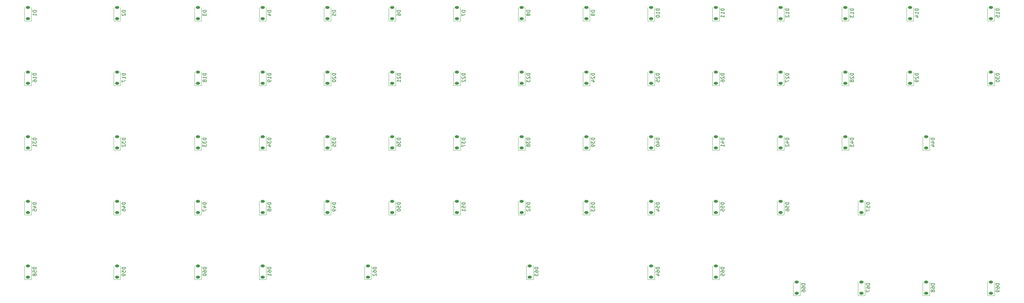
<source format=gbo>
G04 #@! TF.GenerationSoftware,KiCad,Pcbnew,8.0.4*
G04 #@! TF.CreationDate,2024-09-28T17:45:49-04:00*
G04 #@! TF.ProjectId,small-fry-pcb,736d616c-6c2d-4667-9279-2d7063622e6b,1.0*
G04 #@! TF.SameCoordinates,Original*
G04 #@! TF.FileFunction,Legend,Bot*
G04 #@! TF.FilePolarity,Positive*
%FSLAX46Y46*%
G04 Gerber Fmt 4.6, Leading zero omitted, Abs format (unit mm)*
G04 Created by KiCad (PCBNEW 8.0.4) date 2024-09-28 17:45:49*
%MOMM*%
%LPD*%
G01*
G04 APERTURE LIST*
G04 Aperture macros list*
%AMRoundRect*
0 Rectangle with rounded corners*
0 $1 Rounding radius*
0 $2 $3 $4 $5 $6 $7 $8 $9 X,Y pos of 4 corners*
0 Add a 4 corners polygon primitive as box body*
4,1,4,$2,$3,$4,$5,$6,$7,$8,$9,$2,$3,0*
0 Add four circle primitives for the rounded corners*
1,1,$1+$1,$2,$3*
1,1,$1+$1,$4,$5*
1,1,$1+$1,$6,$7*
1,1,$1+$1,$8,$9*
0 Add four rect primitives between the rounded corners*
20,1,$1+$1,$2,$3,$4,$5,0*
20,1,$1+$1,$4,$5,$6,$7,0*
20,1,$1+$1,$6,$7,$8,$9,0*
20,1,$1+$1,$8,$9,$2,$3,0*%
%AMHorizOval*
0 Thick line with rounded ends*
0 $1 width*
0 $2 $3 position (X,Y) of the first rounded end (center of the circle)*
0 $4 $5 position (X,Y) of the second rounded end (center of the circle)*
0 Add line between two ends*
20,1,$1,$2,$3,$4,$5,0*
0 Add two circle primitives to create the rounded ends*
1,1,$1,$2,$3*
1,1,$1,$4,$5*%
%AMRotRect*
0 Rectangle, with rotation*
0 The origin of the aperture is its center*
0 $1 length*
0 $2 width*
0 $3 Rotation angle, in degrees counterclockwise*
0 Add horizontal line*
21,1,$1,$2,0,0,$3*%
G04 Aperture macros list end*
%ADD10C,0.150000*%
%ADD11C,0.120000*%
%ADD12C,1.750000*%
%ADD13C,3.987800*%
%ADD14C,2.300000*%
%ADD15C,3.048000*%
%ADD16C,1.701800*%
%ADD17HorizOval,1.700000X0.000000X0.000000X0.000000X0.000000X0*%
%ADD18RotRect,1.700000X1.700000X315.000000*%
%ADD19HorizOval,1.800000X0.000000X0.000000X0.000000X0.000000X0*%
%ADD20HorizOval,1.500000X0.000000X0.000000X0.000000X0.000000X0*%
%ADD21RoundRect,0.225000X0.375000X-0.225000X0.375000X0.225000X-0.375000X0.225000X-0.375000X-0.225000X0*%
G04 APERTURE END LIST*
D10*
X332011069Y-98635714D02*
X331011069Y-98635714D01*
X331011069Y-98635714D02*
X331011069Y-98873809D01*
X331011069Y-98873809D02*
X331058688Y-99016666D01*
X331058688Y-99016666D02*
X331153926Y-99111904D01*
X331153926Y-99111904D02*
X331249164Y-99159523D01*
X331249164Y-99159523D02*
X331439640Y-99207142D01*
X331439640Y-99207142D02*
X331582497Y-99207142D01*
X331582497Y-99207142D02*
X331772973Y-99159523D01*
X331772973Y-99159523D02*
X331868211Y-99111904D01*
X331868211Y-99111904D02*
X331963450Y-99016666D01*
X331963450Y-99016666D02*
X332011069Y-98873809D01*
X332011069Y-98873809D02*
X332011069Y-98635714D01*
X331106307Y-99588095D02*
X331058688Y-99635714D01*
X331058688Y-99635714D02*
X331011069Y-99730952D01*
X331011069Y-99730952D02*
X331011069Y-99969047D01*
X331011069Y-99969047D02*
X331058688Y-100064285D01*
X331058688Y-100064285D02*
X331106307Y-100111904D01*
X331106307Y-100111904D02*
X331201545Y-100159523D01*
X331201545Y-100159523D02*
X331296783Y-100159523D01*
X331296783Y-100159523D02*
X331439640Y-100111904D01*
X331439640Y-100111904D02*
X332011069Y-99540476D01*
X332011069Y-99540476D02*
X332011069Y-100159523D01*
X332011069Y-100635714D02*
X332011069Y-100826190D01*
X332011069Y-100826190D02*
X331963450Y-100921428D01*
X331963450Y-100921428D02*
X331915830Y-100969047D01*
X331915830Y-100969047D02*
X331772973Y-101064285D01*
X331772973Y-101064285D02*
X331582497Y-101111904D01*
X331582497Y-101111904D02*
X331201545Y-101111904D01*
X331201545Y-101111904D02*
X331106307Y-101064285D01*
X331106307Y-101064285D02*
X331058688Y-101016666D01*
X331058688Y-101016666D02*
X331011069Y-100921428D01*
X331011069Y-100921428D02*
X331011069Y-100730952D01*
X331011069Y-100730952D02*
X331058688Y-100635714D01*
X331058688Y-100635714D02*
X331106307Y-100588095D01*
X331106307Y-100588095D02*
X331201545Y-100540476D01*
X331201545Y-100540476D02*
X331439640Y-100540476D01*
X331439640Y-100540476D02*
X331534878Y-100588095D01*
X331534878Y-100588095D02*
X331582497Y-100635714D01*
X331582497Y-100635714D02*
X331630116Y-100730952D01*
X331630116Y-100730952D02*
X331630116Y-100921428D01*
X331630116Y-100921428D02*
X331582497Y-101016666D01*
X331582497Y-101016666D02*
X331534878Y-101064285D01*
X331534878Y-101064285D02*
X331439640Y-101111904D01*
X355823569Y-98635714D02*
X354823569Y-98635714D01*
X354823569Y-98635714D02*
X354823569Y-98873809D01*
X354823569Y-98873809D02*
X354871188Y-99016666D01*
X354871188Y-99016666D02*
X354966426Y-99111904D01*
X354966426Y-99111904D02*
X355061664Y-99159523D01*
X355061664Y-99159523D02*
X355252140Y-99207142D01*
X355252140Y-99207142D02*
X355394997Y-99207142D01*
X355394997Y-99207142D02*
X355585473Y-99159523D01*
X355585473Y-99159523D02*
X355680711Y-99111904D01*
X355680711Y-99111904D02*
X355775950Y-99016666D01*
X355775950Y-99016666D02*
X355823569Y-98873809D01*
X355823569Y-98873809D02*
X355823569Y-98635714D01*
X354823569Y-99540476D02*
X354823569Y-100159523D01*
X354823569Y-100159523D02*
X355204521Y-99826190D01*
X355204521Y-99826190D02*
X355204521Y-99969047D01*
X355204521Y-99969047D02*
X355252140Y-100064285D01*
X355252140Y-100064285D02*
X355299759Y-100111904D01*
X355299759Y-100111904D02*
X355394997Y-100159523D01*
X355394997Y-100159523D02*
X355633092Y-100159523D01*
X355633092Y-100159523D02*
X355728330Y-100111904D01*
X355728330Y-100111904D02*
X355775950Y-100064285D01*
X355775950Y-100064285D02*
X355823569Y-99969047D01*
X355823569Y-99969047D02*
X355823569Y-99683333D01*
X355823569Y-99683333D02*
X355775950Y-99588095D01*
X355775950Y-99588095D02*
X355728330Y-99540476D01*
X354823569Y-100778571D02*
X354823569Y-100873809D01*
X354823569Y-100873809D02*
X354871188Y-100969047D01*
X354871188Y-100969047D02*
X354918807Y-101016666D01*
X354918807Y-101016666D02*
X355014045Y-101064285D01*
X355014045Y-101064285D02*
X355204521Y-101111904D01*
X355204521Y-101111904D02*
X355442616Y-101111904D01*
X355442616Y-101111904D02*
X355633092Y-101064285D01*
X355633092Y-101064285D02*
X355728330Y-101016666D01*
X355728330Y-101016666D02*
X355775950Y-100969047D01*
X355775950Y-100969047D02*
X355823569Y-100873809D01*
X355823569Y-100873809D02*
X355823569Y-100778571D01*
X355823569Y-100778571D02*
X355775950Y-100683333D01*
X355775950Y-100683333D02*
X355728330Y-100635714D01*
X355728330Y-100635714D02*
X355633092Y-100588095D01*
X355633092Y-100588095D02*
X355442616Y-100540476D01*
X355442616Y-100540476D02*
X355204521Y-100540476D01*
X355204521Y-100540476D02*
X355014045Y-100588095D01*
X355014045Y-100588095D02*
X354918807Y-100635714D01*
X354918807Y-100635714D02*
X354871188Y-100683333D01*
X354871188Y-100683333D02*
X354823569Y-100778571D01*
X274861069Y-136735714D02*
X273861069Y-136735714D01*
X273861069Y-136735714D02*
X273861069Y-136973809D01*
X273861069Y-136973809D02*
X273908688Y-137116666D01*
X273908688Y-137116666D02*
X274003926Y-137211904D01*
X274003926Y-137211904D02*
X274099164Y-137259523D01*
X274099164Y-137259523D02*
X274289640Y-137307142D01*
X274289640Y-137307142D02*
X274432497Y-137307142D01*
X274432497Y-137307142D02*
X274622973Y-137259523D01*
X274622973Y-137259523D02*
X274718211Y-137211904D01*
X274718211Y-137211904D02*
X274813450Y-137116666D01*
X274813450Y-137116666D02*
X274861069Y-136973809D01*
X274861069Y-136973809D02*
X274861069Y-136735714D01*
X273861069Y-138211904D02*
X273861069Y-137735714D01*
X273861069Y-137735714D02*
X274337259Y-137688095D01*
X274337259Y-137688095D02*
X274289640Y-137735714D01*
X274289640Y-137735714D02*
X274242021Y-137830952D01*
X274242021Y-137830952D02*
X274242021Y-138069047D01*
X274242021Y-138069047D02*
X274289640Y-138164285D01*
X274289640Y-138164285D02*
X274337259Y-138211904D01*
X274337259Y-138211904D02*
X274432497Y-138259523D01*
X274432497Y-138259523D02*
X274670592Y-138259523D01*
X274670592Y-138259523D02*
X274765830Y-138211904D01*
X274765830Y-138211904D02*
X274813450Y-138164285D01*
X274813450Y-138164285D02*
X274861069Y-138069047D01*
X274861069Y-138069047D02*
X274861069Y-137830952D01*
X274861069Y-137830952D02*
X274813450Y-137735714D01*
X274813450Y-137735714D02*
X274765830Y-137688095D01*
X273861069Y-139164285D02*
X273861069Y-138688095D01*
X273861069Y-138688095D02*
X274337259Y-138640476D01*
X274337259Y-138640476D02*
X274289640Y-138688095D01*
X274289640Y-138688095D02*
X274242021Y-138783333D01*
X274242021Y-138783333D02*
X274242021Y-139021428D01*
X274242021Y-139021428D02*
X274289640Y-139116666D01*
X274289640Y-139116666D02*
X274337259Y-139164285D01*
X274337259Y-139164285D02*
X274432497Y-139211904D01*
X274432497Y-139211904D02*
X274670592Y-139211904D01*
X274670592Y-139211904D02*
X274765830Y-139164285D01*
X274765830Y-139164285D02*
X274813450Y-139116666D01*
X274813450Y-139116666D02*
X274861069Y-139021428D01*
X274861069Y-139021428D02*
X274861069Y-138783333D01*
X274861069Y-138783333D02*
X274813450Y-138688095D01*
X274813450Y-138688095D02*
X274765830Y-138640476D01*
X274861069Y-79585714D02*
X273861069Y-79585714D01*
X273861069Y-79585714D02*
X273861069Y-79823809D01*
X273861069Y-79823809D02*
X273908688Y-79966666D01*
X273908688Y-79966666D02*
X274003926Y-80061904D01*
X274003926Y-80061904D02*
X274099164Y-80109523D01*
X274099164Y-80109523D02*
X274289640Y-80157142D01*
X274289640Y-80157142D02*
X274432497Y-80157142D01*
X274432497Y-80157142D02*
X274622973Y-80109523D01*
X274622973Y-80109523D02*
X274718211Y-80061904D01*
X274718211Y-80061904D02*
X274813450Y-79966666D01*
X274813450Y-79966666D02*
X274861069Y-79823809D01*
X274861069Y-79823809D02*
X274861069Y-79585714D01*
X274861069Y-81109523D02*
X274861069Y-80538095D01*
X274861069Y-80823809D02*
X273861069Y-80823809D01*
X273861069Y-80823809D02*
X274003926Y-80728571D01*
X274003926Y-80728571D02*
X274099164Y-80633333D01*
X274099164Y-80633333D02*
X274146783Y-80538095D01*
X274861069Y-82061904D02*
X274861069Y-81490476D01*
X274861069Y-81776190D02*
X273861069Y-81776190D01*
X273861069Y-81776190D02*
X274003926Y-81680952D01*
X274003926Y-81680952D02*
X274099164Y-81585714D01*
X274099164Y-81585714D02*
X274146783Y-81490476D01*
X160561069Y-98635714D02*
X159561069Y-98635714D01*
X159561069Y-98635714D02*
X159561069Y-98873809D01*
X159561069Y-98873809D02*
X159608688Y-99016666D01*
X159608688Y-99016666D02*
X159703926Y-99111904D01*
X159703926Y-99111904D02*
X159799164Y-99159523D01*
X159799164Y-99159523D02*
X159989640Y-99207142D01*
X159989640Y-99207142D02*
X160132497Y-99207142D01*
X160132497Y-99207142D02*
X160322973Y-99159523D01*
X160322973Y-99159523D02*
X160418211Y-99111904D01*
X160418211Y-99111904D02*
X160513450Y-99016666D01*
X160513450Y-99016666D02*
X160561069Y-98873809D01*
X160561069Y-98873809D02*
X160561069Y-98635714D01*
X159656307Y-99588095D02*
X159608688Y-99635714D01*
X159608688Y-99635714D02*
X159561069Y-99730952D01*
X159561069Y-99730952D02*
X159561069Y-99969047D01*
X159561069Y-99969047D02*
X159608688Y-100064285D01*
X159608688Y-100064285D02*
X159656307Y-100111904D01*
X159656307Y-100111904D02*
X159751545Y-100159523D01*
X159751545Y-100159523D02*
X159846783Y-100159523D01*
X159846783Y-100159523D02*
X159989640Y-100111904D01*
X159989640Y-100111904D02*
X160561069Y-99540476D01*
X160561069Y-99540476D02*
X160561069Y-100159523D01*
X159561069Y-100778571D02*
X159561069Y-100873809D01*
X159561069Y-100873809D02*
X159608688Y-100969047D01*
X159608688Y-100969047D02*
X159656307Y-101016666D01*
X159656307Y-101016666D02*
X159751545Y-101064285D01*
X159751545Y-101064285D02*
X159942021Y-101111904D01*
X159942021Y-101111904D02*
X160180116Y-101111904D01*
X160180116Y-101111904D02*
X160370592Y-101064285D01*
X160370592Y-101064285D02*
X160465830Y-101016666D01*
X160465830Y-101016666D02*
X160513450Y-100969047D01*
X160513450Y-100969047D02*
X160561069Y-100873809D01*
X160561069Y-100873809D02*
X160561069Y-100778571D01*
X160561069Y-100778571D02*
X160513450Y-100683333D01*
X160513450Y-100683333D02*
X160465830Y-100635714D01*
X160465830Y-100635714D02*
X160370592Y-100588095D01*
X160370592Y-100588095D02*
X160180116Y-100540476D01*
X160180116Y-100540476D02*
X159942021Y-100540476D01*
X159942021Y-100540476D02*
X159751545Y-100588095D01*
X159751545Y-100588095D02*
X159656307Y-100635714D01*
X159656307Y-100635714D02*
X159608688Y-100683333D01*
X159608688Y-100683333D02*
X159561069Y-100778571D01*
X255811069Y-98635714D02*
X254811069Y-98635714D01*
X254811069Y-98635714D02*
X254811069Y-98873809D01*
X254811069Y-98873809D02*
X254858688Y-99016666D01*
X254858688Y-99016666D02*
X254953926Y-99111904D01*
X254953926Y-99111904D02*
X255049164Y-99159523D01*
X255049164Y-99159523D02*
X255239640Y-99207142D01*
X255239640Y-99207142D02*
X255382497Y-99207142D01*
X255382497Y-99207142D02*
X255572973Y-99159523D01*
X255572973Y-99159523D02*
X255668211Y-99111904D01*
X255668211Y-99111904D02*
X255763450Y-99016666D01*
X255763450Y-99016666D02*
X255811069Y-98873809D01*
X255811069Y-98873809D02*
X255811069Y-98635714D01*
X254906307Y-99588095D02*
X254858688Y-99635714D01*
X254858688Y-99635714D02*
X254811069Y-99730952D01*
X254811069Y-99730952D02*
X254811069Y-99969047D01*
X254811069Y-99969047D02*
X254858688Y-100064285D01*
X254858688Y-100064285D02*
X254906307Y-100111904D01*
X254906307Y-100111904D02*
X255001545Y-100159523D01*
X255001545Y-100159523D02*
X255096783Y-100159523D01*
X255096783Y-100159523D02*
X255239640Y-100111904D01*
X255239640Y-100111904D02*
X255811069Y-99540476D01*
X255811069Y-99540476D02*
X255811069Y-100159523D01*
X254811069Y-101064285D02*
X254811069Y-100588095D01*
X254811069Y-100588095D02*
X255287259Y-100540476D01*
X255287259Y-100540476D02*
X255239640Y-100588095D01*
X255239640Y-100588095D02*
X255192021Y-100683333D01*
X255192021Y-100683333D02*
X255192021Y-100921428D01*
X255192021Y-100921428D02*
X255239640Y-101016666D01*
X255239640Y-101016666D02*
X255287259Y-101064285D01*
X255287259Y-101064285D02*
X255382497Y-101111904D01*
X255382497Y-101111904D02*
X255620592Y-101111904D01*
X255620592Y-101111904D02*
X255715830Y-101064285D01*
X255715830Y-101064285D02*
X255763450Y-101016666D01*
X255763450Y-101016666D02*
X255811069Y-100921428D01*
X255811069Y-100921428D02*
X255811069Y-100683333D01*
X255811069Y-100683333D02*
X255763450Y-100588095D01*
X255763450Y-100588095D02*
X255715830Y-100540476D01*
X220092319Y-155785714D02*
X219092319Y-155785714D01*
X219092319Y-155785714D02*
X219092319Y-156023809D01*
X219092319Y-156023809D02*
X219139938Y-156166666D01*
X219139938Y-156166666D02*
X219235176Y-156261904D01*
X219235176Y-156261904D02*
X219330414Y-156309523D01*
X219330414Y-156309523D02*
X219520890Y-156357142D01*
X219520890Y-156357142D02*
X219663747Y-156357142D01*
X219663747Y-156357142D02*
X219854223Y-156309523D01*
X219854223Y-156309523D02*
X219949461Y-156261904D01*
X219949461Y-156261904D02*
X220044700Y-156166666D01*
X220044700Y-156166666D02*
X220092319Y-156023809D01*
X220092319Y-156023809D02*
X220092319Y-155785714D01*
X219092319Y-157214285D02*
X219092319Y-157023809D01*
X219092319Y-157023809D02*
X219139938Y-156928571D01*
X219139938Y-156928571D02*
X219187557Y-156880952D01*
X219187557Y-156880952D02*
X219330414Y-156785714D01*
X219330414Y-156785714D02*
X219520890Y-156738095D01*
X219520890Y-156738095D02*
X219901842Y-156738095D01*
X219901842Y-156738095D02*
X219997080Y-156785714D01*
X219997080Y-156785714D02*
X220044700Y-156833333D01*
X220044700Y-156833333D02*
X220092319Y-156928571D01*
X220092319Y-156928571D02*
X220092319Y-157119047D01*
X220092319Y-157119047D02*
X220044700Y-157214285D01*
X220044700Y-157214285D02*
X219997080Y-157261904D01*
X219997080Y-157261904D02*
X219901842Y-157309523D01*
X219901842Y-157309523D02*
X219663747Y-157309523D01*
X219663747Y-157309523D02*
X219568509Y-157261904D01*
X219568509Y-157261904D02*
X219520890Y-157214285D01*
X219520890Y-157214285D02*
X219473271Y-157119047D01*
X219473271Y-157119047D02*
X219473271Y-156928571D01*
X219473271Y-156928571D02*
X219520890Y-156833333D01*
X219520890Y-156833333D02*
X219568509Y-156785714D01*
X219568509Y-156785714D02*
X219663747Y-156738095D01*
X219092319Y-157642857D02*
X219092319Y-158261904D01*
X219092319Y-158261904D02*
X219473271Y-157928571D01*
X219473271Y-157928571D02*
X219473271Y-158071428D01*
X219473271Y-158071428D02*
X219520890Y-158166666D01*
X219520890Y-158166666D02*
X219568509Y-158214285D01*
X219568509Y-158214285D02*
X219663747Y-158261904D01*
X219663747Y-158261904D02*
X219901842Y-158261904D01*
X219901842Y-158261904D02*
X219997080Y-158214285D01*
X219997080Y-158214285D02*
X220044700Y-158166666D01*
X220044700Y-158166666D02*
X220092319Y-158071428D01*
X220092319Y-158071428D02*
X220092319Y-157785714D01*
X220092319Y-157785714D02*
X220044700Y-157690476D01*
X220044700Y-157690476D02*
X219997080Y-157642857D01*
X122461069Y-98635714D02*
X121461069Y-98635714D01*
X121461069Y-98635714D02*
X121461069Y-98873809D01*
X121461069Y-98873809D02*
X121508688Y-99016666D01*
X121508688Y-99016666D02*
X121603926Y-99111904D01*
X121603926Y-99111904D02*
X121699164Y-99159523D01*
X121699164Y-99159523D02*
X121889640Y-99207142D01*
X121889640Y-99207142D02*
X122032497Y-99207142D01*
X122032497Y-99207142D02*
X122222973Y-99159523D01*
X122222973Y-99159523D02*
X122318211Y-99111904D01*
X122318211Y-99111904D02*
X122413450Y-99016666D01*
X122413450Y-99016666D02*
X122461069Y-98873809D01*
X122461069Y-98873809D02*
X122461069Y-98635714D01*
X122461069Y-100159523D02*
X122461069Y-99588095D01*
X122461069Y-99873809D02*
X121461069Y-99873809D01*
X121461069Y-99873809D02*
X121603926Y-99778571D01*
X121603926Y-99778571D02*
X121699164Y-99683333D01*
X121699164Y-99683333D02*
X121746783Y-99588095D01*
X121889640Y-100730952D02*
X121842021Y-100635714D01*
X121842021Y-100635714D02*
X121794402Y-100588095D01*
X121794402Y-100588095D02*
X121699164Y-100540476D01*
X121699164Y-100540476D02*
X121651545Y-100540476D01*
X121651545Y-100540476D02*
X121556307Y-100588095D01*
X121556307Y-100588095D02*
X121508688Y-100635714D01*
X121508688Y-100635714D02*
X121461069Y-100730952D01*
X121461069Y-100730952D02*
X121461069Y-100921428D01*
X121461069Y-100921428D02*
X121508688Y-101016666D01*
X121508688Y-101016666D02*
X121556307Y-101064285D01*
X121556307Y-101064285D02*
X121651545Y-101111904D01*
X121651545Y-101111904D02*
X121699164Y-101111904D01*
X121699164Y-101111904D02*
X121794402Y-101064285D01*
X121794402Y-101064285D02*
X121842021Y-101016666D01*
X121842021Y-101016666D02*
X121889640Y-100921428D01*
X121889640Y-100921428D02*
X121889640Y-100730952D01*
X121889640Y-100730952D02*
X121937259Y-100635714D01*
X121937259Y-100635714D02*
X121984878Y-100588095D01*
X121984878Y-100588095D02*
X122080116Y-100540476D01*
X122080116Y-100540476D02*
X122270592Y-100540476D01*
X122270592Y-100540476D02*
X122365830Y-100588095D01*
X122365830Y-100588095D02*
X122413450Y-100635714D01*
X122413450Y-100635714D02*
X122461069Y-100730952D01*
X122461069Y-100730952D02*
X122461069Y-100921428D01*
X122461069Y-100921428D02*
X122413450Y-101016666D01*
X122413450Y-101016666D02*
X122365830Y-101064285D01*
X122365830Y-101064285D02*
X122270592Y-101111904D01*
X122270592Y-101111904D02*
X122080116Y-101111904D01*
X122080116Y-101111904D02*
X121984878Y-101064285D01*
X121984878Y-101064285D02*
X121937259Y-101016666D01*
X121937259Y-101016666D02*
X121889640Y-100921428D01*
X122461069Y-155785714D02*
X121461069Y-155785714D01*
X121461069Y-155785714D02*
X121461069Y-156023809D01*
X121461069Y-156023809D02*
X121508688Y-156166666D01*
X121508688Y-156166666D02*
X121603926Y-156261904D01*
X121603926Y-156261904D02*
X121699164Y-156309523D01*
X121699164Y-156309523D02*
X121889640Y-156357142D01*
X121889640Y-156357142D02*
X122032497Y-156357142D01*
X122032497Y-156357142D02*
X122222973Y-156309523D01*
X122222973Y-156309523D02*
X122318211Y-156261904D01*
X122318211Y-156261904D02*
X122413450Y-156166666D01*
X122413450Y-156166666D02*
X122461069Y-156023809D01*
X122461069Y-156023809D02*
X122461069Y-155785714D01*
X121461069Y-157214285D02*
X121461069Y-157023809D01*
X121461069Y-157023809D02*
X121508688Y-156928571D01*
X121508688Y-156928571D02*
X121556307Y-156880952D01*
X121556307Y-156880952D02*
X121699164Y-156785714D01*
X121699164Y-156785714D02*
X121889640Y-156738095D01*
X121889640Y-156738095D02*
X122270592Y-156738095D01*
X122270592Y-156738095D02*
X122365830Y-156785714D01*
X122365830Y-156785714D02*
X122413450Y-156833333D01*
X122413450Y-156833333D02*
X122461069Y-156928571D01*
X122461069Y-156928571D02*
X122461069Y-157119047D01*
X122461069Y-157119047D02*
X122413450Y-157214285D01*
X122413450Y-157214285D02*
X122365830Y-157261904D01*
X122365830Y-157261904D02*
X122270592Y-157309523D01*
X122270592Y-157309523D02*
X122032497Y-157309523D01*
X122032497Y-157309523D02*
X121937259Y-157261904D01*
X121937259Y-157261904D02*
X121889640Y-157214285D01*
X121889640Y-157214285D02*
X121842021Y-157119047D01*
X121842021Y-157119047D02*
X121842021Y-156928571D01*
X121842021Y-156928571D02*
X121889640Y-156833333D01*
X121889640Y-156833333D02*
X121937259Y-156785714D01*
X121937259Y-156785714D02*
X122032497Y-156738095D01*
X121461069Y-157928571D02*
X121461069Y-158023809D01*
X121461069Y-158023809D02*
X121508688Y-158119047D01*
X121508688Y-158119047D02*
X121556307Y-158166666D01*
X121556307Y-158166666D02*
X121651545Y-158214285D01*
X121651545Y-158214285D02*
X121842021Y-158261904D01*
X121842021Y-158261904D02*
X122080116Y-158261904D01*
X122080116Y-158261904D02*
X122270592Y-158214285D01*
X122270592Y-158214285D02*
X122365830Y-158166666D01*
X122365830Y-158166666D02*
X122413450Y-158119047D01*
X122413450Y-158119047D02*
X122461069Y-158023809D01*
X122461069Y-158023809D02*
X122461069Y-157928571D01*
X122461069Y-157928571D02*
X122413450Y-157833333D01*
X122413450Y-157833333D02*
X122365830Y-157785714D01*
X122365830Y-157785714D02*
X122270592Y-157738095D01*
X122270592Y-157738095D02*
X122080116Y-157690476D01*
X122080116Y-157690476D02*
X121842021Y-157690476D01*
X121842021Y-157690476D02*
X121651545Y-157738095D01*
X121651545Y-157738095D02*
X121556307Y-157785714D01*
X121556307Y-157785714D02*
X121508688Y-157833333D01*
X121508688Y-157833333D02*
X121461069Y-157928571D01*
X274861069Y-98635714D02*
X273861069Y-98635714D01*
X273861069Y-98635714D02*
X273861069Y-98873809D01*
X273861069Y-98873809D02*
X273908688Y-99016666D01*
X273908688Y-99016666D02*
X274003926Y-99111904D01*
X274003926Y-99111904D02*
X274099164Y-99159523D01*
X274099164Y-99159523D02*
X274289640Y-99207142D01*
X274289640Y-99207142D02*
X274432497Y-99207142D01*
X274432497Y-99207142D02*
X274622973Y-99159523D01*
X274622973Y-99159523D02*
X274718211Y-99111904D01*
X274718211Y-99111904D02*
X274813450Y-99016666D01*
X274813450Y-99016666D02*
X274861069Y-98873809D01*
X274861069Y-98873809D02*
X274861069Y-98635714D01*
X273956307Y-99588095D02*
X273908688Y-99635714D01*
X273908688Y-99635714D02*
X273861069Y-99730952D01*
X273861069Y-99730952D02*
X273861069Y-99969047D01*
X273861069Y-99969047D02*
X273908688Y-100064285D01*
X273908688Y-100064285D02*
X273956307Y-100111904D01*
X273956307Y-100111904D02*
X274051545Y-100159523D01*
X274051545Y-100159523D02*
X274146783Y-100159523D01*
X274146783Y-100159523D02*
X274289640Y-100111904D01*
X274289640Y-100111904D02*
X274861069Y-99540476D01*
X274861069Y-99540476D02*
X274861069Y-100159523D01*
X273861069Y-101016666D02*
X273861069Y-100826190D01*
X273861069Y-100826190D02*
X273908688Y-100730952D01*
X273908688Y-100730952D02*
X273956307Y-100683333D01*
X273956307Y-100683333D02*
X274099164Y-100588095D01*
X274099164Y-100588095D02*
X274289640Y-100540476D01*
X274289640Y-100540476D02*
X274670592Y-100540476D01*
X274670592Y-100540476D02*
X274765830Y-100588095D01*
X274765830Y-100588095D02*
X274813450Y-100635714D01*
X274813450Y-100635714D02*
X274861069Y-100730952D01*
X274861069Y-100730952D02*
X274861069Y-100921428D01*
X274861069Y-100921428D02*
X274813450Y-101016666D01*
X274813450Y-101016666D02*
X274765830Y-101064285D01*
X274765830Y-101064285D02*
X274670592Y-101111904D01*
X274670592Y-101111904D02*
X274432497Y-101111904D01*
X274432497Y-101111904D02*
X274337259Y-101064285D01*
X274337259Y-101064285D02*
X274289640Y-101016666D01*
X274289640Y-101016666D02*
X274242021Y-100921428D01*
X274242021Y-100921428D02*
X274242021Y-100730952D01*
X274242021Y-100730952D02*
X274289640Y-100635714D01*
X274289640Y-100635714D02*
X274337259Y-100588095D01*
X274337259Y-100588095D02*
X274432497Y-100540476D01*
X179611069Y-80061905D02*
X178611069Y-80061905D01*
X178611069Y-80061905D02*
X178611069Y-80300000D01*
X178611069Y-80300000D02*
X178658688Y-80442857D01*
X178658688Y-80442857D02*
X178753926Y-80538095D01*
X178753926Y-80538095D02*
X178849164Y-80585714D01*
X178849164Y-80585714D02*
X179039640Y-80633333D01*
X179039640Y-80633333D02*
X179182497Y-80633333D01*
X179182497Y-80633333D02*
X179372973Y-80585714D01*
X179372973Y-80585714D02*
X179468211Y-80538095D01*
X179468211Y-80538095D02*
X179563450Y-80442857D01*
X179563450Y-80442857D02*
X179611069Y-80300000D01*
X179611069Y-80300000D02*
X179611069Y-80061905D01*
X178611069Y-81490476D02*
X178611069Y-81300000D01*
X178611069Y-81300000D02*
X178658688Y-81204762D01*
X178658688Y-81204762D02*
X178706307Y-81157143D01*
X178706307Y-81157143D02*
X178849164Y-81061905D01*
X178849164Y-81061905D02*
X179039640Y-81014286D01*
X179039640Y-81014286D02*
X179420592Y-81014286D01*
X179420592Y-81014286D02*
X179515830Y-81061905D01*
X179515830Y-81061905D02*
X179563450Y-81109524D01*
X179563450Y-81109524D02*
X179611069Y-81204762D01*
X179611069Y-81204762D02*
X179611069Y-81395238D01*
X179611069Y-81395238D02*
X179563450Y-81490476D01*
X179563450Y-81490476D02*
X179515830Y-81538095D01*
X179515830Y-81538095D02*
X179420592Y-81585714D01*
X179420592Y-81585714D02*
X179182497Y-81585714D01*
X179182497Y-81585714D02*
X179087259Y-81538095D01*
X179087259Y-81538095D02*
X179039640Y-81490476D01*
X179039640Y-81490476D02*
X178992021Y-81395238D01*
X178992021Y-81395238D02*
X178992021Y-81204762D01*
X178992021Y-81204762D02*
X179039640Y-81109524D01*
X179039640Y-81109524D02*
X179087259Y-81061905D01*
X179087259Y-81061905D02*
X179182497Y-81014286D01*
X141511069Y-117685714D02*
X140511069Y-117685714D01*
X140511069Y-117685714D02*
X140511069Y-117923809D01*
X140511069Y-117923809D02*
X140558688Y-118066666D01*
X140558688Y-118066666D02*
X140653926Y-118161904D01*
X140653926Y-118161904D02*
X140749164Y-118209523D01*
X140749164Y-118209523D02*
X140939640Y-118257142D01*
X140939640Y-118257142D02*
X141082497Y-118257142D01*
X141082497Y-118257142D02*
X141272973Y-118209523D01*
X141272973Y-118209523D02*
X141368211Y-118161904D01*
X141368211Y-118161904D02*
X141463450Y-118066666D01*
X141463450Y-118066666D02*
X141511069Y-117923809D01*
X141511069Y-117923809D02*
X141511069Y-117685714D01*
X140511069Y-118590476D02*
X140511069Y-119209523D01*
X140511069Y-119209523D02*
X140892021Y-118876190D01*
X140892021Y-118876190D02*
X140892021Y-119019047D01*
X140892021Y-119019047D02*
X140939640Y-119114285D01*
X140939640Y-119114285D02*
X140987259Y-119161904D01*
X140987259Y-119161904D02*
X141082497Y-119209523D01*
X141082497Y-119209523D02*
X141320592Y-119209523D01*
X141320592Y-119209523D02*
X141415830Y-119161904D01*
X141415830Y-119161904D02*
X141463450Y-119114285D01*
X141463450Y-119114285D02*
X141511069Y-119019047D01*
X141511069Y-119019047D02*
X141511069Y-118733333D01*
X141511069Y-118733333D02*
X141463450Y-118638095D01*
X141463450Y-118638095D02*
X141415830Y-118590476D01*
X140844402Y-120066666D02*
X141511069Y-120066666D01*
X140463450Y-119828571D02*
X141177735Y-119590476D01*
X141177735Y-119590476D02*
X141177735Y-120209523D01*
X98648569Y-117685714D02*
X97648569Y-117685714D01*
X97648569Y-117685714D02*
X97648569Y-117923809D01*
X97648569Y-117923809D02*
X97696188Y-118066666D01*
X97696188Y-118066666D02*
X97791426Y-118161904D01*
X97791426Y-118161904D02*
X97886664Y-118209523D01*
X97886664Y-118209523D02*
X98077140Y-118257142D01*
X98077140Y-118257142D02*
X98219997Y-118257142D01*
X98219997Y-118257142D02*
X98410473Y-118209523D01*
X98410473Y-118209523D02*
X98505711Y-118161904D01*
X98505711Y-118161904D02*
X98600950Y-118066666D01*
X98600950Y-118066666D02*
X98648569Y-117923809D01*
X98648569Y-117923809D02*
X98648569Y-117685714D01*
X97648569Y-118590476D02*
X97648569Y-119209523D01*
X97648569Y-119209523D02*
X98029521Y-118876190D01*
X98029521Y-118876190D02*
X98029521Y-119019047D01*
X98029521Y-119019047D02*
X98077140Y-119114285D01*
X98077140Y-119114285D02*
X98124759Y-119161904D01*
X98124759Y-119161904D02*
X98219997Y-119209523D01*
X98219997Y-119209523D02*
X98458092Y-119209523D01*
X98458092Y-119209523D02*
X98553330Y-119161904D01*
X98553330Y-119161904D02*
X98600950Y-119114285D01*
X98600950Y-119114285D02*
X98648569Y-119019047D01*
X98648569Y-119019047D02*
X98648569Y-118733333D01*
X98648569Y-118733333D02*
X98600950Y-118638095D01*
X98600950Y-118638095D02*
X98553330Y-118590476D01*
X97743807Y-119590476D02*
X97696188Y-119638095D01*
X97696188Y-119638095D02*
X97648569Y-119733333D01*
X97648569Y-119733333D02*
X97648569Y-119971428D01*
X97648569Y-119971428D02*
X97696188Y-120066666D01*
X97696188Y-120066666D02*
X97743807Y-120114285D01*
X97743807Y-120114285D02*
X97839045Y-120161904D01*
X97839045Y-120161904D02*
X97934283Y-120161904D01*
X97934283Y-120161904D02*
X98077140Y-120114285D01*
X98077140Y-120114285D02*
X98648569Y-119542857D01*
X98648569Y-119542857D02*
X98648569Y-120161904D01*
X317723569Y-136735714D02*
X316723569Y-136735714D01*
X316723569Y-136735714D02*
X316723569Y-136973809D01*
X316723569Y-136973809D02*
X316771188Y-137116666D01*
X316771188Y-137116666D02*
X316866426Y-137211904D01*
X316866426Y-137211904D02*
X316961664Y-137259523D01*
X316961664Y-137259523D02*
X317152140Y-137307142D01*
X317152140Y-137307142D02*
X317294997Y-137307142D01*
X317294997Y-137307142D02*
X317485473Y-137259523D01*
X317485473Y-137259523D02*
X317580711Y-137211904D01*
X317580711Y-137211904D02*
X317675950Y-137116666D01*
X317675950Y-137116666D02*
X317723569Y-136973809D01*
X317723569Y-136973809D02*
X317723569Y-136735714D01*
X316723569Y-138211904D02*
X316723569Y-137735714D01*
X316723569Y-137735714D02*
X317199759Y-137688095D01*
X317199759Y-137688095D02*
X317152140Y-137735714D01*
X317152140Y-137735714D02*
X317104521Y-137830952D01*
X317104521Y-137830952D02*
X317104521Y-138069047D01*
X317104521Y-138069047D02*
X317152140Y-138164285D01*
X317152140Y-138164285D02*
X317199759Y-138211904D01*
X317199759Y-138211904D02*
X317294997Y-138259523D01*
X317294997Y-138259523D02*
X317533092Y-138259523D01*
X317533092Y-138259523D02*
X317628330Y-138211904D01*
X317628330Y-138211904D02*
X317675950Y-138164285D01*
X317675950Y-138164285D02*
X317723569Y-138069047D01*
X317723569Y-138069047D02*
X317723569Y-137830952D01*
X317723569Y-137830952D02*
X317675950Y-137735714D01*
X317675950Y-137735714D02*
X317628330Y-137688095D01*
X316723569Y-138592857D02*
X316723569Y-139259523D01*
X316723569Y-139259523D02*
X317723569Y-138830952D01*
X274861069Y-117685714D02*
X273861069Y-117685714D01*
X273861069Y-117685714D02*
X273861069Y-117923809D01*
X273861069Y-117923809D02*
X273908688Y-118066666D01*
X273908688Y-118066666D02*
X274003926Y-118161904D01*
X274003926Y-118161904D02*
X274099164Y-118209523D01*
X274099164Y-118209523D02*
X274289640Y-118257142D01*
X274289640Y-118257142D02*
X274432497Y-118257142D01*
X274432497Y-118257142D02*
X274622973Y-118209523D01*
X274622973Y-118209523D02*
X274718211Y-118161904D01*
X274718211Y-118161904D02*
X274813450Y-118066666D01*
X274813450Y-118066666D02*
X274861069Y-117923809D01*
X274861069Y-117923809D02*
X274861069Y-117685714D01*
X274194402Y-119114285D02*
X274861069Y-119114285D01*
X273813450Y-118876190D02*
X274527735Y-118638095D01*
X274527735Y-118638095D02*
X274527735Y-119257142D01*
X274861069Y-120161904D02*
X274861069Y-119590476D01*
X274861069Y-119876190D02*
X273861069Y-119876190D01*
X273861069Y-119876190D02*
X274003926Y-119780952D01*
X274003926Y-119780952D02*
X274099164Y-119685714D01*
X274099164Y-119685714D02*
X274146783Y-119590476D01*
X160561069Y-117685714D02*
X159561069Y-117685714D01*
X159561069Y-117685714D02*
X159561069Y-117923809D01*
X159561069Y-117923809D02*
X159608688Y-118066666D01*
X159608688Y-118066666D02*
X159703926Y-118161904D01*
X159703926Y-118161904D02*
X159799164Y-118209523D01*
X159799164Y-118209523D02*
X159989640Y-118257142D01*
X159989640Y-118257142D02*
X160132497Y-118257142D01*
X160132497Y-118257142D02*
X160322973Y-118209523D01*
X160322973Y-118209523D02*
X160418211Y-118161904D01*
X160418211Y-118161904D02*
X160513450Y-118066666D01*
X160513450Y-118066666D02*
X160561069Y-117923809D01*
X160561069Y-117923809D02*
X160561069Y-117685714D01*
X159561069Y-118590476D02*
X159561069Y-119209523D01*
X159561069Y-119209523D02*
X159942021Y-118876190D01*
X159942021Y-118876190D02*
X159942021Y-119019047D01*
X159942021Y-119019047D02*
X159989640Y-119114285D01*
X159989640Y-119114285D02*
X160037259Y-119161904D01*
X160037259Y-119161904D02*
X160132497Y-119209523D01*
X160132497Y-119209523D02*
X160370592Y-119209523D01*
X160370592Y-119209523D02*
X160465830Y-119161904D01*
X160465830Y-119161904D02*
X160513450Y-119114285D01*
X160513450Y-119114285D02*
X160561069Y-119019047D01*
X160561069Y-119019047D02*
X160561069Y-118733333D01*
X160561069Y-118733333D02*
X160513450Y-118638095D01*
X160513450Y-118638095D02*
X160465830Y-118590476D01*
X159561069Y-120114285D02*
X159561069Y-119638095D01*
X159561069Y-119638095D02*
X160037259Y-119590476D01*
X160037259Y-119590476D02*
X159989640Y-119638095D01*
X159989640Y-119638095D02*
X159942021Y-119733333D01*
X159942021Y-119733333D02*
X159942021Y-119971428D01*
X159942021Y-119971428D02*
X159989640Y-120066666D01*
X159989640Y-120066666D02*
X160037259Y-120114285D01*
X160037259Y-120114285D02*
X160132497Y-120161904D01*
X160132497Y-120161904D02*
X160370592Y-120161904D01*
X160370592Y-120161904D02*
X160465830Y-120114285D01*
X160465830Y-120114285D02*
X160513450Y-120066666D01*
X160513450Y-120066666D02*
X160561069Y-119971428D01*
X160561069Y-119971428D02*
X160561069Y-119733333D01*
X160561069Y-119733333D02*
X160513450Y-119638095D01*
X160513450Y-119638095D02*
X160465830Y-119590476D01*
X293911069Y-136735714D02*
X292911069Y-136735714D01*
X292911069Y-136735714D02*
X292911069Y-136973809D01*
X292911069Y-136973809D02*
X292958688Y-137116666D01*
X292958688Y-137116666D02*
X293053926Y-137211904D01*
X293053926Y-137211904D02*
X293149164Y-137259523D01*
X293149164Y-137259523D02*
X293339640Y-137307142D01*
X293339640Y-137307142D02*
X293482497Y-137307142D01*
X293482497Y-137307142D02*
X293672973Y-137259523D01*
X293672973Y-137259523D02*
X293768211Y-137211904D01*
X293768211Y-137211904D02*
X293863450Y-137116666D01*
X293863450Y-137116666D02*
X293911069Y-136973809D01*
X293911069Y-136973809D02*
X293911069Y-136735714D01*
X292911069Y-138211904D02*
X292911069Y-137735714D01*
X292911069Y-137735714D02*
X293387259Y-137688095D01*
X293387259Y-137688095D02*
X293339640Y-137735714D01*
X293339640Y-137735714D02*
X293292021Y-137830952D01*
X293292021Y-137830952D02*
X293292021Y-138069047D01*
X293292021Y-138069047D02*
X293339640Y-138164285D01*
X293339640Y-138164285D02*
X293387259Y-138211904D01*
X293387259Y-138211904D02*
X293482497Y-138259523D01*
X293482497Y-138259523D02*
X293720592Y-138259523D01*
X293720592Y-138259523D02*
X293815830Y-138211904D01*
X293815830Y-138211904D02*
X293863450Y-138164285D01*
X293863450Y-138164285D02*
X293911069Y-138069047D01*
X293911069Y-138069047D02*
X293911069Y-137830952D01*
X293911069Y-137830952D02*
X293863450Y-137735714D01*
X293863450Y-137735714D02*
X293815830Y-137688095D01*
X292911069Y-139116666D02*
X292911069Y-138926190D01*
X292911069Y-138926190D02*
X292958688Y-138830952D01*
X292958688Y-138830952D02*
X293006307Y-138783333D01*
X293006307Y-138783333D02*
X293149164Y-138688095D01*
X293149164Y-138688095D02*
X293339640Y-138640476D01*
X293339640Y-138640476D02*
X293720592Y-138640476D01*
X293720592Y-138640476D02*
X293815830Y-138688095D01*
X293815830Y-138688095D02*
X293863450Y-138735714D01*
X293863450Y-138735714D02*
X293911069Y-138830952D01*
X293911069Y-138830952D02*
X293911069Y-139021428D01*
X293911069Y-139021428D02*
X293863450Y-139116666D01*
X293863450Y-139116666D02*
X293815830Y-139164285D01*
X293815830Y-139164285D02*
X293720592Y-139211904D01*
X293720592Y-139211904D02*
X293482497Y-139211904D01*
X293482497Y-139211904D02*
X293387259Y-139164285D01*
X293387259Y-139164285D02*
X293339640Y-139116666D01*
X293339640Y-139116666D02*
X293292021Y-139021428D01*
X293292021Y-139021428D02*
X293292021Y-138830952D01*
X293292021Y-138830952D02*
X293339640Y-138735714D01*
X293339640Y-138735714D02*
X293387259Y-138688095D01*
X293387259Y-138688095D02*
X293482497Y-138640476D01*
X122461069Y-136735714D02*
X121461069Y-136735714D01*
X121461069Y-136735714D02*
X121461069Y-136973809D01*
X121461069Y-136973809D02*
X121508688Y-137116666D01*
X121508688Y-137116666D02*
X121603926Y-137211904D01*
X121603926Y-137211904D02*
X121699164Y-137259523D01*
X121699164Y-137259523D02*
X121889640Y-137307142D01*
X121889640Y-137307142D02*
X122032497Y-137307142D01*
X122032497Y-137307142D02*
X122222973Y-137259523D01*
X122222973Y-137259523D02*
X122318211Y-137211904D01*
X122318211Y-137211904D02*
X122413450Y-137116666D01*
X122413450Y-137116666D02*
X122461069Y-136973809D01*
X122461069Y-136973809D02*
X122461069Y-136735714D01*
X121794402Y-138164285D02*
X122461069Y-138164285D01*
X121413450Y-137926190D02*
X122127735Y-137688095D01*
X122127735Y-137688095D02*
X122127735Y-138307142D01*
X121461069Y-138592857D02*
X121461069Y-139259523D01*
X121461069Y-139259523D02*
X122461069Y-138830952D01*
X141511069Y-80061905D02*
X140511069Y-80061905D01*
X140511069Y-80061905D02*
X140511069Y-80300000D01*
X140511069Y-80300000D02*
X140558688Y-80442857D01*
X140558688Y-80442857D02*
X140653926Y-80538095D01*
X140653926Y-80538095D02*
X140749164Y-80585714D01*
X140749164Y-80585714D02*
X140939640Y-80633333D01*
X140939640Y-80633333D02*
X141082497Y-80633333D01*
X141082497Y-80633333D02*
X141272973Y-80585714D01*
X141272973Y-80585714D02*
X141368211Y-80538095D01*
X141368211Y-80538095D02*
X141463450Y-80442857D01*
X141463450Y-80442857D02*
X141511069Y-80300000D01*
X141511069Y-80300000D02*
X141511069Y-80061905D01*
X140844402Y-81490476D02*
X141511069Y-81490476D01*
X140463450Y-81252381D02*
X141177735Y-81014286D01*
X141177735Y-81014286D02*
X141177735Y-81633333D01*
X236761069Y-98635714D02*
X235761069Y-98635714D01*
X235761069Y-98635714D02*
X235761069Y-98873809D01*
X235761069Y-98873809D02*
X235808688Y-99016666D01*
X235808688Y-99016666D02*
X235903926Y-99111904D01*
X235903926Y-99111904D02*
X235999164Y-99159523D01*
X235999164Y-99159523D02*
X236189640Y-99207142D01*
X236189640Y-99207142D02*
X236332497Y-99207142D01*
X236332497Y-99207142D02*
X236522973Y-99159523D01*
X236522973Y-99159523D02*
X236618211Y-99111904D01*
X236618211Y-99111904D02*
X236713450Y-99016666D01*
X236713450Y-99016666D02*
X236761069Y-98873809D01*
X236761069Y-98873809D02*
X236761069Y-98635714D01*
X235856307Y-99588095D02*
X235808688Y-99635714D01*
X235808688Y-99635714D02*
X235761069Y-99730952D01*
X235761069Y-99730952D02*
X235761069Y-99969047D01*
X235761069Y-99969047D02*
X235808688Y-100064285D01*
X235808688Y-100064285D02*
X235856307Y-100111904D01*
X235856307Y-100111904D02*
X235951545Y-100159523D01*
X235951545Y-100159523D02*
X236046783Y-100159523D01*
X236046783Y-100159523D02*
X236189640Y-100111904D01*
X236189640Y-100111904D02*
X236761069Y-99540476D01*
X236761069Y-99540476D02*
X236761069Y-100159523D01*
X236094402Y-101016666D02*
X236761069Y-101016666D01*
X235713450Y-100778571D02*
X236427735Y-100540476D01*
X236427735Y-100540476D02*
X236427735Y-101159523D01*
X255811069Y-117685714D02*
X254811069Y-117685714D01*
X254811069Y-117685714D02*
X254811069Y-117923809D01*
X254811069Y-117923809D02*
X254858688Y-118066666D01*
X254858688Y-118066666D02*
X254953926Y-118161904D01*
X254953926Y-118161904D02*
X255049164Y-118209523D01*
X255049164Y-118209523D02*
X255239640Y-118257142D01*
X255239640Y-118257142D02*
X255382497Y-118257142D01*
X255382497Y-118257142D02*
X255572973Y-118209523D01*
X255572973Y-118209523D02*
X255668211Y-118161904D01*
X255668211Y-118161904D02*
X255763450Y-118066666D01*
X255763450Y-118066666D02*
X255811069Y-117923809D01*
X255811069Y-117923809D02*
X255811069Y-117685714D01*
X255144402Y-119114285D02*
X255811069Y-119114285D01*
X254763450Y-118876190D02*
X255477735Y-118638095D01*
X255477735Y-118638095D02*
X255477735Y-119257142D01*
X254811069Y-119828571D02*
X254811069Y-119923809D01*
X254811069Y-119923809D02*
X254858688Y-120019047D01*
X254858688Y-120019047D02*
X254906307Y-120066666D01*
X254906307Y-120066666D02*
X255001545Y-120114285D01*
X255001545Y-120114285D02*
X255192021Y-120161904D01*
X255192021Y-120161904D02*
X255430116Y-120161904D01*
X255430116Y-120161904D02*
X255620592Y-120114285D01*
X255620592Y-120114285D02*
X255715830Y-120066666D01*
X255715830Y-120066666D02*
X255763450Y-120019047D01*
X255763450Y-120019047D02*
X255811069Y-119923809D01*
X255811069Y-119923809D02*
X255811069Y-119828571D01*
X255811069Y-119828571D02*
X255763450Y-119733333D01*
X255763450Y-119733333D02*
X255715830Y-119685714D01*
X255715830Y-119685714D02*
X255620592Y-119638095D01*
X255620592Y-119638095D02*
X255430116Y-119590476D01*
X255430116Y-119590476D02*
X255192021Y-119590476D01*
X255192021Y-119590476D02*
X255001545Y-119638095D01*
X255001545Y-119638095D02*
X254906307Y-119685714D01*
X254906307Y-119685714D02*
X254858688Y-119733333D01*
X254858688Y-119733333D02*
X254811069Y-119828571D01*
X336773569Y-117685714D02*
X335773569Y-117685714D01*
X335773569Y-117685714D02*
X335773569Y-117923809D01*
X335773569Y-117923809D02*
X335821188Y-118066666D01*
X335821188Y-118066666D02*
X335916426Y-118161904D01*
X335916426Y-118161904D02*
X336011664Y-118209523D01*
X336011664Y-118209523D02*
X336202140Y-118257142D01*
X336202140Y-118257142D02*
X336344997Y-118257142D01*
X336344997Y-118257142D02*
X336535473Y-118209523D01*
X336535473Y-118209523D02*
X336630711Y-118161904D01*
X336630711Y-118161904D02*
X336725950Y-118066666D01*
X336725950Y-118066666D02*
X336773569Y-117923809D01*
X336773569Y-117923809D02*
X336773569Y-117685714D01*
X336106902Y-119114285D02*
X336773569Y-119114285D01*
X335725950Y-118876190D02*
X336440235Y-118638095D01*
X336440235Y-118638095D02*
X336440235Y-119257142D01*
X336106902Y-120066666D02*
X336773569Y-120066666D01*
X335725950Y-119828571D02*
X336440235Y-119590476D01*
X336440235Y-119590476D02*
X336440235Y-120209523D01*
X236761069Y-80061905D02*
X235761069Y-80061905D01*
X235761069Y-80061905D02*
X235761069Y-80300000D01*
X235761069Y-80300000D02*
X235808688Y-80442857D01*
X235808688Y-80442857D02*
X235903926Y-80538095D01*
X235903926Y-80538095D02*
X235999164Y-80585714D01*
X235999164Y-80585714D02*
X236189640Y-80633333D01*
X236189640Y-80633333D02*
X236332497Y-80633333D01*
X236332497Y-80633333D02*
X236522973Y-80585714D01*
X236522973Y-80585714D02*
X236618211Y-80538095D01*
X236618211Y-80538095D02*
X236713450Y-80442857D01*
X236713450Y-80442857D02*
X236761069Y-80300000D01*
X236761069Y-80300000D02*
X236761069Y-80061905D01*
X236761069Y-81109524D02*
X236761069Y-81300000D01*
X236761069Y-81300000D02*
X236713450Y-81395238D01*
X236713450Y-81395238D02*
X236665830Y-81442857D01*
X236665830Y-81442857D02*
X236522973Y-81538095D01*
X236522973Y-81538095D02*
X236332497Y-81585714D01*
X236332497Y-81585714D02*
X235951545Y-81585714D01*
X235951545Y-81585714D02*
X235856307Y-81538095D01*
X235856307Y-81538095D02*
X235808688Y-81490476D01*
X235808688Y-81490476D02*
X235761069Y-81395238D01*
X235761069Y-81395238D02*
X235761069Y-81204762D01*
X235761069Y-81204762D02*
X235808688Y-81109524D01*
X235808688Y-81109524D02*
X235856307Y-81061905D01*
X235856307Y-81061905D02*
X235951545Y-81014286D01*
X235951545Y-81014286D02*
X236189640Y-81014286D01*
X236189640Y-81014286D02*
X236284878Y-81061905D01*
X236284878Y-81061905D02*
X236332497Y-81109524D01*
X236332497Y-81109524D02*
X236380116Y-81204762D01*
X236380116Y-81204762D02*
X236380116Y-81395238D01*
X236380116Y-81395238D02*
X236332497Y-81490476D01*
X236332497Y-81490476D02*
X236284878Y-81538095D01*
X236284878Y-81538095D02*
X236189640Y-81585714D01*
X98648569Y-80061905D02*
X97648569Y-80061905D01*
X97648569Y-80061905D02*
X97648569Y-80300000D01*
X97648569Y-80300000D02*
X97696188Y-80442857D01*
X97696188Y-80442857D02*
X97791426Y-80538095D01*
X97791426Y-80538095D02*
X97886664Y-80585714D01*
X97886664Y-80585714D02*
X98077140Y-80633333D01*
X98077140Y-80633333D02*
X98219997Y-80633333D01*
X98219997Y-80633333D02*
X98410473Y-80585714D01*
X98410473Y-80585714D02*
X98505711Y-80538095D01*
X98505711Y-80538095D02*
X98600950Y-80442857D01*
X98600950Y-80442857D02*
X98648569Y-80300000D01*
X98648569Y-80300000D02*
X98648569Y-80061905D01*
X97743807Y-81014286D02*
X97696188Y-81061905D01*
X97696188Y-81061905D02*
X97648569Y-81157143D01*
X97648569Y-81157143D02*
X97648569Y-81395238D01*
X97648569Y-81395238D02*
X97696188Y-81490476D01*
X97696188Y-81490476D02*
X97743807Y-81538095D01*
X97743807Y-81538095D02*
X97839045Y-81585714D01*
X97839045Y-81585714D02*
X97934283Y-81585714D01*
X97934283Y-81585714D02*
X98077140Y-81538095D01*
X98077140Y-81538095D02*
X98648569Y-80966667D01*
X98648569Y-80966667D02*
X98648569Y-81585714D01*
X255811069Y-136735714D02*
X254811069Y-136735714D01*
X254811069Y-136735714D02*
X254811069Y-136973809D01*
X254811069Y-136973809D02*
X254858688Y-137116666D01*
X254858688Y-137116666D02*
X254953926Y-137211904D01*
X254953926Y-137211904D02*
X255049164Y-137259523D01*
X255049164Y-137259523D02*
X255239640Y-137307142D01*
X255239640Y-137307142D02*
X255382497Y-137307142D01*
X255382497Y-137307142D02*
X255572973Y-137259523D01*
X255572973Y-137259523D02*
X255668211Y-137211904D01*
X255668211Y-137211904D02*
X255763450Y-137116666D01*
X255763450Y-137116666D02*
X255811069Y-136973809D01*
X255811069Y-136973809D02*
X255811069Y-136735714D01*
X254811069Y-138211904D02*
X254811069Y-137735714D01*
X254811069Y-137735714D02*
X255287259Y-137688095D01*
X255287259Y-137688095D02*
X255239640Y-137735714D01*
X255239640Y-137735714D02*
X255192021Y-137830952D01*
X255192021Y-137830952D02*
X255192021Y-138069047D01*
X255192021Y-138069047D02*
X255239640Y-138164285D01*
X255239640Y-138164285D02*
X255287259Y-138211904D01*
X255287259Y-138211904D02*
X255382497Y-138259523D01*
X255382497Y-138259523D02*
X255620592Y-138259523D01*
X255620592Y-138259523D02*
X255715830Y-138211904D01*
X255715830Y-138211904D02*
X255763450Y-138164285D01*
X255763450Y-138164285D02*
X255811069Y-138069047D01*
X255811069Y-138069047D02*
X255811069Y-137830952D01*
X255811069Y-137830952D02*
X255763450Y-137735714D01*
X255763450Y-137735714D02*
X255715830Y-137688095D01*
X255144402Y-139116666D02*
X255811069Y-139116666D01*
X254763450Y-138878571D02*
X255477735Y-138640476D01*
X255477735Y-138640476D02*
X255477735Y-139259523D01*
X274861069Y-155785714D02*
X273861069Y-155785714D01*
X273861069Y-155785714D02*
X273861069Y-156023809D01*
X273861069Y-156023809D02*
X273908688Y-156166666D01*
X273908688Y-156166666D02*
X274003926Y-156261904D01*
X274003926Y-156261904D02*
X274099164Y-156309523D01*
X274099164Y-156309523D02*
X274289640Y-156357142D01*
X274289640Y-156357142D02*
X274432497Y-156357142D01*
X274432497Y-156357142D02*
X274622973Y-156309523D01*
X274622973Y-156309523D02*
X274718211Y-156261904D01*
X274718211Y-156261904D02*
X274813450Y-156166666D01*
X274813450Y-156166666D02*
X274861069Y-156023809D01*
X274861069Y-156023809D02*
X274861069Y-155785714D01*
X273861069Y-157214285D02*
X273861069Y-157023809D01*
X273861069Y-157023809D02*
X273908688Y-156928571D01*
X273908688Y-156928571D02*
X273956307Y-156880952D01*
X273956307Y-156880952D02*
X274099164Y-156785714D01*
X274099164Y-156785714D02*
X274289640Y-156738095D01*
X274289640Y-156738095D02*
X274670592Y-156738095D01*
X274670592Y-156738095D02*
X274765830Y-156785714D01*
X274765830Y-156785714D02*
X274813450Y-156833333D01*
X274813450Y-156833333D02*
X274861069Y-156928571D01*
X274861069Y-156928571D02*
X274861069Y-157119047D01*
X274861069Y-157119047D02*
X274813450Y-157214285D01*
X274813450Y-157214285D02*
X274765830Y-157261904D01*
X274765830Y-157261904D02*
X274670592Y-157309523D01*
X274670592Y-157309523D02*
X274432497Y-157309523D01*
X274432497Y-157309523D02*
X274337259Y-157261904D01*
X274337259Y-157261904D02*
X274289640Y-157214285D01*
X274289640Y-157214285D02*
X274242021Y-157119047D01*
X274242021Y-157119047D02*
X274242021Y-156928571D01*
X274242021Y-156928571D02*
X274289640Y-156833333D01*
X274289640Y-156833333D02*
X274337259Y-156785714D01*
X274337259Y-156785714D02*
X274432497Y-156738095D01*
X273861069Y-158214285D02*
X273861069Y-157738095D01*
X273861069Y-157738095D02*
X274337259Y-157690476D01*
X274337259Y-157690476D02*
X274289640Y-157738095D01*
X274289640Y-157738095D02*
X274242021Y-157833333D01*
X274242021Y-157833333D02*
X274242021Y-158071428D01*
X274242021Y-158071428D02*
X274289640Y-158166666D01*
X274289640Y-158166666D02*
X274337259Y-158214285D01*
X274337259Y-158214285D02*
X274432497Y-158261904D01*
X274432497Y-158261904D02*
X274670592Y-158261904D01*
X274670592Y-158261904D02*
X274765830Y-158214285D01*
X274765830Y-158214285D02*
X274813450Y-158166666D01*
X274813450Y-158166666D02*
X274861069Y-158071428D01*
X274861069Y-158071428D02*
X274861069Y-157833333D01*
X274861069Y-157833333D02*
X274813450Y-157738095D01*
X274813450Y-157738095D02*
X274765830Y-157690476D01*
X255811069Y-155785714D02*
X254811069Y-155785714D01*
X254811069Y-155785714D02*
X254811069Y-156023809D01*
X254811069Y-156023809D02*
X254858688Y-156166666D01*
X254858688Y-156166666D02*
X254953926Y-156261904D01*
X254953926Y-156261904D02*
X255049164Y-156309523D01*
X255049164Y-156309523D02*
X255239640Y-156357142D01*
X255239640Y-156357142D02*
X255382497Y-156357142D01*
X255382497Y-156357142D02*
X255572973Y-156309523D01*
X255572973Y-156309523D02*
X255668211Y-156261904D01*
X255668211Y-156261904D02*
X255763450Y-156166666D01*
X255763450Y-156166666D02*
X255811069Y-156023809D01*
X255811069Y-156023809D02*
X255811069Y-155785714D01*
X254811069Y-157214285D02*
X254811069Y-157023809D01*
X254811069Y-157023809D02*
X254858688Y-156928571D01*
X254858688Y-156928571D02*
X254906307Y-156880952D01*
X254906307Y-156880952D02*
X255049164Y-156785714D01*
X255049164Y-156785714D02*
X255239640Y-156738095D01*
X255239640Y-156738095D02*
X255620592Y-156738095D01*
X255620592Y-156738095D02*
X255715830Y-156785714D01*
X255715830Y-156785714D02*
X255763450Y-156833333D01*
X255763450Y-156833333D02*
X255811069Y-156928571D01*
X255811069Y-156928571D02*
X255811069Y-157119047D01*
X255811069Y-157119047D02*
X255763450Y-157214285D01*
X255763450Y-157214285D02*
X255715830Y-157261904D01*
X255715830Y-157261904D02*
X255620592Y-157309523D01*
X255620592Y-157309523D02*
X255382497Y-157309523D01*
X255382497Y-157309523D02*
X255287259Y-157261904D01*
X255287259Y-157261904D02*
X255239640Y-157214285D01*
X255239640Y-157214285D02*
X255192021Y-157119047D01*
X255192021Y-157119047D02*
X255192021Y-156928571D01*
X255192021Y-156928571D02*
X255239640Y-156833333D01*
X255239640Y-156833333D02*
X255287259Y-156785714D01*
X255287259Y-156785714D02*
X255382497Y-156738095D01*
X255144402Y-158166666D02*
X255811069Y-158166666D01*
X254763450Y-157928571D02*
X255477735Y-157690476D01*
X255477735Y-157690476D02*
X255477735Y-158309523D01*
X98648569Y-155785714D02*
X97648569Y-155785714D01*
X97648569Y-155785714D02*
X97648569Y-156023809D01*
X97648569Y-156023809D02*
X97696188Y-156166666D01*
X97696188Y-156166666D02*
X97791426Y-156261904D01*
X97791426Y-156261904D02*
X97886664Y-156309523D01*
X97886664Y-156309523D02*
X98077140Y-156357142D01*
X98077140Y-156357142D02*
X98219997Y-156357142D01*
X98219997Y-156357142D02*
X98410473Y-156309523D01*
X98410473Y-156309523D02*
X98505711Y-156261904D01*
X98505711Y-156261904D02*
X98600950Y-156166666D01*
X98600950Y-156166666D02*
X98648569Y-156023809D01*
X98648569Y-156023809D02*
X98648569Y-155785714D01*
X97648569Y-157261904D02*
X97648569Y-156785714D01*
X97648569Y-156785714D02*
X98124759Y-156738095D01*
X98124759Y-156738095D02*
X98077140Y-156785714D01*
X98077140Y-156785714D02*
X98029521Y-156880952D01*
X98029521Y-156880952D02*
X98029521Y-157119047D01*
X98029521Y-157119047D02*
X98077140Y-157214285D01*
X98077140Y-157214285D02*
X98124759Y-157261904D01*
X98124759Y-157261904D02*
X98219997Y-157309523D01*
X98219997Y-157309523D02*
X98458092Y-157309523D01*
X98458092Y-157309523D02*
X98553330Y-157261904D01*
X98553330Y-157261904D02*
X98600950Y-157214285D01*
X98600950Y-157214285D02*
X98648569Y-157119047D01*
X98648569Y-157119047D02*
X98648569Y-156880952D01*
X98648569Y-156880952D02*
X98600950Y-156785714D01*
X98600950Y-156785714D02*
X98553330Y-156738095D01*
X98648569Y-157785714D02*
X98648569Y-157976190D01*
X98648569Y-157976190D02*
X98600950Y-158071428D01*
X98600950Y-158071428D02*
X98553330Y-158119047D01*
X98553330Y-158119047D02*
X98410473Y-158214285D01*
X98410473Y-158214285D02*
X98219997Y-158261904D01*
X98219997Y-158261904D02*
X97839045Y-158261904D01*
X97839045Y-158261904D02*
X97743807Y-158214285D01*
X97743807Y-158214285D02*
X97696188Y-158166666D01*
X97696188Y-158166666D02*
X97648569Y-158071428D01*
X97648569Y-158071428D02*
X97648569Y-157880952D01*
X97648569Y-157880952D02*
X97696188Y-157785714D01*
X97696188Y-157785714D02*
X97743807Y-157738095D01*
X97743807Y-157738095D02*
X97839045Y-157690476D01*
X97839045Y-157690476D02*
X98077140Y-157690476D01*
X98077140Y-157690476D02*
X98172378Y-157738095D01*
X98172378Y-157738095D02*
X98219997Y-157785714D01*
X98219997Y-157785714D02*
X98267616Y-157880952D01*
X98267616Y-157880952D02*
X98267616Y-158071428D01*
X98267616Y-158071428D02*
X98219997Y-158166666D01*
X98219997Y-158166666D02*
X98172378Y-158214285D01*
X98172378Y-158214285D02*
X98077140Y-158261904D01*
X317723569Y-160548214D02*
X316723569Y-160548214D01*
X316723569Y-160548214D02*
X316723569Y-160786309D01*
X316723569Y-160786309D02*
X316771188Y-160929166D01*
X316771188Y-160929166D02*
X316866426Y-161024404D01*
X316866426Y-161024404D02*
X316961664Y-161072023D01*
X316961664Y-161072023D02*
X317152140Y-161119642D01*
X317152140Y-161119642D02*
X317294997Y-161119642D01*
X317294997Y-161119642D02*
X317485473Y-161072023D01*
X317485473Y-161072023D02*
X317580711Y-161024404D01*
X317580711Y-161024404D02*
X317675950Y-160929166D01*
X317675950Y-160929166D02*
X317723569Y-160786309D01*
X317723569Y-160786309D02*
X317723569Y-160548214D01*
X316723569Y-161976785D02*
X316723569Y-161786309D01*
X316723569Y-161786309D02*
X316771188Y-161691071D01*
X316771188Y-161691071D02*
X316818807Y-161643452D01*
X316818807Y-161643452D02*
X316961664Y-161548214D01*
X316961664Y-161548214D02*
X317152140Y-161500595D01*
X317152140Y-161500595D02*
X317533092Y-161500595D01*
X317533092Y-161500595D02*
X317628330Y-161548214D01*
X317628330Y-161548214D02*
X317675950Y-161595833D01*
X317675950Y-161595833D02*
X317723569Y-161691071D01*
X317723569Y-161691071D02*
X317723569Y-161881547D01*
X317723569Y-161881547D02*
X317675950Y-161976785D01*
X317675950Y-161976785D02*
X317628330Y-162024404D01*
X317628330Y-162024404D02*
X317533092Y-162072023D01*
X317533092Y-162072023D02*
X317294997Y-162072023D01*
X317294997Y-162072023D02*
X317199759Y-162024404D01*
X317199759Y-162024404D02*
X317152140Y-161976785D01*
X317152140Y-161976785D02*
X317104521Y-161881547D01*
X317104521Y-161881547D02*
X317104521Y-161691071D01*
X317104521Y-161691071D02*
X317152140Y-161595833D01*
X317152140Y-161595833D02*
X317199759Y-161548214D01*
X317199759Y-161548214D02*
X317294997Y-161500595D01*
X316723569Y-162405357D02*
X316723569Y-163072023D01*
X316723569Y-163072023D02*
X317723569Y-162643452D01*
X179611069Y-98635714D02*
X178611069Y-98635714D01*
X178611069Y-98635714D02*
X178611069Y-98873809D01*
X178611069Y-98873809D02*
X178658688Y-99016666D01*
X178658688Y-99016666D02*
X178753926Y-99111904D01*
X178753926Y-99111904D02*
X178849164Y-99159523D01*
X178849164Y-99159523D02*
X179039640Y-99207142D01*
X179039640Y-99207142D02*
X179182497Y-99207142D01*
X179182497Y-99207142D02*
X179372973Y-99159523D01*
X179372973Y-99159523D02*
X179468211Y-99111904D01*
X179468211Y-99111904D02*
X179563450Y-99016666D01*
X179563450Y-99016666D02*
X179611069Y-98873809D01*
X179611069Y-98873809D02*
X179611069Y-98635714D01*
X178706307Y-99588095D02*
X178658688Y-99635714D01*
X178658688Y-99635714D02*
X178611069Y-99730952D01*
X178611069Y-99730952D02*
X178611069Y-99969047D01*
X178611069Y-99969047D02*
X178658688Y-100064285D01*
X178658688Y-100064285D02*
X178706307Y-100111904D01*
X178706307Y-100111904D02*
X178801545Y-100159523D01*
X178801545Y-100159523D02*
X178896783Y-100159523D01*
X178896783Y-100159523D02*
X179039640Y-100111904D01*
X179039640Y-100111904D02*
X179611069Y-99540476D01*
X179611069Y-99540476D02*
X179611069Y-100159523D01*
X179611069Y-101111904D02*
X179611069Y-100540476D01*
X179611069Y-100826190D02*
X178611069Y-100826190D01*
X178611069Y-100826190D02*
X178753926Y-100730952D01*
X178753926Y-100730952D02*
X178849164Y-100635714D01*
X178849164Y-100635714D02*
X178896783Y-100540476D01*
X293911069Y-98635714D02*
X292911069Y-98635714D01*
X292911069Y-98635714D02*
X292911069Y-98873809D01*
X292911069Y-98873809D02*
X292958688Y-99016666D01*
X292958688Y-99016666D02*
X293053926Y-99111904D01*
X293053926Y-99111904D02*
X293149164Y-99159523D01*
X293149164Y-99159523D02*
X293339640Y-99207142D01*
X293339640Y-99207142D02*
X293482497Y-99207142D01*
X293482497Y-99207142D02*
X293672973Y-99159523D01*
X293672973Y-99159523D02*
X293768211Y-99111904D01*
X293768211Y-99111904D02*
X293863450Y-99016666D01*
X293863450Y-99016666D02*
X293911069Y-98873809D01*
X293911069Y-98873809D02*
X293911069Y-98635714D01*
X293006307Y-99588095D02*
X292958688Y-99635714D01*
X292958688Y-99635714D02*
X292911069Y-99730952D01*
X292911069Y-99730952D02*
X292911069Y-99969047D01*
X292911069Y-99969047D02*
X292958688Y-100064285D01*
X292958688Y-100064285D02*
X293006307Y-100111904D01*
X293006307Y-100111904D02*
X293101545Y-100159523D01*
X293101545Y-100159523D02*
X293196783Y-100159523D01*
X293196783Y-100159523D02*
X293339640Y-100111904D01*
X293339640Y-100111904D02*
X293911069Y-99540476D01*
X293911069Y-99540476D02*
X293911069Y-100159523D01*
X292911069Y-100492857D02*
X292911069Y-101159523D01*
X292911069Y-101159523D02*
X293911069Y-100730952D01*
X236761069Y-136735714D02*
X235761069Y-136735714D01*
X235761069Y-136735714D02*
X235761069Y-136973809D01*
X235761069Y-136973809D02*
X235808688Y-137116666D01*
X235808688Y-137116666D02*
X235903926Y-137211904D01*
X235903926Y-137211904D02*
X235999164Y-137259523D01*
X235999164Y-137259523D02*
X236189640Y-137307142D01*
X236189640Y-137307142D02*
X236332497Y-137307142D01*
X236332497Y-137307142D02*
X236522973Y-137259523D01*
X236522973Y-137259523D02*
X236618211Y-137211904D01*
X236618211Y-137211904D02*
X236713450Y-137116666D01*
X236713450Y-137116666D02*
X236761069Y-136973809D01*
X236761069Y-136973809D02*
X236761069Y-136735714D01*
X235761069Y-138211904D02*
X235761069Y-137735714D01*
X235761069Y-137735714D02*
X236237259Y-137688095D01*
X236237259Y-137688095D02*
X236189640Y-137735714D01*
X236189640Y-137735714D02*
X236142021Y-137830952D01*
X236142021Y-137830952D02*
X236142021Y-138069047D01*
X236142021Y-138069047D02*
X236189640Y-138164285D01*
X236189640Y-138164285D02*
X236237259Y-138211904D01*
X236237259Y-138211904D02*
X236332497Y-138259523D01*
X236332497Y-138259523D02*
X236570592Y-138259523D01*
X236570592Y-138259523D02*
X236665830Y-138211904D01*
X236665830Y-138211904D02*
X236713450Y-138164285D01*
X236713450Y-138164285D02*
X236761069Y-138069047D01*
X236761069Y-138069047D02*
X236761069Y-137830952D01*
X236761069Y-137830952D02*
X236713450Y-137735714D01*
X236713450Y-137735714D02*
X236665830Y-137688095D01*
X235761069Y-138592857D02*
X235761069Y-139211904D01*
X235761069Y-139211904D02*
X236142021Y-138878571D01*
X236142021Y-138878571D02*
X236142021Y-139021428D01*
X236142021Y-139021428D02*
X236189640Y-139116666D01*
X236189640Y-139116666D02*
X236237259Y-139164285D01*
X236237259Y-139164285D02*
X236332497Y-139211904D01*
X236332497Y-139211904D02*
X236570592Y-139211904D01*
X236570592Y-139211904D02*
X236665830Y-139164285D01*
X236665830Y-139164285D02*
X236713450Y-139116666D01*
X236713450Y-139116666D02*
X236761069Y-139021428D01*
X236761069Y-139021428D02*
X236761069Y-138735714D01*
X236761069Y-138735714D02*
X236713450Y-138640476D01*
X236713450Y-138640476D02*
X236665830Y-138592857D01*
X217711069Y-136735714D02*
X216711069Y-136735714D01*
X216711069Y-136735714D02*
X216711069Y-136973809D01*
X216711069Y-136973809D02*
X216758688Y-137116666D01*
X216758688Y-137116666D02*
X216853926Y-137211904D01*
X216853926Y-137211904D02*
X216949164Y-137259523D01*
X216949164Y-137259523D02*
X217139640Y-137307142D01*
X217139640Y-137307142D02*
X217282497Y-137307142D01*
X217282497Y-137307142D02*
X217472973Y-137259523D01*
X217472973Y-137259523D02*
X217568211Y-137211904D01*
X217568211Y-137211904D02*
X217663450Y-137116666D01*
X217663450Y-137116666D02*
X217711069Y-136973809D01*
X217711069Y-136973809D02*
X217711069Y-136735714D01*
X216711069Y-138211904D02*
X216711069Y-137735714D01*
X216711069Y-137735714D02*
X217187259Y-137688095D01*
X217187259Y-137688095D02*
X217139640Y-137735714D01*
X217139640Y-137735714D02*
X217092021Y-137830952D01*
X217092021Y-137830952D02*
X217092021Y-138069047D01*
X217092021Y-138069047D02*
X217139640Y-138164285D01*
X217139640Y-138164285D02*
X217187259Y-138211904D01*
X217187259Y-138211904D02*
X217282497Y-138259523D01*
X217282497Y-138259523D02*
X217520592Y-138259523D01*
X217520592Y-138259523D02*
X217615830Y-138211904D01*
X217615830Y-138211904D02*
X217663450Y-138164285D01*
X217663450Y-138164285D02*
X217711069Y-138069047D01*
X217711069Y-138069047D02*
X217711069Y-137830952D01*
X217711069Y-137830952D02*
X217663450Y-137735714D01*
X217663450Y-137735714D02*
X217615830Y-137688095D01*
X216806307Y-138640476D02*
X216758688Y-138688095D01*
X216758688Y-138688095D02*
X216711069Y-138783333D01*
X216711069Y-138783333D02*
X216711069Y-139021428D01*
X216711069Y-139021428D02*
X216758688Y-139116666D01*
X216758688Y-139116666D02*
X216806307Y-139164285D01*
X216806307Y-139164285D02*
X216901545Y-139211904D01*
X216901545Y-139211904D02*
X216996783Y-139211904D01*
X216996783Y-139211904D02*
X217139640Y-139164285D01*
X217139640Y-139164285D02*
X217711069Y-138592857D01*
X217711069Y-138592857D02*
X217711069Y-139211904D01*
X72454819Y-117685714D02*
X71454819Y-117685714D01*
X71454819Y-117685714D02*
X71454819Y-117923809D01*
X71454819Y-117923809D02*
X71502438Y-118066666D01*
X71502438Y-118066666D02*
X71597676Y-118161904D01*
X71597676Y-118161904D02*
X71692914Y-118209523D01*
X71692914Y-118209523D02*
X71883390Y-118257142D01*
X71883390Y-118257142D02*
X72026247Y-118257142D01*
X72026247Y-118257142D02*
X72216723Y-118209523D01*
X72216723Y-118209523D02*
X72311961Y-118161904D01*
X72311961Y-118161904D02*
X72407200Y-118066666D01*
X72407200Y-118066666D02*
X72454819Y-117923809D01*
X72454819Y-117923809D02*
X72454819Y-117685714D01*
X71454819Y-118590476D02*
X71454819Y-119209523D01*
X71454819Y-119209523D02*
X71835771Y-118876190D01*
X71835771Y-118876190D02*
X71835771Y-119019047D01*
X71835771Y-119019047D02*
X71883390Y-119114285D01*
X71883390Y-119114285D02*
X71931009Y-119161904D01*
X71931009Y-119161904D02*
X72026247Y-119209523D01*
X72026247Y-119209523D02*
X72264342Y-119209523D01*
X72264342Y-119209523D02*
X72359580Y-119161904D01*
X72359580Y-119161904D02*
X72407200Y-119114285D01*
X72407200Y-119114285D02*
X72454819Y-119019047D01*
X72454819Y-119019047D02*
X72454819Y-118733333D01*
X72454819Y-118733333D02*
X72407200Y-118638095D01*
X72407200Y-118638095D02*
X72359580Y-118590476D01*
X72454819Y-120161904D02*
X72454819Y-119590476D01*
X72454819Y-119876190D02*
X71454819Y-119876190D01*
X71454819Y-119876190D02*
X71597676Y-119780952D01*
X71597676Y-119780952D02*
X71692914Y-119685714D01*
X71692914Y-119685714D02*
X71740533Y-119590476D01*
X217711069Y-117685714D02*
X216711069Y-117685714D01*
X216711069Y-117685714D02*
X216711069Y-117923809D01*
X216711069Y-117923809D02*
X216758688Y-118066666D01*
X216758688Y-118066666D02*
X216853926Y-118161904D01*
X216853926Y-118161904D02*
X216949164Y-118209523D01*
X216949164Y-118209523D02*
X217139640Y-118257142D01*
X217139640Y-118257142D02*
X217282497Y-118257142D01*
X217282497Y-118257142D02*
X217472973Y-118209523D01*
X217472973Y-118209523D02*
X217568211Y-118161904D01*
X217568211Y-118161904D02*
X217663450Y-118066666D01*
X217663450Y-118066666D02*
X217711069Y-117923809D01*
X217711069Y-117923809D02*
X217711069Y-117685714D01*
X216711069Y-118590476D02*
X216711069Y-119209523D01*
X216711069Y-119209523D02*
X217092021Y-118876190D01*
X217092021Y-118876190D02*
X217092021Y-119019047D01*
X217092021Y-119019047D02*
X217139640Y-119114285D01*
X217139640Y-119114285D02*
X217187259Y-119161904D01*
X217187259Y-119161904D02*
X217282497Y-119209523D01*
X217282497Y-119209523D02*
X217520592Y-119209523D01*
X217520592Y-119209523D02*
X217615830Y-119161904D01*
X217615830Y-119161904D02*
X217663450Y-119114285D01*
X217663450Y-119114285D02*
X217711069Y-119019047D01*
X217711069Y-119019047D02*
X217711069Y-118733333D01*
X217711069Y-118733333D02*
X217663450Y-118638095D01*
X217663450Y-118638095D02*
X217615830Y-118590476D01*
X217139640Y-119780952D02*
X217092021Y-119685714D01*
X217092021Y-119685714D02*
X217044402Y-119638095D01*
X217044402Y-119638095D02*
X216949164Y-119590476D01*
X216949164Y-119590476D02*
X216901545Y-119590476D01*
X216901545Y-119590476D02*
X216806307Y-119638095D01*
X216806307Y-119638095D02*
X216758688Y-119685714D01*
X216758688Y-119685714D02*
X216711069Y-119780952D01*
X216711069Y-119780952D02*
X216711069Y-119971428D01*
X216711069Y-119971428D02*
X216758688Y-120066666D01*
X216758688Y-120066666D02*
X216806307Y-120114285D01*
X216806307Y-120114285D02*
X216901545Y-120161904D01*
X216901545Y-120161904D02*
X216949164Y-120161904D01*
X216949164Y-120161904D02*
X217044402Y-120114285D01*
X217044402Y-120114285D02*
X217092021Y-120066666D01*
X217092021Y-120066666D02*
X217139640Y-119971428D01*
X217139640Y-119971428D02*
X217139640Y-119780952D01*
X217139640Y-119780952D02*
X217187259Y-119685714D01*
X217187259Y-119685714D02*
X217234878Y-119638095D01*
X217234878Y-119638095D02*
X217330116Y-119590476D01*
X217330116Y-119590476D02*
X217520592Y-119590476D01*
X217520592Y-119590476D02*
X217615830Y-119638095D01*
X217615830Y-119638095D02*
X217663450Y-119685714D01*
X217663450Y-119685714D02*
X217711069Y-119780952D01*
X217711069Y-119780952D02*
X217711069Y-119971428D01*
X217711069Y-119971428D02*
X217663450Y-120066666D01*
X217663450Y-120066666D02*
X217615830Y-120114285D01*
X217615830Y-120114285D02*
X217520592Y-120161904D01*
X217520592Y-120161904D02*
X217330116Y-120161904D01*
X217330116Y-120161904D02*
X217234878Y-120114285D01*
X217234878Y-120114285D02*
X217187259Y-120066666D01*
X217187259Y-120066666D02*
X217139640Y-119971428D01*
X332011069Y-79585714D02*
X331011069Y-79585714D01*
X331011069Y-79585714D02*
X331011069Y-79823809D01*
X331011069Y-79823809D02*
X331058688Y-79966666D01*
X331058688Y-79966666D02*
X331153926Y-80061904D01*
X331153926Y-80061904D02*
X331249164Y-80109523D01*
X331249164Y-80109523D02*
X331439640Y-80157142D01*
X331439640Y-80157142D02*
X331582497Y-80157142D01*
X331582497Y-80157142D02*
X331772973Y-80109523D01*
X331772973Y-80109523D02*
X331868211Y-80061904D01*
X331868211Y-80061904D02*
X331963450Y-79966666D01*
X331963450Y-79966666D02*
X332011069Y-79823809D01*
X332011069Y-79823809D02*
X332011069Y-79585714D01*
X332011069Y-81109523D02*
X332011069Y-80538095D01*
X332011069Y-80823809D02*
X331011069Y-80823809D01*
X331011069Y-80823809D02*
X331153926Y-80728571D01*
X331153926Y-80728571D02*
X331249164Y-80633333D01*
X331249164Y-80633333D02*
X331296783Y-80538095D01*
X331344402Y-81966666D02*
X332011069Y-81966666D01*
X330963450Y-81728571D02*
X331677735Y-81490476D01*
X331677735Y-81490476D02*
X331677735Y-82109523D01*
X198661069Y-98635714D02*
X197661069Y-98635714D01*
X197661069Y-98635714D02*
X197661069Y-98873809D01*
X197661069Y-98873809D02*
X197708688Y-99016666D01*
X197708688Y-99016666D02*
X197803926Y-99111904D01*
X197803926Y-99111904D02*
X197899164Y-99159523D01*
X197899164Y-99159523D02*
X198089640Y-99207142D01*
X198089640Y-99207142D02*
X198232497Y-99207142D01*
X198232497Y-99207142D02*
X198422973Y-99159523D01*
X198422973Y-99159523D02*
X198518211Y-99111904D01*
X198518211Y-99111904D02*
X198613450Y-99016666D01*
X198613450Y-99016666D02*
X198661069Y-98873809D01*
X198661069Y-98873809D02*
X198661069Y-98635714D01*
X197756307Y-99588095D02*
X197708688Y-99635714D01*
X197708688Y-99635714D02*
X197661069Y-99730952D01*
X197661069Y-99730952D02*
X197661069Y-99969047D01*
X197661069Y-99969047D02*
X197708688Y-100064285D01*
X197708688Y-100064285D02*
X197756307Y-100111904D01*
X197756307Y-100111904D02*
X197851545Y-100159523D01*
X197851545Y-100159523D02*
X197946783Y-100159523D01*
X197946783Y-100159523D02*
X198089640Y-100111904D01*
X198089640Y-100111904D02*
X198661069Y-99540476D01*
X198661069Y-99540476D02*
X198661069Y-100159523D01*
X197756307Y-100540476D02*
X197708688Y-100588095D01*
X197708688Y-100588095D02*
X197661069Y-100683333D01*
X197661069Y-100683333D02*
X197661069Y-100921428D01*
X197661069Y-100921428D02*
X197708688Y-101016666D01*
X197708688Y-101016666D02*
X197756307Y-101064285D01*
X197756307Y-101064285D02*
X197851545Y-101111904D01*
X197851545Y-101111904D02*
X197946783Y-101111904D01*
X197946783Y-101111904D02*
X198089640Y-101064285D01*
X198089640Y-101064285D02*
X198661069Y-100492857D01*
X198661069Y-100492857D02*
X198661069Y-101111904D01*
X293911069Y-79585714D02*
X292911069Y-79585714D01*
X292911069Y-79585714D02*
X292911069Y-79823809D01*
X292911069Y-79823809D02*
X292958688Y-79966666D01*
X292958688Y-79966666D02*
X293053926Y-80061904D01*
X293053926Y-80061904D02*
X293149164Y-80109523D01*
X293149164Y-80109523D02*
X293339640Y-80157142D01*
X293339640Y-80157142D02*
X293482497Y-80157142D01*
X293482497Y-80157142D02*
X293672973Y-80109523D01*
X293672973Y-80109523D02*
X293768211Y-80061904D01*
X293768211Y-80061904D02*
X293863450Y-79966666D01*
X293863450Y-79966666D02*
X293911069Y-79823809D01*
X293911069Y-79823809D02*
X293911069Y-79585714D01*
X293911069Y-81109523D02*
X293911069Y-80538095D01*
X293911069Y-80823809D02*
X292911069Y-80823809D01*
X292911069Y-80823809D02*
X293053926Y-80728571D01*
X293053926Y-80728571D02*
X293149164Y-80633333D01*
X293149164Y-80633333D02*
X293196783Y-80538095D01*
X293006307Y-81490476D02*
X292958688Y-81538095D01*
X292958688Y-81538095D02*
X292911069Y-81633333D01*
X292911069Y-81633333D02*
X292911069Y-81871428D01*
X292911069Y-81871428D02*
X292958688Y-81966666D01*
X292958688Y-81966666D02*
X293006307Y-82014285D01*
X293006307Y-82014285D02*
X293101545Y-82061904D01*
X293101545Y-82061904D02*
X293196783Y-82061904D01*
X293196783Y-82061904D02*
X293339640Y-82014285D01*
X293339640Y-82014285D02*
X293911069Y-81442857D01*
X293911069Y-81442857D02*
X293911069Y-82061904D01*
X72454819Y-155785714D02*
X71454819Y-155785714D01*
X71454819Y-155785714D02*
X71454819Y-156023809D01*
X71454819Y-156023809D02*
X71502438Y-156166666D01*
X71502438Y-156166666D02*
X71597676Y-156261904D01*
X71597676Y-156261904D02*
X71692914Y-156309523D01*
X71692914Y-156309523D02*
X71883390Y-156357142D01*
X71883390Y-156357142D02*
X72026247Y-156357142D01*
X72026247Y-156357142D02*
X72216723Y-156309523D01*
X72216723Y-156309523D02*
X72311961Y-156261904D01*
X72311961Y-156261904D02*
X72407200Y-156166666D01*
X72407200Y-156166666D02*
X72454819Y-156023809D01*
X72454819Y-156023809D02*
X72454819Y-155785714D01*
X71454819Y-157261904D02*
X71454819Y-156785714D01*
X71454819Y-156785714D02*
X71931009Y-156738095D01*
X71931009Y-156738095D02*
X71883390Y-156785714D01*
X71883390Y-156785714D02*
X71835771Y-156880952D01*
X71835771Y-156880952D02*
X71835771Y-157119047D01*
X71835771Y-157119047D02*
X71883390Y-157214285D01*
X71883390Y-157214285D02*
X71931009Y-157261904D01*
X71931009Y-157261904D02*
X72026247Y-157309523D01*
X72026247Y-157309523D02*
X72264342Y-157309523D01*
X72264342Y-157309523D02*
X72359580Y-157261904D01*
X72359580Y-157261904D02*
X72407200Y-157214285D01*
X72407200Y-157214285D02*
X72454819Y-157119047D01*
X72454819Y-157119047D02*
X72454819Y-156880952D01*
X72454819Y-156880952D02*
X72407200Y-156785714D01*
X72407200Y-156785714D02*
X72359580Y-156738095D01*
X71883390Y-157880952D02*
X71835771Y-157785714D01*
X71835771Y-157785714D02*
X71788152Y-157738095D01*
X71788152Y-157738095D02*
X71692914Y-157690476D01*
X71692914Y-157690476D02*
X71645295Y-157690476D01*
X71645295Y-157690476D02*
X71550057Y-157738095D01*
X71550057Y-157738095D02*
X71502438Y-157785714D01*
X71502438Y-157785714D02*
X71454819Y-157880952D01*
X71454819Y-157880952D02*
X71454819Y-158071428D01*
X71454819Y-158071428D02*
X71502438Y-158166666D01*
X71502438Y-158166666D02*
X71550057Y-158214285D01*
X71550057Y-158214285D02*
X71645295Y-158261904D01*
X71645295Y-158261904D02*
X71692914Y-158261904D01*
X71692914Y-158261904D02*
X71788152Y-158214285D01*
X71788152Y-158214285D02*
X71835771Y-158166666D01*
X71835771Y-158166666D02*
X71883390Y-158071428D01*
X71883390Y-158071428D02*
X71883390Y-157880952D01*
X71883390Y-157880952D02*
X71931009Y-157785714D01*
X71931009Y-157785714D02*
X71978628Y-157738095D01*
X71978628Y-157738095D02*
X72073866Y-157690476D01*
X72073866Y-157690476D02*
X72264342Y-157690476D01*
X72264342Y-157690476D02*
X72359580Y-157738095D01*
X72359580Y-157738095D02*
X72407200Y-157785714D01*
X72407200Y-157785714D02*
X72454819Y-157880952D01*
X72454819Y-157880952D02*
X72454819Y-158071428D01*
X72454819Y-158071428D02*
X72407200Y-158166666D01*
X72407200Y-158166666D02*
X72359580Y-158214285D01*
X72359580Y-158214285D02*
X72264342Y-158261904D01*
X72264342Y-158261904D02*
X72073866Y-158261904D01*
X72073866Y-158261904D02*
X71978628Y-158214285D01*
X71978628Y-158214285D02*
X71931009Y-158166666D01*
X71931009Y-158166666D02*
X71883390Y-158071428D01*
X179611069Y-136735714D02*
X178611069Y-136735714D01*
X178611069Y-136735714D02*
X178611069Y-136973809D01*
X178611069Y-136973809D02*
X178658688Y-137116666D01*
X178658688Y-137116666D02*
X178753926Y-137211904D01*
X178753926Y-137211904D02*
X178849164Y-137259523D01*
X178849164Y-137259523D02*
X179039640Y-137307142D01*
X179039640Y-137307142D02*
X179182497Y-137307142D01*
X179182497Y-137307142D02*
X179372973Y-137259523D01*
X179372973Y-137259523D02*
X179468211Y-137211904D01*
X179468211Y-137211904D02*
X179563450Y-137116666D01*
X179563450Y-137116666D02*
X179611069Y-136973809D01*
X179611069Y-136973809D02*
X179611069Y-136735714D01*
X178611069Y-138211904D02*
X178611069Y-137735714D01*
X178611069Y-137735714D02*
X179087259Y-137688095D01*
X179087259Y-137688095D02*
X179039640Y-137735714D01*
X179039640Y-137735714D02*
X178992021Y-137830952D01*
X178992021Y-137830952D02*
X178992021Y-138069047D01*
X178992021Y-138069047D02*
X179039640Y-138164285D01*
X179039640Y-138164285D02*
X179087259Y-138211904D01*
X179087259Y-138211904D02*
X179182497Y-138259523D01*
X179182497Y-138259523D02*
X179420592Y-138259523D01*
X179420592Y-138259523D02*
X179515830Y-138211904D01*
X179515830Y-138211904D02*
X179563450Y-138164285D01*
X179563450Y-138164285D02*
X179611069Y-138069047D01*
X179611069Y-138069047D02*
X179611069Y-137830952D01*
X179611069Y-137830952D02*
X179563450Y-137735714D01*
X179563450Y-137735714D02*
X179515830Y-137688095D01*
X178611069Y-138878571D02*
X178611069Y-138973809D01*
X178611069Y-138973809D02*
X178658688Y-139069047D01*
X178658688Y-139069047D02*
X178706307Y-139116666D01*
X178706307Y-139116666D02*
X178801545Y-139164285D01*
X178801545Y-139164285D02*
X178992021Y-139211904D01*
X178992021Y-139211904D02*
X179230116Y-139211904D01*
X179230116Y-139211904D02*
X179420592Y-139164285D01*
X179420592Y-139164285D02*
X179515830Y-139116666D01*
X179515830Y-139116666D02*
X179563450Y-139069047D01*
X179563450Y-139069047D02*
X179611069Y-138973809D01*
X179611069Y-138973809D02*
X179611069Y-138878571D01*
X179611069Y-138878571D02*
X179563450Y-138783333D01*
X179563450Y-138783333D02*
X179515830Y-138735714D01*
X179515830Y-138735714D02*
X179420592Y-138688095D01*
X179420592Y-138688095D02*
X179230116Y-138640476D01*
X179230116Y-138640476D02*
X178992021Y-138640476D01*
X178992021Y-138640476D02*
X178801545Y-138688095D01*
X178801545Y-138688095D02*
X178706307Y-138735714D01*
X178706307Y-138735714D02*
X178658688Y-138783333D01*
X178658688Y-138783333D02*
X178611069Y-138878571D01*
X98648569Y-98635714D02*
X97648569Y-98635714D01*
X97648569Y-98635714D02*
X97648569Y-98873809D01*
X97648569Y-98873809D02*
X97696188Y-99016666D01*
X97696188Y-99016666D02*
X97791426Y-99111904D01*
X97791426Y-99111904D02*
X97886664Y-99159523D01*
X97886664Y-99159523D02*
X98077140Y-99207142D01*
X98077140Y-99207142D02*
X98219997Y-99207142D01*
X98219997Y-99207142D02*
X98410473Y-99159523D01*
X98410473Y-99159523D02*
X98505711Y-99111904D01*
X98505711Y-99111904D02*
X98600950Y-99016666D01*
X98600950Y-99016666D02*
X98648569Y-98873809D01*
X98648569Y-98873809D02*
X98648569Y-98635714D01*
X98648569Y-100159523D02*
X98648569Y-99588095D01*
X98648569Y-99873809D02*
X97648569Y-99873809D01*
X97648569Y-99873809D02*
X97791426Y-99778571D01*
X97791426Y-99778571D02*
X97886664Y-99683333D01*
X97886664Y-99683333D02*
X97934283Y-99588095D01*
X97648569Y-100492857D02*
X97648569Y-101159523D01*
X97648569Y-101159523D02*
X98648569Y-100730952D01*
X255811069Y-79585714D02*
X254811069Y-79585714D01*
X254811069Y-79585714D02*
X254811069Y-79823809D01*
X254811069Y-79823809D02*
X254858688Y-79966666D01*
X254858688Y-79966666D02*
X254953926Y-80061904D01*
X254953926Y-80061904D02*
X255049164Y-80109523D01*
X255049164Y-80109523D02*
X255239640Y-80157142D01*
X255239640Y-80157142D02*
X255382497Y-80157142D01*
X255382497Y-80157142D02*
X255572973Y-80109523D01*
X255572973Y-80109523D02*
X255668211Y-80061904D01*
X255668211Y-80061904D02*
X255763450Y-79966666D01*
X255763450Y-79966666D02*
X255811069Y-79823809D01*
X255811069Y-79823809D02*
X255811069Y-79585714D01*
X255811069Y-81109523D02*
X255811069Y-80538095D01*
X255811069Y-80823809D02*
X254811069Y-80823809D01*
X254811069Y-80823809D02*
X254953926Y-80728571D01*
X254953926Y-80728571D02*
X255049164Y-80633333D01*
X255049164Y-80633333D02*
X255096783Y-80538095D01*
X254811069Y-81728571D02*
X254811069Y-81823809D01*
X254811069Y-81823809D02*
X254858688Y-81919047D01*
X254858688Y-81919047D02*
X254906307Y-81966666D01*
X254906307Y-81966666D02*
X255001545Y-82014285D01*
X255001545Y-82014285D02*
X255192021Y-82061904D01*
X255192021Y-82061904D02*
X255430116Y-82061904D01*
X255430116Y-82061904D02*
X255620592Y-82014285D01*
X255620592Y-82014285D02*
X255715830Y-81966666D01*
X255715830Y-81966666D02*
X255763450Y-81919047D01*
X255763450Y-81919047D02*
X255811069Y-81823809D01*
X255811069Y-81823809D02*
X255811069Y-81728571D01*
X255811069Y-81728571D02*
X255763450Y-81633333D01*
X255763450Y-81633333D02*
X255715830Y-81585714D01*
X255715830Y-81585714D02*
X255620592Y-81538095D01*
X255620592Y-81538095D02*
X255430116Y-81490476D01*
X255430116Y-81490476D02*
X255192021Y-81490476D01*
X255192021Y-81490476D02*
X255001545Y-81538095D01*
X255001545Y-81538095D02*
X254906307Y-81585714D01*
X254906307Y-81585714D02*
X254858688Y-81633333D01*
X254858688Y-81633333D02*
X254811069Y-81728571D01*
X312961069Y-117685714D02*
X311961069Y-117685714D01*
X311961069Y-117685714D02*
X311961069Y-117923809D01*
X311961069Y-117923809D02*
X312008688Y-118066666D01*
X312008688Y-118066666D02*
X312103926Y-118161904D01*
X312103926Y-118161904D02*
X312199164Y-118209523D01*
X312199164Y-118209523D02*
X312389640Y-118257142D01*
X312389640Y-118257142D02*
X312532497Y-118257142D01*
X312532497Y-118257142D02*
X312722973Y-118209523D01*
X312722973Y-118209523D02*
X312818211Y-118161904D01*
X312818211Y-118161904D02*
X312913450Y-118066666D01*
X312913450Y-118066666D02*
X312961069Y-117923809D01*
X312961069Y-117923809D02*
X312961069Y-117685714D01*
X312294402Y-119114285D02*
X312961069Y-119114285D01*
X311913450Y-118876190D02*
X312627735Y-118638095D01*
X312627735Y-118638095D02*
X312627735Y-119257142D01*
X311961069Y-119542857D02*
X311961069Y-120161904D01*
X311961069Y-120161904D02*
X312342021Y-119828571D01*
X312342021Y-119828571D02*
X312342021Y-119971428D01*
X312342021Y-119971428D02*
X312389640Y-120066666D01*
X312389640Y-120066666D02*
X312437259Y-120114285D01*
X312437259Y-120114285D02*
X312532497Y-120161904D01*
X312532497Y-120161904D02*
X312770592Y-120161904D01*
X312770592Y-120161904D02*
X312865830Y-120114285D01*
X312865830Y-120114285D02*
X312913450Y-120066666D01*
X312913450Y-120066666D02*
X312961069Y-119971428D01*
X312961069Y-119971428D02*
X312961069Y-119685714D01*
X312961069Y-119685714D02*
X312913450Y-119590476D01*
X312913450Y-119590476D02*
X312865830Y-119542857D01*
X160561069Y-136735714D02*
X159561069Y-136735714D01*
X159561069Y-136735714D02*
X159561069Y-136973809D01*
X159561069Y-136973809D02*
X159608688Y-137116666D01*
X159608688Y-137116666D02*
X159703926Y-137211904D01*
X159703926Y-137211904D02*
X159799164Y-137259523D01*
X159799164Y-137259523D02*
X159989640Y-137307142D01*
X159989640Y-137307142D02*
X160132497Y-137307142D01*
X160132497Y-137307142D02*
X160322973Y-137259523D01*
X160322973Y-137259523D02*
X160418211Y-137211904D01*
X160418211Y-137211904D02*
X160513450Y-137116666D01*
X160513450Y-137116666D02*
X160561069Y-136973809D01*
X160561069Y-136973809D02*
X160561069Y-136735714D01*
X159894402Y-138164285D02*
X160561069Y-138164285D01*
X159513450Y-137926190D02*
X160227735Y-137688095D01*
X160227735Y-137688095D02*
X160227735Y-138307142D01*
X160561069Y-138735714D02*
X160561069Y-138926190D01*
X160561069Y-138926190D02*
X160513450Y-139021428D01*
X160513450Y-139021428D02*
X160465830Y-139069047D01*
X160465830Y-139069047D02*
X160322973Y-139164285D01*
X160322973Y-139164285D02*
X160132497Y-139211904D01*
X160132497Y-139211904D02*
X159751545Y-139211904D01*
X159751545Y-139211904D02*
X159656307Y-139164285D01*
X159656307Y-139164285D02*
X159608688Y-139116666D01*
X159608688Y-139116666D02*
X159561069Y-139021428D01*
X159561069Y-139021428D02*
X159561069Y-138830952D01*
X159561069Y-138830952D02*
X159608688Y-138735714D01*
X159608688Y-138735714D02*
X159656307Y-138688095D01*
X159656307Y-138688095D02*
X159751545Y-138640476D01*
X159751545Y-138640476D02*
X159989640Y-138640476D01*
X159989640Y-138640476D02*
X160084878Y-138688095D01*
X160084878Y-138688095D02*
X160132497Y-138735714D01*
X160132497Y-138735714D02*
X160180116Y-138830952D01*
X160180116Y-138830952D02*
X160180116Y-139021428D01*
X160180116Y-139021428D02*
X160132497Y-139116666D01*
X160132497Y-139116666D02*
X160084878Y-139164285D01*
X160084878Y-139164285D02*
X159989640Y-139211904D01*
X198661069Y-136735714D02*
X197661069Y-136735714D01*
X197661069Y-136735714D02*
X197661069Y-136973809D01*
X197661069Y-136973809D02*
X197708688Y-137116666D01*
X197708688Y-137116666D02*
X197803926Y-137211904D01*
X197803926Y-137211904D02*
X197899164Y-137259523D01*
X197899164Y-137259523D02*
X198089640Y-137307142D01*
X198089640Y-137307142D02*
X198232497Y-137307142D01*
X198232497Y-137307142D02*
X198422973Y-137259523D01*
X198422973Y-137259523D02*
X198518211Y-137211904D01*
X198518211Y-137211904D02*
X198613450Y-137116666D01*
X198613450Y-137116666D02*
X198661069Y-136973809D01*
X198661069Y-136973809D02*
X198661069Y-136735714D01*
X197661069Y-138211904D02*
X197661069Y-137735714D01*
X197661069Y-137735714D02*
X198137259Y-137688095D01*
X198137259Y-137688095D02*
X198089640Y-137735714D01*
X198089640Y-137735714D02*
X198042021Y-137830952D01*
X198042021Y-137830952D02*
X198042021Y-138069047D01*
X198042021Y-138069047D02*
X198089640Y-138164285D01*
X198089640Y-138164285D02*
X198137259Y-138211904D01*
X198137259Y-138211904D02*
X198232497Y-138259523D01*
X198232497Y-138259523D02*
X198470592Y-138259523D01*
X198470592Y-138259523D02*
X198565830Y-138211904D01*
X198565830Y-138211904D02*
X198613450Y-138164285D01*
X198613450Y-138164285D02*
X198661069Y-138069047D01*
X198661069Y-138069047D02*
X198661069Y-137830952D01*
X198661069Y-137830952D02*
X198613450Y-137735714D01*
X198613450Y-137735714D02*
X198565830Y-137688095D01*
X198661069Y-139211904D02*
X198661069Y-138640476D01*
X198661069Y-138926190D02*
X197661069Y-138926190D01*
X197661069Y-138926190D02*
X197803926Y-138830952D01*
X197803926Y-138830952D02*
X197899164Y-138735714D01*
X197899164Y-138735714D02*
X197946783Y-138640476D01*
X122461069Y-80061905D02*
X121461069Y-80061905D01*
X121461069Y-80061905D02*
X121461069Y-80300000D01*
X121461069Y-80300000D02*
X121508688Y-80442857D01*
X121508688Y-80442857D02*
X121603926Y-80538095D01*
X121603926Y-80538095D02*
X121699164Y-80585714D01*
X121699164Y-80585714D02*
X121889640Y-80633333D01*
X121889640Y-80633333D02*
X122032497Y-80633333D01*
X122032497Y-80633333D02*
X122222973Y-80585714D01*
X122222973Y-80585714D02*
X122318211Y-80538095D01*
X122318211Y-80538095D02*
X122413450Y-80442857D01*
X122413450Y-80442857D02*
X122461069Y-80300000D01*
X122461069Y-80300000D02*
X122461069Y-80061905D01*
X121461069Y-80966667D02*
X121461069Y-81585714D01*
X121461069Y-81585714D02*
X121842021Y-81252381D01*
X121842021Y-81252381D02*
X121842021Y-81395238D01*
X121842021Y-81395238D02*
X121889640Y-81490476D01*
X121889640Y-81490476D02*
X121937259Y-81538095D01*
X121937259Y-81538095D02*
X122032497Y-81585714D01*
X122032497Y-81585714D02*
X122270592Y-81585714D01*
X122270592Y-81585714D02*
X122365830Y-81538095D01*
X122365830Y-81538095D02*
X122413450Y-81490476D01*
X122413450Y-81490476D02*
X122461069Y-81395238D01*
X122461069Y-81395238D02*
X122461069Y-81109524D01*
X122461069Y-81109524D02*
X122413450Y-81014286D01*
X122413450Y-81014286D02*
X122365830Y-80966667D01*
X298673569Y-160548214D02*
X297673569Y-160548214D01*
X297673569Y-160548214D02*
X297673569Y-160786309D01*
X297673569Y-160786309D02*
X297721188Y-160929166D01*
X297721188Y-160929166D02*
X297816426Y-161024404D01*
X297816426Y-161024404D02*
X297911664Y-161072023D01*
X297911664Y-161072023D02*
X298102140Y-161119642D01*
X298102140Y-161119642D02*
X298244997Y-161119642D01*
X298244997Y-161119642D02*
X298435473Y-161072023D01*
X298435473Y-161072023D02*
X298530711Y-161024404D01*
X298530711Y-161024404D02*
X298625950Y-160929166D01*
X298625950Y-160929166D02*
X298673569Y-160786309D01*
X298673569Y-160786309D02*
X298673569Y-160548214D01*
X297673569Y-161976785D02*
X297673569Y-161786309D01*
X297673569Y-161786309D02*
X297721188Y-161691071D01*
X297721188Y-161691071D02*
X297768807Y-161643452D01*
X297768807Y-161643452D02*
X297911664Y-161548214D01*
X297911664Y-161548214D02*
X298102140Y-161500595D01*
X298102140Y-161500595D02*
X298483092Y-161500595D01*
X298483092Y-161500595D02*
X298578330Y-161548214D01*
X298578330Y-161548214D02*
X298625950Y-161595833D01*
X298625950Y-161595833D02*
X298673569Y-161691071D01*
X298673569Y-161691071D02*
X298673569Y-161881547D01*
X298673569Y-161881547D02*
X298625950Y-161976785D01*
X298625950Y-161976785D02*
X298578330Y-162024404D01*
X298578330Y-162024404D02*
X298483092Y-162072023D01*
X298483092Y-162072023D02*
X298244997Y-162072023D01*
X298244997Y-162072023D02*
X298149759Y-162024404D01*
X298149759Y-162024404D02*
X298102140Y-161976785D01*
X298102140Y-161976785D02*
X298054521Y-161881547D01*
X298054521Y-161881547D02*
X298054521Y-161691071D01*
X298054521Y-161691071D02*
X298102140Y-161595833D01*
X298102140Y-161595833D02*
X298149759Y-161548214D01*
X298149759Y-161548214D02*
X298244997Y-161500595D01*
X297673569Y-162929166D02*
X297673569Y-162738690D01*
X297673569Y-162738690D02*
X297721188Y-162643452D01*
X297721188Y-162643452D02*
X297768807Y-162595833D01*
X297768807Y-162595833D02*
X297911664Y-162500595D01*
X297911664Y-162500595D02*
X298102140Y-162452976D01*
X298102140Y-162452976D02*
X298483092Y-162452976D01*
X298483092Y-162452976D02*
X298578330Y-162500595D01*
X298578330Y-162500595D02*
X298625950Y-162548214D01*
X298625950Y-162548214D02*
X298673569Y-162643452D01*
X298673569Y-162643452D02*
X298673569Y-162833928D01*
X298673569Y-162833928D02*
X298625950Y-162929166D01*
X298625950Y-162929166D02*
X298578330Y-162976785D01*
X298578330Y-162976785D02*
X298483092Y-163024404D01*
X298483092Y-163024404D02*
X298244997Y-163024404D01*
X298244997Y-163024404D02*
X298149759Y-162976785D01*
X298149759Y-162976785D02*
X298102140Y-162929166D01*
X298102140Y-162929166D02*
X298054521Y-162833928D01*
X298054521Y-162833928D02*
X298054521Y-162643452D01*
X298054521Y-162643452D02*
X298102140Y-162548214D01*
X298102140Y-162548214D02*
X298149759Y-162500595D01*
X298149759Y-162500595D02*
X298244997Y-162452976D01*
X72454819Y-136735714D02*
X71454819Y-136735714D01*
X71454819Y-136735714D02*
X71454819Y-136973809D01*
X71454819Y-136973809D02*
X71502438Y-137116666D01*
X71502438Y-137116666D02*
X71597676Y-137211904D01*
X71597676Y-137211904D02*
X71692914Y-137259523D01*
X71692914Y-137259523D02*
X71883390Y-137307142D01*
X71883390Y-137307142D02*
X72026247Y-137307142D01*
X72026247Y-137307142D02*
X72216723Y-137259523D01*
X72216723Y-137259523D02*
X72311961Y-137211904D01*
X72311961Y-137211904D02*
X72407200Y-137116666D01*
X72407200Y-137116666D02*
X72454819Y-136973809D01*
X72454819Y-136973809D02*
X72454819Y-136735714D01*
X71788152Y-138164285D02*
X72454819Y-138164285D01*
X71407200Y-137926190D02*
X72121485Y-137688095D01*
X72121485Y-137688095D02*
X72121485Y-138307142D01*
X71454819Y-139164285D02*
X71454819Y-138688095D01*
X71454819Y-138688095D02*
X71931009Y-138640476D01*
X71931009Y-138640476D02*
X71883390Y-138688095D01*
X71883390Y-138688095D02*
X71835771Y-138783333D01*
X71835771Y-138783333D02*
X71835771Y-139021428D01*
X71835771Y-139021428D02*
X71883390Y-139116666D01*
X71883390Y-139116666D02*
X71931009Y-139164285D01*
X71931009Y-139164285D02*
X72026247Y-139211904D01*
X72026247Y-139211904D02*
X72264342Y-139211904D01*
X72264342Y-139211904D02*
X72359580Y-139164285D01*
X72359580Y-139164285D02*
X72407200Y-139116666D01*
X72407200Y-139116666D02*
X72454819Y-139021428D01*
X72454819Y-139021428D02*
X72454819Y-138783333D01*
X72454819Y-138783333D02*
X72407200Y-138688095D01*
X72407200Y-138688095D02*
X72359580Y-138640476D01*
X355823569Y-79585714D02*
X354823569Y-79585714D01*
X354823569Y-79585714D02*
X354823569Y-79823809D01*
X354823569Y-79823809D02*
X354871188Y-79966666D01*
X354871188Y-79966666D02*
X354966426Y-80061904D01*
X354966426Y-80061904D02*
X355061664Y-80109523D01*
X355061664Y-80109523D02*
X355252140Y-80157142D01*
X355252140Y-80157142D02*
X355394997Y-80157142D01*
X355394997Y-80157142D02*
X355585473Y-80109523D01*
X355585473Y-80109523D02*
X355680711Y-80061904D01*
X355680711Y-80061904D02*
X355775950Y-79966666D01*
X355775950Y-79966666D02*
X355823569Y-79823809D01*
X355823569Y-79823809D02*
X355823569Y-79585714D01*
X355823569Y-81109523D02*
X355823569Y-80538095D01*
X355823569Y-80823809D02*
X354823569Y-80823809D01*
X354823569Y-80823809D02*
X354966426Y-80728571D01*
X354966426Y-80728571D02*
X355061664Y-80633333D01*
X355061664Y-80633333D02*
X355109283Y-80538095D01*
X354823569Y-82014285D02*
X354823569Y-81538095D01*
X354823569Y-81538095D02*
X355299759Y-81490476D01*
X355299759Y-81490476D02*
X355252140Y-81538095D01*
X355252140Y-81538095D02*
X355204521Y-81633333D01*
X355204521Y-81633333D02*
X355204521Y-81871428D01*
X355204521Y-81871428D02*
X355252140Y-81966666D01*
X355252140Y-81966666D02*
X355299759Y-82014285D01*
X355299759Y-82014285D02*
X355394997Y-82061904D01*
X355394997Y-82061904D02*
X355633092Y-82061904D01*
X355633092Y-82061904D02*
X355728330Y-82014285D01*
X355728330Y-82014285D02*
X355775950Y-81966666D01*
X355775950Y-81966666D02*
X355823569Y-81871428D01*
X355823569Y-81871428D02*
X355823569Y-81633333D01*
X355823569Y-81633333D02*
X355775950Y-81538095D01*
X355775950Y-81538095D02*
X355728330Y-81490476D01*
X293911069Y-117685714D02*
X292911069Y-117685714D01*
X292911069Y-117685714D02*
X292911069Y-117923809D01*
X292911069Y-117923809D02*
X292958688Y-118066666D01*
X292958688Y-118066666D02*
X293053926Y-118161904D01*
X293053926Y-118161904D02*
X293149164Y-118209523D01*
X293149164Y-118209523D02*
X293339640Y-118257142D01*
X293339640Y-118257142D02*
X293482497Y-118257142D01*
X293482497Y-118257142D02*
X293672973Y-118209523D01*
X293672973Y-118209523D02*
X293768211Y-118161904D01*
X293768211Y-118161904D02*
X293863450Y-118066666D01*
X293863450Y-118066666D02*
X293911069Y-117923809D01*
X293911069Y-117923809D02*
X293911069Y-117685714D01*
X293244402Y-119114285D02*
X293911069Y-119114285D01*
X292863450Y-118876190D02*
X293577735Y-118638095D01*
X293577735Y-118638095D02*
X293577735Y-119257142D01*
X293006307Y-119590476D02*
X292958688Y-119638095D01*
X292958688Y-119638095D02*
X292911069Y-119733333D01*
X292911069Y-119733333D02*
X292911069Y-119971428D01*
X292911069Y-119971428D02*
X292958688Y-120066666D01*
X292958688Y-120066666D02*
X293006307Y-120114285D01*
X293006307Y-120114285D02*
X293101545Y-120161904D01*
X293101545Y-120161904D02*
X293196783Y-120161904D01*
X293196783Y-120161904D02*
X293339640Y-120114285D01*
X293339640Y-120114285D02*
X293911069Y-119542857D01*
X293911069Y-119542857D02*
X293911069Y-120161904D01*
X141511069Y-136735714D02*
X140511069Y-136735714D01*
X140511069Y-136735714D02*
X140511069Y-136973809D01*
X140511069Y-136973809D02*
X140558688Y-137116666D01*
X140558688Y-137116666D02*
X140653926Y-137211904D01*
X140653926Y-137211904D02*
X140749164Y-137259523D01*
X140749164Y-137259523D02*
X140939640Y-137307142D01*
X140939640Y-137307142D02*
X141082497Y-137307142D01*
X141082497Y-137307142D02*
X141272973Y-137259523D01*
X141272973Y-137259523D02*
X141368211Y-137211904D01*
X141368211Y-137211904D02*
X141463450Y-137116666D01*
X141463450Y-137116666D02*
X141511069Y-136973809D01*
X141511069Y-136973809D02*
X141511069Y-136735714D01*
X140844402Y-138164285D02*
X141511069Y-138164285D01*
X140463450Y-137926190D02*
X141177735Y-137688095D01*
X141177735Y-137688095D02*
X141177735Y-138307142D01*
X140939640Y-138830952D02*
X140892021Y-138735714D01*
X140892021Y-138735714D02*
X140844402Y-138688095D01*
X140844402Y-138688095D02*
X140749164Y-138640476D01*
X140749164Y-138640476D02*
X140701545Y-138640476D01*
X140701545Y-138640476D02*
X140606307Y-138688095D01*
X140606307Y-138688095D02*
X140558688Y-138735714D01*
X140558688Y-138735714D02*
X140511069Y-138830952D01*
X140511069Y-138830952D02*
X140511069Y-139021428D01*
X140511069Y-139021428D02*
X140558688Y-139116666D01*
X140558688Y-139116666D02*
X140606307Y-139164285D01*
X140606307Y-139164285D02*
X140701545Y-139211904D01*
X140701545Y-139211904D02*
X140749164Y-139211904D01*
X140749164Y-139211904D02*
X140844402Y-139164285D01*
X140844402Y-139164285D02*
X140892021Y-139116666D01*
X140892021Y-139116666D02*
X140939640Y-139021428D01*
X140939640Y-139021428D02*
X140939640Y-138830952D01*
X140939640Y-138830952D02*
X140987259Y-138735714D01*
X140987259Y-138735714D02*
X141034878Y-138688095D01*
X141034878Y-138688095D02*
X141130116Y-138640476D01*
X141130116Y-138640476D02*
X141320592Y-138640476D01*
X141320592Y-138640476D02*
X141415830Y-138688095D01*
X141415830Y-138688095D02*
X141463450Y-138735714D01*
X141463450Y-138735714D02*
X141511069Y-138830952D01*
X141511069Y-138830952D02*
X141511069Y-139021428D01*
X141511069Y-139021428D02*
X141463450Y-139116666D01*
X141463450Y-139116666D02*
X141415830Y-139164285D01*
X141415830Y-139164285D02*
X141320592Y-139211904D01*
X141320592Y-139211904D02*
X141130116Y-139211904D01*
X141130116Y-139211904D02*
X141034878Y-139164285D01*
X141034878Y-139164285D02*
X140987259Y-139116666D01*
X140987259Y-139116666D02*
X140939640Y-139021428D01*
X72454819Y-80061905D02*
X71454819Y-80061905D01*
X71454819Y-80061905D02*
X71454819Y-80300000D01*
X71454819Y-80300000D02*
X71502438Y-80442857D01*
X71502438Y-80442857D02*
X71597676Y-80538095D01*
X71597676Y-80538095D02*
X71692914Y-80585714D01*
X71692914Y-80585714D02*
X71883390Y-80633333D01*
X71883390Y-80633333D02*
X72026247Y-80633333D01*
X72026247Y-80633333D02*
X72216723Y-80585714D01*
X72216723Y-80585714D02*
X72311961Y-80538095D01*
X72311961Y-80538095D02*
X72407200Y-80442857D01*
X72407200Y-80442857D02*
X72454819Y-80300000D01*
X72454819Y-80300000D02*
X72454819Y-80061905D01*
X72454819Y-81585714D02*
X72454819Y-81014286D01*
X72454819Y-81300000D02*
X71454819Y-81300000D01*
X71454819Y-81300000D02*
X71597676Y-81204762D01*
X71597676Y-81204762D02*
X71692914Y-81109524D01*
X71692914Y-81109524D02*
X71740533Y-81014286D01*
X336773569Y-160548214D02*
X335773569Y-160548214D01*
X335773569Y-160548214D02*
X335773569Y-160786309D01*
X335773569Y-160786309D02*
X335821188Y-160929166D01*
X335821188Y-160929166D02*
X335916426Y-161024404D01*
X335916426Y-161024404D02*
X336011664Y-161072023D01*
X336011664Y-161072023D02*
X336202140Y-161119642D01*
X336202140Y-161119642D02*
X336344997Y-161119642D01*
X336344997Y-161119642D02*
X336535473Y-161072023D01*
X336535473Y-161072023D02*
X336630711Y-161024404D01*
X336630711Y-161024404D02*
X336725950Y-160929166D01*
X336725950Y-160929166D02*
X336773569Y-160786309D01*
X336773569Y-160786309D02*
X336773569Y-160548214D01*
X335773569Y-161976785D02*
X335773569Y-161786309D01*
X335773569Y-161786309D02*
X335821188Y-161691071D01*
X335821188Y-161691071D02*
X335868807Y-161643452D01*
X335868807Y-161643452D02*
X336011664Y-161548214D01*
X336011664Y-161548214D02*
X336202140Y-161500595D01*
X336202140Y-161500595D02*
X336583092Y-161500595D01*
X336583092Y-161500595D02*
X336678330Y-161548214D01*
X336678330Y-161548214D02*
X336725950Y-161595833D01*
X336725950Y-161595833D02*
X336773569Y-161691071D01*
X336773569Y-161691071D02*
X336773569Y-161881547D01*
X336773569Y-161881547D02*
X336725950Y-161976785D01*
X336725950Y-161976785D02*
X336678330Y-162024404D01*
X336678330Y-162024404D02*
X336583092Y-162072023D01*
X336583092Y-162072023D02*
X336344997Y-162072023D01*
X336344997Y-162072023D02*
X336249759Y-162024404D01*
X336249759Y-162024404D02*
X336202140Y-161976785D01*
X336202140Y-161976785D02*
X336154521Y-161881547D01*
X336154521Y-161881547D02*
X336154521Y-161691071D01*
X336154521Y-161691071D02*
X336202140Y-161595833D01*
X336202140Y-161595833D02*
X336249759Y-161548214D01*
X336249759Y-161548214D02*
X336344997Y-161500595D01*
X336202140Y-162643452D02*
X336154521Y-162548214D01*
X336154521Y-162548214D02*
X336106902Y-162500595D01*
X336106902Y-162500595D02*
X336011664Y-162452976D01*
X336011664Y-162452976D02*
X335964045Y-162452976D01*
X335964045Y-162452976D02*
X335868807Y-162500595D01*
X335868807Y-162500595D02*
X335821188Y-162548214D01*
X335821188Y-162548214D02*
X335773569Y-162643452D01*
X335773569Y-162643452D02*
X335773569Y-162833928D01*
X335773569Y-162833928D02*
X335821188Y-162929166D01*
X335821188Y-162929166D02*
X335868807Y-162976785D01*
X335868807Y-162976785D02*
X335964045Y-163024404D01*
X335964045Y-163024404D02*
X336011664Y-163024404D01*
X336011664Y-163024404D02*
X336106902Y-162976785D01*
X336106902Y-162976785D02*
X336154521Y-162929166D01*
X336154521Y-162929166D02*
X336202140Y-162833928D01*
X336202140Y-162833928D02*
X336202140Y-162643452D01*
X336202140Y-162643452D02*
X336249759Y-162548214D01*
X336249759Y-162548214D02*
X336297378Y-162500595D01*
X336297378Y-162500595D02*
X336392616Y-162452976D01*
X336392616Y-162452976D02*
X336583092Y-162452976D01*
X336583092Y-162452976D02*
X336678330Y-162500595D01*
X336678330Y-162500595D02*
X336725950Y-162548214D01*
X336725950Y-162548214D02*
X336773569Y-162643452D01*
X336773569Y-162643452D02*
X336773569Y-162833928D01*
X336773569Y-162833928D02*
X336725950Y-162929166D01*
X336725950Y-162929166D02*
X336678330Y-162976785D01*
X336678330Y-162976785D02*
X336583092Y-163024404D01*
X336583092Y-163024404D02*
X336392616Y-163024404D01*
X336392616Y-163024404D02*
X336297378Y-162976785D01*
X336297378Y-162976785D02*
X336249759Y-162929166D01*
X336249759Y-162929166D02*
X336202140Y-162833928D01*
X141511069Y-155785714D02*
X140511069Y-155785714D01*
X140511069Y-155785714D02*
X140511069Y-156023809D01*
X140511069Y-156023809D02*
X140558688Y-156166666D01*
X140558688Y-156166666D02*
X140653926Y-156261904D01*
X140653926Y-156261904D02*
X140749164Y-156309523D01*
X140749164Y-156309523D02*
X140939640Y-156357142D01*
X140939640Y-156357142D02*
X141082497Y-156357142D01*
X141082497Y-156357142D02*
X141272973Y-156309523D01*
X141272973Y-156309523D02*
X141368211Y-156261904D01*
X141368211Y-156261904D02*
X141463450Y-156166666D01*
X141463450Y-156166666D02*
X141511069Y-156023809D01*
X141511069Y-156023809D02*
X141511069Y-155785714D01*
X140511069Y-157214285D02*
X140511069Y-157023809D01*
X140511069Y-157023809D02*
X140558688Y-156928571D01*
X140558688Y-156928571D02*
X140606307Y-156880952D01*
X140606307Y-156880952D02*
X140749164Y-156785714D01*
X140749164Y-156785714D02*
X140939640Y-156738095D01*
X140939640Y-156738095D02*
X141320592Y-156738095D01*
X141320592Y-156738095D02*
X141415830Y-156785714D01*
X141415830Y-156785714D02*
X141463450Y-156833333D01*
X141463450Y-156833333D02*
X141511069Y-156928571D01*
X141511069Y-156928571D02*
X141511069Y-157119047D01*
X141511069Y-157119047D02*
X141463450Y-157214285D01*
X141463450Y-157214285D02*
X141415830Y-157261904D01*
X141415830Y-157261904D02*
X141320592Y-157309523D01*
X141320592Y-157309523D02*
X141082497Y-157309523D01*
X141082497Y-157309523D02*
X140987259Y-157261904D01*
X140987259Y-157261904D02*
X140939640Y-157214285D01*
X140939640Y-157214285D02*
X140892021Y-157119047D01*
X140892021Y-157119047D02*
X140892021Y-156928571D01*
X140892021Y-156928571D02*
X140939640Y-156833333D01*
X140939640Y-156833333D02*
X140987259Y-156785714D01*
X140987259Y-156785714D02*
X141082497Y-156738095D01*
X141511069Y-158261904D02*
X141511069Y-157690476D01*
X141511069Y-157976190D02*
X140511069Y-157976190D01*
X140511069Y-157976190D02*
X140653926Y-157880952D01*
X140653926Y-157880952D02*
X140749164Y-157785714D01*
X140749164Y-157785714D02*
X140796783Y-157690476D01*
X141511069Y-98635714D02*
X140511069Y-98635714D01*
X140511069Y-98635714D02*
X140511069Y-98873809D01*
X140511069Y-98873809D02*
X140558688Y-99016666D01*
X140558688Y-99016666D02*
X140653926Y-99111904D01*
X140653926Y-99111904D02*
X140749164Y-99159523D01*
X140749164Y-99159523D02*
X140939640Y-99207142D01*
X140939640Y-99207142D02*
X141082497Y-99207142D01*
X141082497Y-99207142D02*
X141272973Y-99159523D01*
X141272973Y-99159523D02*
X141368211Y-99111904D01*
X141368211Y-99111904D02*
X141463450Y-99016666D01*
X141463450Y-99016666D02*
X141511069Y-98873809D01*
X141511069Y-98873809D02*
X141511069Y-98635714D01*
X141511069Y-100159523D02*
X141511069Y-99588095D01*
X141511069Y-99873809D02*
X140511069Y-99873809D01*
X140511069Y-99873809D02*
X140653926Y-99778571D01*
X140653926Y-99778571D02*
X140749164Y-99683333D01*
X140749164Y-99683333D02*
X140796783Y-99588095D01*
X141511069Y-100635714D02*
X141511069Y-100826190D01*
X141511069Y-100826190D02*
X141463450Y-100921428D01*
X141463450Y-100921428D02*
X141415830Y-100969047D01*
X141415830Y-100969047D02*
X141272973Y-101064285D01*
X141272973Y-101064285D02*
X141082497Y-101111904D01*
X141082497Y-101111904D02*
X140701545Y-101111904D01*
X140701545Y-101111904D02*
X140606307Y-101064285D01*
X140606307Y-101064285D02*
X140558688Y-101016666D01*
X140558688Y-101016666D02*
X140511069Y-100921428D01*
X140511069Y-100921428D02*
X140511069Y-100730952D01*
X140511069Y-100730952D02*
X140558688Y-100635714D01*
X140558688Y-100635714D02*
X140606307Y-100588095D01*
X140606307Y-100588095D02*
X140701545Y-100540476D01*
X140701545Y-100540476D02*
X140939640Y-100540476D01*
X140939640Y-100540476D02*
X141034878Y-100588095D01*
X141034878Y-100588095D02*
X141082497Y-100635714D01*
X141082497Y-100635714D02*
X141130116Y-100730952D01*
X141130116Y-100730952D02*
X141130116Y-100921428D01*
X141130116Y-100921428D02*
X141082497Y-101016666D01*
X141082497Y-101016666D02*
X141034878Y-101064285D01*
X141034878Y-101064285D02*
X140939640Y-101111904D01*
X355823569Y-160548214D02*
X354823569Y-160548214D01*
X354823569Y-160548214D02*
X354823569Y-160786309D01*
X354823569Y-160786309D02*
X354871188Y-160929166D01*
X354871188Y-160929166D02*
X354966426Y-161024404D01*
X354966426Y-161024404D02*
X355061664Y-161072023D01*
X355061664Y-161072023D02*
X355252140Y-161119642D01*
X355252140Y-161119642D02*
X355394997Y-161119642D01*
X355394997Y-161119642D02*
X355585473Y-161072023D01*
X355585473Y-161072023D02*
X355680711Y-161024404D01*
X355680711Y-161024404D02*
X355775950Y-160929166D01*
X355775950Y-160929166D02*
X355823569Y-160786309D01*
X355823569Y-160786309D02*
X355823569Y-160548214D01*
X354823569Y-161976785D02*
X354823569Y-161786309D01*
X354823569Y-161786309D02*
X354871188Y-161691071D01*
X354871188Y-161691071D02*
X354918807Y-161643452D01*
X354918807Y-161643452D02*
X355061664Y-161548214D01*
X355061664Y-161548214D02*
X355252140Y-161500595D01*
X355252140Y-161500595D02*
X355633092Y-161500595D01*
X355633092Y-161500595D02*
X355728330Y-161548214D01*
X355728330Y-161548214D02*
X355775950Y-161595833D01*
X355775950Y-161595833D02*
X355823569Y-161691071D01*
X355823569Y-161691071D02*
X355823569Y-161881547D01*
X355823569Y-161881547D02*
X355775950Y-161976785D01*
X355775950Y-161976785D02*
X355728330Y-162024404D01*
X355728330Y-162024404D02*
X355633092Y-162072023D01*
X355633092Y-162072023D02*
X355394997Y-162072023D01*
X355394997Y-162072023D02*
X355299759Y-162024404D01*
X355299759Y-162024404D02*
X355252140Y-161976785D01*
X355252140Y-161976785D02*
X355204521Y-161881547D01*
X355204521Y-161881547D02*
X355204521Y-161691071D01*
X355204521Y-161691071D02*
X355252140Y-161595833D01*
X355252140Y-161595833D02*
X355299759Y-161548214D01*
X355299759Y-161548214D02*
X355394997Y-161500595D01*
X355823569Y-162548214D02*
X355823569Y-162738690D01*
X355823569Y-162738690D02*
X355775950Y-162833928D01*
X355775950Y-162833928D02*
X355728330Y-162881547D01*
X355728330Y-162881547D02*
X355585473Y-162976785D01*
X355585473Y-162976785D02*
X355394997Y-163024404D01*
X355394997Y-163024404D02*
X355014045Y-163024404D01*
X355014045Y-163024404D02*
X354918807Y-162976785D01*
X354918807Y-162976785D02*
X354871188Y-162929166D01*
X354871188Y-162929166D02*
X354823569Y-162833928D01*
X354823569Y-162833928D02*
X354823569Y-162643452D01*
X354823569Y-162643452D02*
X354871188Y-162548214D01*
X354871188Y-162548214D02*
X354918807Y-162500595D01*
X354918807Y-162500595D02*
X355014045Y-162452976D01*
X355014045Y-162452976D02*
X355252140Y-162452976D01*
X355252140Y-162452976D02*
X355347378Y-162500595D01*
X355347378Y-162500595D02*
X355394997Y-162548214D01*
X355394997Y-162548214D02*
X355442616Y-162643452D01*
X355442616Y-162643452D02*
X355442616Y-162833928D01*
X355442616Y-162833928D02*
X355394997Y-162929166D01*
X355394997Y-162929166D02*
X355347378Y-162976785D01*
X355347378Y-162976785D02*
X355252140Y-163024404D01*
X72454819Y-98635714D02*
X71454819Y-98635714D01*
X71454819Y-98635714D02*
X71454819Y-98873809D01*
X71454819Y-98873809D02*
X71502438Y-99016666D01*
X71502438Y-99016666D02*
X71597676Y-99111904D01*
X71597676Y-99111904D02*
X71692914Y-99159523D01*
X71692914Y-99159523D02*
X71883390Y-99207142D01*
X71883390Y-99207142D02*
X72026247Y-99207142D01*
X72026247Y-99207142D02*
X72216723Y-99159523D01*
X72216723Y-99159523D02*
X72311961Y-99111904D01*
X72311961Y-99111904D02*
X72407200Y-99016666D01*
X72407200Y-99016666D02*
X72454819Y-98873809D01*
X72454819Y-98873809D02*
X72454819Y-98635714D01*
X72454819Y-100159523D02*
X72454819Y-99588095D01*
X72454819Y-99873809D02*
X71454819Y-99873809D01*
X71454819Y-99873809D02*
X71597676Y-99778571D01*
X71597676Y-99778571D02*
X71692914Y-99683333D01*
X71692914Y-99683333D02*
X71740533Y-99588095D01*
X71454819Y-101016666D02*
X71454819Y-100826190D01*
X71454819Y-100826190D02*
X71502438Y-100730952D01*
X71502438Y-100730952D02*
X71550057Y-100683333D01*
X71550057Y-100683333D02*
X71692914Y-100588095D01*
X71692914Y-100588095D02*
X71883390Y-100540476D01*
X71883390Y-100540476D02*
X72264342Y-100540476D01*
X72264342Y-100540476D02*
X72359580Y-100588095D01*
X72359580Y-100588095D02*
X72407200Y-100635714D01*
X72407200Y-100635714D02*
X72454819Y-100730952D01*
X72454819Y-100730952D02*
X72454819Y-100921428D01*
X72454819Y-100921428D02*
X72407200Y-101016666D01*
X72407200Y-101016666D02*
X72359580Y-101064285D01*
X72359580Y-101064285D02*
X72264342Y-101111904D01*
X72264342Y-101111904D02*
X72026247Y-101111904D01*
X72026247Y-101111904D02*
X71931009Y-101064285D01*
X71931009Y-101064285D02*
X71883390Y-101016666D01*
X71883390Y-101016666D02*
X71835771Y-100921428D01*
X71835771Y-100921428D02*
X71835771Y-100730952D01*
X71835771Y-100730952D02*
X71883390Y-100635714D01*
X71883390Y-100635714D02*
X71931009Y-100588095D01*
X71931009Y-100588095D02*
X72026247Y-100540476D01*
X160561069Y-80061905D02*
X159561069Y-80061905D01*
X159561069Y-80061905D02*
X159561069Y-80300000D01*
X159561069Y-80300000D02*
X159608688Y-80442857D01*
X159608688Y-80442857D02*
X159703926Y-80538095D01*
X159703926Y-80538095D02*
X159799164Y-80585714D01*
X159799164Y-80585714D02*
X159989640Y-80633333D01*
X159989640Y-80633333D02*
X160132497Y-80633333D01*
X160132497Y-80633333D02*
X160322973Y-80585714D01*
X160322973Y-80585714D02*
X160418211Y-80538095D01*
X160418211Y-80538095D02*
X160513450Y-80442857D01*
X160513450Y-80442857D02*
X160561069Y-80300000D01*
X160561069Y-80300000D02*
X160561069Y-80061905D01*
X159561069Y-81538095D02*
X159561069Y-81061905D01*
X159561069Y-81061905D02*
X160037259Y-81014286D01*
X160037259Y-81014286D02*
X159989640Y-81061905D01*
X159989640Y-81061905D02*
X159942021Y-81157143D01*
X159942021Y-81157143D02*
X159942021Y-81395238D01*
X159942021Y-81395238D02*
X159989640Y-81490476D01*
X159989640Y-81490476D02*
X160037259Y-81538095D01*
X160037259Y-81538095D02*
X160132497Y-81585714D01*
X160132497Y-81585714D02*
X160370592Y-81585714D01*
X160370592Y-81585714D02*
X160465830Y-81538095D01*
X160465830Y-81538095D02*
X160513450Y-81490476D01*
X160513450Y-81490476D02*
X160561069Y-81395238D01*
X160561069Y-81395238D02*
X160561069Y-81157143D01*
X160561069Y-81157143D02*
X160513450Y-81061905D01*
X160513450Y-81061905D02*
X160465830Y-81014286D01*
X122461069Y-117685714D02*
X121461069Y-117685714D01*
X121461069Y-117685714D02*
X121461069Y-117923809D01*
X121461069Y-117923809D02*
X121508688Y-118066666D01*
X121508688Y-118066666D02*
X121603926Y-118161904D01*
X121603926Y-118161904D02*
X121699164Y-118209523D01*
X121699164Y-118209523D02*
X121889640Y-118257142D01*
X121889640Y-118257142D02*
X122032497Y-118257142D01*
X122032497Y-118257142D02*
X122222973Y-118209523D01*
X122222973Y-118209523D02*
X122318211Y-118161904D01*
X122318211Y-118161904D02*
X122413450Y-118066666D01*
X122413450Y-118066666D02*
X122461069Y-117923809D01*
X122461069Y-117923809D02*
X122461069Y-117685714D01*
X121461069Y-118590476D02*
X121461069Y-119209523D01*
X121461069Y-119209523D02*
X121842021Y-118876190D01*
X121842021Y-118876190D02*
X121842021Y-119019047D01*
X121842021Y-119019047D02*
X121889640Y-119114285D01*
X121889640Y-119114285D02*
X121937259Y-119161904D01*
X121937259Y-119161904D02*
X122032497Y-119209523D01*
X122032497Y-119209523D02*
X122270592Y-119209523D01*
X122270592Y-119209523D02*
X122365830Y-119161904D01*
X122365830Y-119161904D02*
X122413450Y-119114285D01*
X122413450Y-119114285D02*
X122461069Y-119019047D01*
X122461069Y-119019047D02*
X122461069Y-118733333D01*
X122461069Y-118733333D02*
X122413450Y-118638095D01*
X122413450Y-118638095D02*
X122365830Y-118590476D01*
X121461069Y-119542857D02*
X121461069Y-120161904D01*
X121461069Y-120161904D02*
X121842021Y-119828571D01*
X121842021Y-119828571D02*
X121842021Y-119971428D01*
X121842021Y-119971428D02*
X121889640Y-120066666D01*
X121889640Y-120066666D02*
X121937259Y-120114285D01*
X121937259Y-120114285D02*
X122032497Y-120161904D01*
X122032497Y-120161904D02*
X122270592Y-120161904D01*
X122270592Y-120161904D02*
X122365830Y-120114285D01*
X122365830Y-120114285D02*
X122413450Y-120066666D01*
X122413450Y-120066666D02*
X122461069Y-119971428D01*
X122461069Y-119971428D02*
X122461069Y-119685714D01*
X122461069Y-119685714D02*
X122413450Y-119590476D01*
X122413450Y-119590476D02*
X122365830Y-119542857D01*
X217711069Y-80061905D02*
X216711069Y-80061905D01*
X216711069Y-80061905D02*
X216711069Y-80300000D01*
X216711069Y-80300000D02*
X216758688Y-80442857D01*
X216758688Y-80442857D02*
X216853926Y-80538095D01*
X216853926Y-80538095D02*
X216949164Y-80585714D01*
X216949164Y-80585714D02*
X217139640Y-80633333D01*
X217139640Y-80633333D02*
X217282497Y-80633333D01*
X217282497Y-80633333D02*
X217472973Y-80585714D01*
X217472973Y-80585714D02*
X217568211Y-80538095D01*
X217568211Y-80538095D02*
X217663450Y-80442857D01*
X217663450Y-80442857D02*
X217711069Y-80300000D01*
X217711069Y-80300000D02*
X217711069Y-80061905D01*
X217139640Y-81204762D02*
X217092021Y-81109524D01*
X217092021Y-81109524D02*
X217044402Y-81061905D01*
X217044402Y-81061905D02*
X216949164Y-81014286D01*
X216949164Y-81014286D02*
X216901545Y-81014286D01*
X216901545Y-81014286D02*
X216806307Y-81061905D01*
X216806307Y-81061905D02*
X216758688Y-81109524D01*
X216758688Y-81109524D02*
X216711069Y-81204762D01*
X216711069Y-81204762D02*
X216711069Y-81395238D01*
X216711069Y-81395238D02*
X216758688Y-81490476D01*
X216758688Y-81490476D02*
X216806307Y-81538095D01*
X216806307Y-81538095D02*
X216901545Y-81585714D01*
X216901545Y-81585714D02*
X216949164Y-81585714D01*
X216949164Y-81585714D02*
X217044402Y-81538095D01*
X217044402Y-81538095D02*
X217092021Y-81490476D01*
X217092021Y-81490476D02*
X217139640Y-81395238D01*
X217139640Y-81395238D02*
X217139640Y-81204762D01*
X217139640Y-81204762D02*
X217187259Y-81109524D01*
X217187259Y-81109524D02*
X217234878Y-81061905D01*
X217234878Y-81061905D02*
X217330116Y-81014286D01*
X217330116Y-81014286D02*
X217520592Y-81014286D01*
X217520592Y-81014286D02*
X217615830Y-81061905D01*
X217615830Y-81061905D02*
X217663450Y-81109524D01*
X217663450Y-81109524D02*
X217711069Y-81204762D01*
X217711069Y-81204762D02*
X217711069Y-81395238D01*
X217711069Y-81395238D02*
X217663450Y-81490476D01*
X217663450Y-81490476D02*
X217615830Y-81538095D01*
X217615830Y-81538095D02*
X217520592Y-81585714D01*
X217520592Y-81585714D02*
X217330116Y-81585714D01*
X217330116Y-81585714D02*
X217234878Y-81538095D01*
X217234878Y-81538095D02*
X217187259Y-81490476D01*
X217187259Y-81490476D02*
X217139640Y-81395238D01*
X198661069Y-117685714D02*
X197661069Y-117685714D01*
X197661069Y-117685714D02*
X197661069Y-117923809D01*
X197661069Y-117923809D02*
X197708688Y-118066666D01*
X197708688Y-118066666D02*
X197803926Y-118161904D01*
X197803926Y-118161904D02*
X197899164Y-118209523D01*
X197899164Y-118209523D02*
X198089640Y-118257142D01*
X198089640Y-118257142D02*
X198232497Y-118257142D01*
X198232497Y-118257142D02*
X198422973Y-118209523D01*
X198422973Y-118209523D02*
X198518211Y-118161904D01*
X198518211Y-118161904D02*
X198613450Y-118066666D01*
X198613450Y-118066666D02*
X198661069Y-117923809D01*
X198661069Y-117923809D02*
X198661069Y-117685714D01*
X197661069Y-118590476D02*
X197661069Y-119209523D01*
X197661069Y-119209523D02*
X198042021Y-118876190D01*
X198042021Y-118876190D02*
X198042021Y-119019047D01*
X198042021Y-119019047D02*
X198089640Y-119114285D01*
X198089640Y-119114285D02*
X198137259Y-119161904D01*
X198137259Y-119161904D02*
X198232497Y-119209523D01*
X198232497Y-119209523D02*
X198470592Y-119209523D01*
X198470592Y-119209523D02*
X198565830Y-119161904D01*
X198565830Y-119161904D02*
X198613450Y-119114285D01*
X198613450Y-119114285D02*
X198661069Y-119019047D01*
X198661069Y-119019047D02*
X198661069Y-118733333D01*
X198661069Y-118733333D02*
X198613450Y-118638095D01*
X198613450Y-118638095D02*
X198565830Y-118590476D01*
X197661069Y-119542857D02*
X197661069Y-120209523D01*
X197661069Y-120209523D02*
X198661069Y-119780952D01*
X98648569Y-136735714D02*
X97648569Y-136735714D01*
X97648569Y-136735714D02*
X97648569Y-136973809D01*
X97648569Y-136973809D02*
X97696188Y-137116666D01*
X97696188Y-137116666D02*
X97791426Y-137211904D01*
X97791426Y-137211904D02*
X97886664Y-137259523D01*
X97886664Y-137259523D02*
X98077140Y-137307142D01*
X98077140Y-137307142D02*
X98219997Y-137307142D01*
X98219997Y-137307142D02*
X98410473Y-137259523D01*
X98410473Y-137259523D02*
X98505711Y-137211904D01*
X98505711Y-137211904D02*
X98600950Y-137116666D01*
X98600950Y-137116666D02*
X98648569Y-136973809D01*
X98648569Y-136973809D02*
X98648569Y-136735714D01*
X97981902Y-138164285D02*
X98648569Y-138164285D01*
X97600950Y-137926190D02*
X98315235Y-137688095D01*
X98315235Y-137688095D02*
X98315235Y-138307142D01*
X97648569Y-139116666D02*
X97648569Y-138926190D01*
X97648569Y-138926190D02*
X97696188Y-138830952D01*
X97696188Y-138830952D02*
X97743807Y-138783333D01*
X97743807Y-138783333D02*
X97886664Y-138688095D01*
X97886664Y-138688095D02*
X98077140Y-138640476D01*
X98077140Y-138640476D02*
X98458092Y-138640476D01*
X98458092Y-138640476D02*
X98553330Y-138688095D01*
X98553330Y-138688095D02*
X98600950Y-138735714D01*
X98600950Y-138735714D02*
X98648569Y-138830952D01*
X98648569Y-138830952D02*
X98648569Y-139021428D01*
X98648569Y-139021428D02*
X98600950Y-139116666D01*
X98600950Y-139116666D02*
X98553330Y-139164285D01*
X98553330Y-139164285D02*
X98458092Y-139211904D01*
X98458092Y-139211904D02*
X98219997Y-139211904D01*
X98219997Y-139211904D02*
X98124759Y-139164285D01*
X98124759Y-139164285D02*
X98077140Y-139116666D01*
X98077140Y-139116666D02*
X98029521Y-139021428D01*
X98029521Y-139021428D02*
X98029521Y-138830952D01*
X98029521Y-138830952D02*
X98077140Y-138735714D01*
X98077140Y-138735714D02*
X98124759Y-138688095D01*
X98124759Y-138688095D02*
X98219997Y-138640476D01*
X172467319Y-155785714D02*
X171467319Y-155785714D01*
X171467319Y-155785714D02*
X171467319Y-156023809D01*
X171467319Y-156023809D02*
X171514938Y-156166666D01*
X171514938Y-156166666D02*
X171610176Y-156261904D01*
X171610176Y-156261904D02*
X171705414Y-156309523D01*
X171705414Y-156309523D02*
X171895890Y-156357142D01*
X171895890Y-156357142D02*
X172038747Y-156357142D01*
X172038747Y-156357142D02*
X172229223Y-156309523D01*
X172229223Y-156309523D02*
X172324461Y-156261904D01*
X172324461Y-156261904D02*
X172419700Y-156166666D01*
X172419700Y-156166666D02*
X172467319Y-156023809D01*
X172467319Y-156023809D02*
X172467319Y-155785714D01*
X171467319Y-157214285D02*
X171467319Y-157023809D01*
X171467319Y-157023809D02*
X171514938Y-156928571D01*
X171514938Y-156928571D02*
X171562557Y-156880952D01*
X171562557Y-156880952D02*
X171705414Y-156785714D01*
X171705414Y-156785714D02*
X171895890Y-156738095D01*
X171895890Y-156738095D02*
X172276842Y-156738095D01*
X172276842Y-156738095D02*
X172372080Y-156785714D01*
X172372080Y-156785714D02*
X172419700Y-156833333D01*
X172419700Y-156833333D02*
X172467319Y-156928571D01*
X172467319Y-156928571D02*
X172467319Y-157119047D01*
X172467319Y-157119047D02*
X172419700Y-157214285D01*
X172419700Y-157214285D02*
X172372080Y-157261904D01*
X172372080Y-157261904D02*
X172276842Y-157309523D01*
X172276842Y-157309523D02*
X172038747Y-157309523D01*
X172038747Y-157309523D02*
X171943509Y-157261904D01*
X171943509Y-157261904D02*
X171895890Y-157214285D01*
X171895890Y-157214285D02*
X171848271Y-157119047D01*
X171848271Y-157119047D02*
X171848271Y-156928571D01*
X171848271Y-156928571D02*
X171895890Y-156833333D01*
X171895890Y-156833333D02*
X171943509Y-156785714D01*
X171943509Y-156785714D02*
X172038747Y-156738095D01*
X171562557Y-157690476D02*
X171514938Y-157738095D01*
X171514938Y-157738095D02*
X171467319Y-157833333D01*
X171467319Y-157833333D02*
X171467319Y-158071428D01*
X171467319Y-158071428D02*
X171514938Y-158166666D01*
X171514938Y-158166666D02*
X171562557Y-158214285D01*
X171562557Y-158214285D02*
X171657795Y-158261904D01*
X171657795Y-158261904D02*
X171753033Y-158261904D01*
X171753033Y-158261904D02*
X171895890Y-158214285D01*
X171895890Y-158214285D02*
X172467319Y-157642857D01*
X172467319Y-157642857D02*
X172467319Y-158261904D01*
X236761069Y-117685714D02*
X235761069Y-117685714D01*
X235761069Y-117685714D02*
X235761069Y-117923809D01*
X235761069Y-117923809D02*
X235808688Y-118066666D01*
X235808688Y-118066666D02*
X235903926Y-118161904D01*
X235903926Y-118161904D02*
X235999164Y-118209523D01*
X235999164Y-118209523D02*
X236189640Y-118257142D01*
X236189640Y-118257142D02*
X236332497Y-118257142D01*
X236332497Y-118257142D02*
X236522973Y-118209523D01*
X236522973Y-118209523D02*
X236618211Y-118161904D01*
X236618211Y-118161904D02*
X236713450Y-118066666D01*
X236713450Y-118066666D02*
X236761069Y-117923809D01*
X236761069Y-117923809D02*
X236761069Y-117685714D01*
X235761069Y-118590476D02*
X235761069Y-119209523D01*
X235761069Y-119209523D02*
X236142021Y-118876190D01*
X236142021Y-118876190D02*
X236142021Y-119019047D01*
X236142021Y-119019047D02*
X236189640Y-119114285D01*
X236189640Y-119114285D02*
X236237259Y-119161904D01*
X236237259Y-119161904D02*
X236332497Y-119209523D01*
X236332497Y-119209523D02*
X236570592Y-119209523D01*
X236570592Y-119209523D02*
X236665830Y-119161904D01*
X236665830Y-119161904D02*
X236713450Y-119114285D01*
X236713450Y-119114285D02*
X236761069Y-119019047D01*
X236761069Y-119019047D02*
X236761069Y-118733333D01*
X236761069Y-118733333D02*
X236713450Y-118638095D01*
X236713450Y-118638095D02*
X236665830Y-118590476D01*
X236761069Y-119685714D02*
X236761069Y-119876190D01*
X236761069Y-119876190D02*
X236713450Y-119971428D01*
X236713450Y-119971428D02*
X236665830Y-120019047D01*
X236665830Y-120019047D02*
X236522973Y-120114285D01*
X236522973Y-120114285D02*
X236332497Y-120161904D01*
X236332497Y-120161904D02*
X235951545Y-120161904D01*
X235951545Y-120161904D02*
X235856307Y-120114285D01*
X235856307Y-120114285D02*
X235808688Y-120066666D01*
X235808688Y-120066666D02*
X235761069Y-119971428D01*
X235761069Y-119971428D02*
X235761069Y-119780952D01*
X235761069Y-119780952D02*
X235808688Y-119685714D01*
X235808688Y-119685714D02*
X235856307Y-119638095D01*
X235856307Y-119638095D02*
X235951545Y-119590476D01*
X235951545Y-119590476D02*
X236189640Y-119590476D01*
X236189640Y-119590476D02*
X236284878Y-119638095D01*
X236284878Y-119638095D02*
X236332497Y-119685714D01*
X236332497Y-119685714D02*
X236380116Y-119780952D01*
X236380116Y-119780952D02*
X236380116Y-119971428D01*
X236380116Y-119971428D02*
X236332497Y-120066666D01*
X236332497Y-120066666D02*
X236284878Y-120114285D01*
X236284878Y-120114285D02*
X236189640Y-120161904D01*
X198661069Y-80061905D02*
X197661069Y-80061905D01*
X197661069Y-80061905D02*
X197661069Y-80300000D01*
X197661069Y-80300000D02*
X197708688Y-80442857D01*
X197708688Y-80442857D02*
X197803926Y-80538095D01*
X197803926Y-80538095D02*
X197899164Y-80585714D01*
X197899164Y-80585714D02*
X198089640Y-80633333D01*
X198089640Y-80633333D02*
X198232497Y-80633333D01*
X198232497Y-80633333D02*
X198422973Y-80585714D01*
X198422973Y-80585714D02*
X198518211Y-80538095D01*
X198518211Y-80538095D02*
X198613450Y-80442857D01*
X198613450Y-80442857D02*
X198661069Y-80300000D01*
X198661069Y-80300000D02*
X198661069Y-80061905D01*
X197661069Y-80966667D02*
X197661069Y-81633333D01*
X197661069Y-81633333D02*
X198661069Y-81204762D01*
X217711069Y-98635714D02*
X216711069Y-98635714D01*
X216711069Y-98635714D02*
X216711069Y-98873809D01*
X216711069Y-98873809D02*
X216758688Y-99016666D01*
X216758688Y-99016666D02*
X216853926Y-99111904D01*
X216853926Y-99111904D02*
X216949164Y-99159523D01*
X216949164Y-99159523D02*
X217139640Y-99207142D01*
X217139640Y-99207142D02*
X217282497Y-99207142D01*
X217282497Y-99207142D02*
X217472973Y-99159523D01*
X217472973Y-99159523D02*
X217568211Y-99111904D01*
X217568211Y-99111904D02*
X217663450Y-99016666D01*
X217663450Y-99016666D02*
X217711069Y-98873809D01*
X217711069Y-98873809D02*
X217711069Y-98635714D01*
X216806307Y-99588095D02*
X216758688Y-99635714D01*
X216758688Y-99635714D02*
X216711069Y-99730952D01*
X216711069Y-99730952D02*
X216711069Y-99969047D01*
X216711069Y-99969047D02*
X216758688Y-100064285D01*
X216758688Y-100064285D02*
X216806307Y-100111904D01*
X216806307Y-100111904D02*
X216901545Y-100159523D01*
X216901545Y-100159523D02*
X216996783Y-100159523D01*
X216996783Y-100159523D02*
X217139640Y-100111904D01*
X217139640Y-100111904D02*
X217711069Y-99540476D01*
X217711069Y-99540476D02*
X217711069Y-100159523D01*
X216711069Y-100492857D02*
X216711069Y-101111904D01*
X216711069Y-101111904D02*
X217092021Y-100778571D01*
X217092021Y-100778571D02*
X217092021Y-100921428D01*
X217092021Y-100921428D02*
X217139640Y-101016666D01*
X217139640Y-101016666D02*
X217187259Y-101064285D01*
X217187259Y-101064285D02*
X217282497Y-101111904D01*
X217282497Y-101111904D02*
X217520592Y-101111904D01*
X217520592Y-101111904D02*
X217615830Y-101064285D01*
X217615830Y-101064285D02*
X217663450Y-101016666D01*
X217663450Y-101016666D02*
X217711069Y-100921428D01*
X217711069Y-100921428D02*
X217711069Y-100635714D01*
X217711069Y-100635714D02*
X217663450Y-100540476D01*
X217663450Y-100540476D02*
X217615830Y-100492857D01*
X312961069Y-98635714D02*
X311961069Y-98635714D01*
X311961069Y-98635714D02*
X311961069Y-98873809D01*
X311961069Y-98873809D02*
X312008688Y-99016666D01*
X312008688Y-99016666D02*
X312103926Y-99111904D01*
X312103926Y-99111904D02*
X312199164Y-99159523D01*
X312199164Y-99159523D02*
X312389640Y-99207142D01*
X312389640Y-99207142D02*
X312532497Y-99207142D01*
X312532497Y-99207142D02*
X312722973Y-99159523D01*
X312722973Y-99159523D02*
X312818211Y-99111904D01*
X312818211Y-99111904D02*
X312913450Y-99016666D01*
X312913450Y-99016666D02*
X312961069Y-98873809D01*
X312961069Y-98873809D02*
X312961069Y-98635714D01*
X312056307Y-99588095D02*
X312008688Y-99635714D01*
X312008688Y-99635714D02*
X311961069Y-99730952D01*
X311961069Y-99730952D02*
X311961069Y-99969047D01*
X311961069Y-99969047D02*
X312008688Y-100064285D01*
X312008688Y-100064285D02*
X312056307Y-100111904D01*
X312056307Y-100111904D02*
X312151545Y-100159523D01*
X312151545Y-100159523D02*
X312246783Y-100159523D01*
X312246783Y-100159523D02*
X312389640Y-100111904D01*
X312389640Y-100111904D02*
X312961069Y-99540476D01*
X312961069Y-99540476D02*
X312961069Y-100159523D01*
X312389640Y-100730952D02*
X312342021Y-100635714D01*
X312342021Y-100635714D02*
X312294402Y-100588095D01*
X312294402Y-100588095D02*
X312199164Y-100540476D01*
X312199164Y-100540476D02*
X312151545Y-100540476D01*
X312151545Y-100540476D02*
X312056307Y-100588095D01*
X312056307Y-100588095D02*
X312008688Y-100635714D01*
X312008688Y-100635714D02*
X311961069Y-100730952D01*
X311961069Y-100730952D02*
X311961069Y-100921428D01*
X311961069Y-100921428D02*
X312008688Y-101016666D01*
X312008688Y-101016666D02*
X312056307Y-101064285D01*
X312056307Y-101064285D02*
X312151545Y-101111904D01*
X312151545Y-101111904D02*
X312199164Y-101111904D01*
X312199164Y-101111904D02*
X312294402Y-101064285D01*
X312294402Y-101064285D02*
X312342021Y-101016666D01*
X312342021Y-101016666D02*
X312389640Y-100921428D01*
X312389640Y-100921428D02*
X312389640Y-100730952D01*
X312389640Y-100730952D02*
X312437259Y-100635714D01*
X312437259Y-100635714D02*
X312484878Y-100588095D01*
X312484878Y-100588095D02*
X312580116Y-100540476D01*
X312580116Y-100540476D02*
X312770592Y-100540476D01*
X312770592Y-100540476D02*
X312865830Y-100588095D01*
X312865830Y-100588095D02*
X312913450Y-100635714D01*
X312913450Y-100635714D02*
X312961069Y-100730952D01*
X312961069Y-100730952D02*
X312961069Y-100921428D01*
X312961069Y-100921428D02*
X312913450Y-101016666D01*
X312913450Y-101016666D02*
X312865830Y-101064285D01*
X312865830Y-101064285D02*
X312770592Y-101111904D01*
X312770592Y-101111904D02*
X312580116Y-101111904D01*
X312580116Y-101111904D02*
X312484878Y-101064285D01*
X312484878Y-101064285D02*
X312437259Y-101016666D01*
X312437259Y-101016666D02*
X312389640Y-100921428D01*
X312961069Y-79585714D02*
X311961069Y-79585714D01*
X311961069Y-79585714D02*
X311961069Y-79823809D01*
X311961069Y-79823809D02*
X312008688Y-79966666D01*
X312008688Y-79966666D02*
X312103926Y-80061904D01*
X312103926Y-80061904D02*
X312199164Y-80109523D01*
X312199164Y-80109523D02*
X312389640Y-80157142D01*
X312389640Y-80157142D02*
X312532497Y-80157142D01*
X312532497Y-80157142D02*
X312722973Y-80109523D01*
X312722973Y-80109523D02*
X312818211Y-80061904D01*
X312818211Y-80061904D02*
X312913450Y-79966666D01*
X312913450Y-79966666D02*
X312961069Y-79823809D01*
X312961069Y-79823809D02*
X312961069Y-79585714D01*
X312961069Y-81109523D02*
X312961069Y-80538095D01*
X312961069Y-80823809D02*
X311961069Y-80823809D01*
X311961069Y-80823809D02*
X312103926Y-80728571D01*
X312103926Y-80728571D02*
X312199164Y-80633333D01*
X312199164Y-80633333D02*
X312246783Y-80538095D01*
X311961069Y-81442857D02*
X311961069Y-82061904D01*
X311961069Y-82061904D02*
X312342021Y-81728571D01*
X312342021Y-81728571D02*
X312342021Y-81871428D01*
X312342021Y-81871428D02*
X312389640Y-81966666D01*
X312389640Y-81966666D02*
X312437259Y-82014285D01*
X312437259Y-82014285D02*
X312532497Y-82061904D01*
X312532497Y-82061904D02*
X312770592Y-82061904D01*
X312770592Y-82061904D02*
X312865830Y-82014285D01*
X312865830Y-82014285D02*
X312913450Y-81966666D01*
X312913450Y-81966666D02*
X312961069Y-81871428D01*
X312961069Y-81871428D02*
X312961069Y-81585714D01*
X312961069Y-81585714D02*
X312913450Y-81490476D01*
X312913450Y-81490476D02*
X312865830Y-81442857D01*
X179611069Y-117685714D02*
X178611069Y-117685714D01*
X178611069Y-117685714D02*
X178611069Y-117923809D01*
X178611069Y-117923809D02*
X178658688Y-118066666D01*
X178658688Y-118066666D02*
X178753926Y-118161904D01*
X178753926Y-118161904D02*
X178849164Y-118209523D01*
X178849164Y-118209523D02*
X179039640Y-118257142D01*
X179039640Y-118257142D02*
X179182497Y-118257142D01*
X179182497Y-118257142D02*
X179372973Y-118209523D01*
X179372973Y-118209523D02*
X179468211Y-118161904D01*
X179468211Y-118161904D02*
X179563450Y-118066666D01*
X179563450Y-118066666D02*
X179611069Y-117923809D01*
X179611069Y-117923809D02*
X179611069Y-117685714D01*
X178611069Y-118590476D02*
X178611069Y-119209523D01*
X178611069Y-119209523D02*
X178992021Y-118876190D01*
X178992021Y-118876190D02*
X178992021Y-119019047D01*
X178992021Y-119019047D02*
X179039640Y-119114285D01*
X179039640Y-119114285D02*
X179087259Y-119161904D01*
X179087259Y-119161904D02*
X179182497Y-119209523D01*
X179182497Y-119209523D02*
X179420592Y-119209523D01*
X179420592Y-119209523D02*
X179515830Y-119161904D01*
X179515830Y-119161904D02*
X179563450Y-119114285D01*
X179563450Y-119114285D02*
X179611069Y-119019047D01*
X179611069Y-119019047D02*
X179611069Y-118733333D01*
X179611069Y-118733333D02*
X179563450Y-118638095D01*
X179563450Y-118638095D02*
X179515830Y-118590476D01*
X178611069Y-120066666D02*
X178611069Y-119876190D01*
X178611069Y-119876190D02*
X178658688Y-119780952D01*
X178658688Y-119780952D02*
X178706307Y-119733333D01*
X178706307Y-119733333D02*
X178849164Y-119638095D01*
X178849164Y-119638095D02*
X179039640Y-119590476D01*
X179039640Y-119590476D02*
X179420592Y-119590476D01*
X179420592Y-119590476D02*
X179515830Y-119638095D01*
X179515830Y-119638095D02*
X179563450Y-119685714D01*
X179563450Y-119685714D02*
X179611069Y-119780952D01*
X179611069Y-119780952D02*
X179611069Y-119971428D01*
X179611069Y-119971428D02*
X179563450Y-120066666D01*
X179563450Y-120066666D02*
X179515830Y-120114285D01*
X179515830Y-120114285D02*
X179420592Y-120161904D01*
X179420592Y-120161904D02*
X179182497Y-120161904D01*
X179182497Y-120161904D02*
X179087259Y-120114285D01*
X179087259Y-120114285D02*
X179039640Y-120066666D01*
X179039640Y-120066666D02*
X178992021Y-119971428D01*
X178992021Y-119971428D02*
X178992021Y-119780952D01*
X178992021Y-119780952D02*
X179039640Y-119685714D01*
X179039640Y-119685714D02*
X179087259Y-119638095D01*
X179087259Y-119638095D02*
X179182497Y-119590476D01*
D11*
G04 #@! TO.C,D29*
X328556250Y-98200000D02*
X328556250Y-102210000D01*
X328556250Y-102210000D02*
X330556250Y-102210000D01*
X330556250Y-98200000D02*
X330556250Y-102210000D01*
G04 #@! TO.C,D30*
X352368750Y-98200000D02*
X352368750Y-102210000D01*
X352368750Y-102210000D02*
X354368750Y-102210000D01*
X354368750Y-98200000D02*
X354368750Y-102210000D01*
G04 #@! TO.C,D55*
X271406250Y-136300000D02*
X271406250Y-140310000D01*
X271406250Y-140310000D02*
X273406250Y-140310000D01*
X273406250Y-136300000D02*
X273406250Y-140310000D01*
G04 #@! TO.C,D11*
X271406250Y-79150000D02*
X271406250Y-83160000D01*
X271406250Y-83160000D02*
X273406250Y-83160000D01*
X273406250Y-79150000D02*
X273406250Y-83160000D01*
G04 #@! TO.C,D20*
X157106250Y-98200000D02*
X157106250Y-102210000D01*
X157106250Y-102210000D02*
X159106250Y-102210000D01*
X159106250Y-98200000D02*
X159106250Y-102210000D01*
G04 #@! TO.C,D25*
X252356250Y-98200000D02*
X252356250Y-102210000D01*
X252356250Y-102210000D02*
X254356250Y-102210000D01*
X254356250Y-98200000D02*
X254356250Y-102210000D01*
G04 #@! TO.C,D63*
X216637500Y-155350000D02*
X216637500Y-159360000D01*
X216637500Y-159360000D02*
X218637500Y-159360000D01*
X218637500Y-155350000D02*
X218637500Y-159360000D01*
G04 #@! TO.C,D18*
X119006250Y-98200000D02*
X119006250Y-102210000D01*
X119006250Y-102210000D02*
X121006250Y-102210000D01*
X121006250Y-98200000D02*
X121006250Y-102210000D01*
G04 #@! TO.C,D60*
X119006250Y-155350000D02*
X119006250Y-159360000D01*
X119006250Y-159360000D02*
X121006250Y-159360000D01*
X121006250Y-155350000D02*
X121006250Y-159360000D01*
G04 #@! TO.C,D26*
X271406250Y-98200000D02*
X271406250Y-102210000D01*
X271406250Y-102210000D02*
X273406250Y-102210000D01*
X273406250Y-98200000D02*
X273406250Y-102210000D01*
G04 #@! TO.C,D6*
X176156250Y-79150000D02*
X176156250Y-83160000D01*
X176156250Y-83160000D02*
X178156250Y-83160000D01*
X178156250Y-79150000D02*
X178156250Y-83160000D01*
G04 #@! TO.C,D34*
X138056250Y-117250000D02*
X138056250Y-121260000D01*
X138056250Y-121260000D02*
X140056250Y-121260000D01*
X140056250Y-117250000D02*
X140056250Y-121260000D01*
G04 #@! TO.C,D32*
X95193750Y-117250000D02*
X95193750Y-121260000D01*
X95193750Y-121260000D02*
X97193750Y-121260000D01*
X97193750Y-117250000D02*
X97193750Y-121260000D01*
G04 #@! TO.C,D57*
X314268750Y-136300000D02*
X314268750Y-140310000D01*
X314268750Y-140310000D02*
X316268750Y-140310000D01*
X316268750Y-136300000D02*
X316268750Y-140310000D01*
G04 #@! TO.C,D41*
X271406250Y-117250000D02*
X271406250Y-121260000D01*
X271406250Y-121260000D02*
X273406250Y-121260000D01*
X273406250Y-117250000D02*
X273406250Y-121260000D01*
G04 #@! TO.C,D35*
X157106250Y-117250000D02*
X157106250Y-121260000D01*
X157106250Y-121260000D02*
X159106250Y-121260000D01*
X159106250Y-117250000D02*
X159106250Y-121260000D01*
G04 #@! TO.C,D56*
X290456250Y-136300000D02*
X290456250Y-140310000D01*
X290456250Y-140310000D02*
X292456250Y-140310000D01*
X292456250Y-136300000D02*
X292456250Y-140310000D01*
G04 #@! TO.C,D47*
X119006250Y-136300000D02*
X119006250Y-140310000D01*
X119006250Y-140310000D02*
X121006250Y-140310000D01*
X121006250Y-136300000D02*
X121006250Y-140310000D01*
G04 #@! TO.C,D4*
X138056250Y-79150000D02*
X138056250Y-83160000D01*
X138056250Y-83160000D02*
X140056250Y-83160000D01*
X140056250Y-79150000D02*
X140056250Y-83160000D01*
G04 #@! TO.C,D24*
X233306250Y-98200000D02*
X233306250Y-102210000D01*
X233306250Y-102210000D02*
X235306250Y-102210000D01*
X235306250Y-98200000D02*
X235306250Y-102210000D01*
G04 #@! TO.C,D40*
X252356250Y-117250000D02*
X252356250Y-121260000D01*
X252356250Y-121260000D02*
X254356250Y-121260000D01*
X254356250Y-117250000D02*
X254356250Y-121260000D01*
G04 #@! TO.C,D44*
X333318750Y-117250000D02*
X333318750Y-121260000D01*
X333318750Y-121260000D02*
X335318750Y-121260000D01*
X335318750Y-117250000D02*
X335318750Y-121260000D01*
G04 #@! TO.C,D9*
X233306250Y-79150000D02*
X233306250Y-83160000D01*
X233306250Y-83160000D02*
X235306250Y-83160000D01*
X235306250Y-79150000D02*
X235306250Y-83160000D01*
G04 #@! TO.C,D2*
X95193750Y-79150000D02*
X95193750Y-83160000D01*
X95193750Y-83160000D02*
X97193750Y-83160000D01*
X97193750Y-79150000D02*
X97193750Y-83160000D01*
G04 #@! TO.C,D54*
X252356250Y-136300000D02*
X252356250Y-140310000D01*
X252356250Y-140310000D02*
X254356250Y-140310000D01*
X254356250Y-136300000D02*
X254356250Y-140310000D01*
G04 #@! TO.C,D65*
X271406250Y-155350000D02*
X271406250Y-159360000D01*
X271406250Y-159360000D02*
X273406250Y-159360000D01*
X273406250Y-155350000D02*
X273406250Y-159360000D01*
G04 #@! TO.C,D64*
X252356250Y-155350000D02*
X252356250Y-159360000D01*
X252356250Y-159360000D02*
X254356250Y-159360000D01*
X254356250Y-155350000D02*
X254356250Y-159360000D01*
G04 #@! TO.C,D59*
X95193750Y-155350000D02*
X95193750Y-159360000D01*
X95193750Y-159360000D02*
X97193750Y-159360000D01*
X97193750Y-155350000D02*
X97193750Y-159360000D01*
G04 #@! TO.C,D67*
X314268750Y-160112500D02*
X314268750Y-164122500D01*
X314268750Y-164122500D02*
X316268750Y-164122500D01*
X316268750Y-160112500D02*
X316268750Y-164122500D01*
G04 #@! TO.C,D21*
X176156250Y-98200000D02*
X176156250Y-102210000D01*
X176156250Y-102210000D02*
X178156250Y-102210000D01*
X178156250Y-98200000D02*
X178156250Y-102210000D01*
G04 #@! TO.C,D27*
X290456250Y-98200000D02*
X290456250Y-102210000D01*
X290456250Y-102210000D02*
X292456250Y-102210000D01*
X292456250Y-98200000D02*
X292456250Y-102210000D01*
G04 #@! TO.C,D53*
X233306250Y-136300000D02*
X233306250Y-140310000D01*
X233306250Y-140310000D02*
X235306250Y-140310000D01*
X235306250Y-136300000D02*
X235306250Y-140310000D01*
G04 #@! TO.C,D52*
X214256250Y-136300000D02*
X214256250Y-140310000D01*
X214256250Y-140310000D02*
X216256250Y-140310000D01*
X216256250Y-136300000D02*
X216256250Y-140310000D01*
G04 #@! TO.C,D31*
X69000000Y-117250000D02*
X69000000Y-121260000D01*
X69000000Y-121260000D02*
X71000000Y-121260000D01*
X71000000Y-117250000D02*
X71000000Y-121260000D01*
G04 #@! TO.C,D38*
X214256250Y-117250000D02*
X214256250Y-121260000D01*
X214256250Y-121260000D02*
X216256250Y-121260000D01*
X216256250Y-117250000D02*
X216256250Y-121260000D01*
G04 #@! TO.C,D14*
X328556250Y-79150000D02*
X328556250Y-83160000D01*
X328556250Y-83160000D02*
X330556250Y-83160000D01*
X330556250Y-79150000D02*
X330556250Y-83160000D01*
G04 #@! TO.C,D22*
X195206250Y-98200000D02*
X195206250Y-102210000D01*
X195206250Y-102210000D02*
X197206250Y-102210000D01*
X197206250Y-98200000D02*
X197206250Y-102210000D01*
G04 #@! TO.C,D12*
X290456250Y-79150000D02*
X290456250Y-83160000D01*
X290456250Y-83160000D02*
X292456250Y-83160000D01*
X292456250Y-79150000D02*
X292456250Y-83160000D01*
G04 #@! TO.C,D58*
X69000000Y-155350000D02*
X69000000Y-159360000D01*
X69000000Y-159360000D02*
X71000000Y-159360000D01*
X71000000Y-155350000D02*
X71000000Y-159360000D01*
G04 #@! TO.C,D50*
X176156250Y-136300000D02*
X176156250Y-140310000D01*
X176156250Y-140310000D02*
X178156250Y-140310000D01*
X178156250Y-136300000D02*
X178156250Y-140310000D01*
G04 #@! TO.C,D17*
X95193750Y-98200000D02*
X95193750Y-102210000D01*
X95193750Y-102210000D02*
X97193750Y-102210000D01*
X97193750Y-98200000D02*
X97193750Y-102210000D01*
G04 #@! TO.C,D10*
X252356250Y-79150000D02*
X252356250Y-83160000D01*
X252356250Y-83160000D02*
X254356250Y-83160000D01*
X254356250Y-79150000D02*
X254356250Y-83160000D01*
G04 #@! TO.C,D43*
X309506250Y-117250000D02*
X309506250Y-121260000D01*
X309506250Y-121260000D02*
X311506250Y-121260000D01*
X311506250Y-117250000D02*
X311506250Y-121260000D01*
G04 #@! TO.C,D49*
X157106250Y-136300000D02*
X157106250Y-140310000D01*
X157106250Y-140310000D02*
X159106250Y-140310000D01*
X159106250Y-136300000D02*
X159106250Y-140310000D01*
G04 #@! TO.C,D51*
X195206250Y-136300000D02*
X195206250Y-140310000D01*
X195206250Y-140310000D02*
X197206250Y-140310000D01*
X197206250Y-136300000D02*
X197206250Y-140310000D01*
G04 #@! TO.C,D3*
X119006250Y-79150000D02*
X119006250Y-83160000D01*
X119006250Y-83160000D02*
X121006250Y-83160000D01*
X121006250Y-79150000D02*
X121006250Y-83160000D01*
G04 #@! TO.C,D66*
X295218750Y-160112500D02*
X295218750Y-164122500D01*
X295218750Y-164122500D02*
X297218750Y-164122500D01*
X297218750Y-160112500D02*
X297218750Y-164122500D01*
G04 #@! TO.C,D45*
X69000000Y-136300000D02*
X69000000Y-140310000D01*
X69000000Y-140310000D02*
X71000000Y-140310000D01*
X71000000Y-136300000D02*
X71000000Y-140310000D01*
G04 #@! TO.C,D15*
X352368750Y-79150000D02*
X352368750Y-83160000D01*
X352368750Y-83160000D02*
X354368750Y-83160000D01*
X354368750Y-79150000D02*
X354368750Y-83160000D01*
G04 #@! TO.C,D42*
X290456250Y-117250000D02*
X290456250Y-121260000D01*
X290456250Y-121260000D02*
X292456250Y-121260000D01*
X292456250Y-117250000D02*
X292456250Y-121260000D01*
G04 #@! TO.C,D48*
X138056250Y-136300000D02*
X138056250Y-140310000D01*
X138056250Y-140310000D02*
X140056250Y-140310000D01*
X140056250Y-136300000D02*
X140056250Y-140310000D01*
G04 #@! TO.C,D1*
X69000000Y-79150000D02*
X69000000Y-83160000D01*
X69000000Y-83160000D02*
X71000000Y-83160000D01*
X71000000Y-79150000D02*
X71000000Y-83160000D01*
G04 #@! TO.C,D68*
X333318750Y-160112500D02*
X333318750Y-164122500D01*
X333318750Y-164122500D02*
X335318750Y-164122500D01*
X335318750Y-160112500D02*
X335318750Y-164122500D01*
G04 #@! TO.C,D61*
X138056250Y-155350000D02*
X138056250Y-159360000D01*
X138056250Y-159360000D02*
X140056250Y-159360000D01*
X140056250Y-155350000D02*
X140056250Y-159360000D01*
G04 #@! TO.C,D19*
X138056250Y-98200000D02*
X138056250Y-102210000D01*
X138056250Y-102210000D02*
X140056250Y-102210000D01*
X140056250Y-98200000D02*
X140056250Y-102210000D01*
G04 #@! TO.C,D69*
X352368750Y-160112500D02*
X352368750Y-164122500D01*
X352368750Y-164122500D02*
X354368750Y-164122500D01*
X354368750Y-160112500D02*
X354368750Y-164122500D01*
G04 #@! TO.C,D16*
X69000000Y-98200000D02*
X69000000Y-102210000D01*
X69000000Y-102210000D02*
X71000000Y-102210000D01*
X71000000Y-98200000D02*
X71000000Y-102210000D01*
G04 #@! TO.C,D5*
X157106250Y-79150000D02*
X157106250Y-83160000D01*
X157106250Y-83160000D02*
X159106250Y-83160000D01*
X159106250Y-79150000D02*
X159106250Y-83160000D01*
G04 #@! TO.C,D33*
X119006250Y-117250000D02*
X119006250Y-121260000D01*
X119006250Y-121260000D02*
X121006250Y-121260000D01*
X121006250Y-117250000D02*
X121006250Y-121260000D01*
G04 #@! TO.C,D8*
X214256250Y-79150000D02*
X214256250Y-83160000D01*
X214256250Y-83160000D02*
X216256250Y-83160000D01*
X216256250Y-79150000D02*
X216256250Y-83160000D01*
G04 #@! TO.C,D37*
X195206250Y-117250000D02*
X195206250Y-121260000D01*
X195206250Y-121260000D02*
X197206250Y-121260000D01*
X197206250Y-117250000D02*
X197206250Y-121260000D01*
G04 #@! TO.C,D46*
X95193750Y-136300000D02*
X95193750Y-140310000D01*
X95193750Y-140310000D02*
X97193750Y-140310000D01*
X97193750Y-136300000D02*
X97193750Y-140310000D01*
G04 #@! TO.C,D62*
X169012500Y-155350000D02*
X169012500Y-159360000D01*
X169012500Y-159360000D02*
X171012500Y-159360000D01*
X171012500Y-155350000D02*
X171012500Y-159360000D01*
G04 #@! TO.C,D39*
X233306250Y-117250000D02*
X233306250Y-121260000D01*
X233306250Y-121260000D02*
X235306250Y-121260000D01*
X235306250Y-117250000D02*
X235306250Y-121260000D01*
G04 #@! TO.C,D7*
X195206250Y-79150000D02*
X195206250Y-83160000D01*
X195206250Y-83160000D02*
X197206250Y-83160000D01*
X197206250Y-79150000D02*
X197206250Y-83160000D01*
G04 #@! TO.C,D23*
X214256250Y-98200000D02*
X214256250Y-102210000D01*
X214256250Y-102210000D02*
X216256250Y-102210000D01*
X216256250Y-98200000D02*
X216256250Y-102210000D01*
G04 #@! TO.C,D28*
X309506250Y-98200000D02*
X309506250Y-102210000D01*
X309506250Y-102210000D02*
X311506250Y-102210000D01*
X311506250Y-98200000D02*
X311506250Y-102210000D01*
G04 #@! TO.C,D13*
X309506250Y-79150000D02*
X309506250Y-83160000D01*
X309506250Y-83160000D02*
X311506250Y-83160000D01*
X311506250Y-79150000D02*
X311506250Y-83160000D01*
G04 #@! TO.C,D36*
X176156250Y-117250000D02*
X176156250Y-121260000D01*
X176156250Y-121260000D02*
X178156250Y-121260000D01*
X178156250Y-117250000D02*
X178156250Y-121260000D01*
G04 #@! TD*
%LPC*%
D12*
G04 #@! TO.C,MX51*
X183126250Y-136950000D03*
D13*
X188206250Y-136950000D03*
D12*
X193286250Y-136950000D03*
D14*
X184396250Y-134410000D03*
X190746250Y-131870000D03*
G04 #@! TD*
D12*
G04 #@! TO.C,MX44*
X321238750Y-117900000D03*
D13*
X326318750Y-117900000D03*
D12*
X331398750Y-117900000D03*
D14*
X322508750Y-115360000D03*
X328858750Y-112820000D03*
G04 #@! TD*
D12*
G04 #@! TO.C,MX11*
X259326250Y-79800000D03*
D13*
X264406250Y-79800000D03*
D12*
X269486250Y-79800000D03*
D14*
X260596250Y-77260000D03*
X266946250Y-74720000D03*
G04 #@! TD*
D12*
G04 #@! TO.C,MX23*
X202176250Y-98850000D03*
D13*
X207256250Y-98850000D03*
D12*
X212336250Y-98850000D03*
D14*
X203446250Y-96310000D03*
X209796250Y-93770000D03*
G04 #@! TD*
D12*
G04 #@! TO.C,MX32*
X83113750Y-117900000D03*
D13*
X88193750Y-117900000D03*
D12*
X93273750Y-117900000D03*
D14*
X84383750Y-115360000D03*
X90733750Y-112820000D03*
G04 #@! TD*
D12*
G04 #@! TO.C,MX59*
X83113750Y-156000000D03*
D13*
X88193750Y-156000000D03*
D12*
X93273750Y-156000000D03*
D14*
X84383750Y-153460000D03*
X90733750Y-150920000D03*
G04 #@! TD*
D12*
G04 #@! TO.C,MX2*
X83113750Y-79800000D03*
D13*
X88193750Y-79800000D03*
D12*
X93273750Y-79800000D03*
D14*
X84383750Y-77260000D03*
X90733750Y-74720000D03*
G04 #@! TD*
D12*
G04 #@! TO.C,MX1*
X56920000Y-79800000D03*
D13*
X62000000Y-79800000D03*
D12*
X67080000Y-79800000D03*
D14*
X58190000Y-77260000D03*
X64540000Y-74720000D03*
G04 #@! TD*
D12*
G04 #@! TO.C,MX54*
X240276250Y-136950000D03*
D13*
X245356250Y-136950000D03*
D12*
X250436250Y-136950000D03*
D14*
X241546250Y-134410000D03*
X247896250Y-131870000D03*
G04 #@! TD*
D12*
G04 #@! TO.C,MX5*
X145026250Y-79800000D03*
D13*
X150106250Y-79800000D03*
D12*
X155186250Y-79800000D03*
D14*
X146296250Y-77260000D03*
X152646250Y-74720000D03*
G04 #@! TD*
D12*
G04 #@! TO.C,MX45*
X56920000Y-136950000D03*
D13*
X62000000Y-136950000D03*
D12*
X67080000Y-136950000D03*
D14*
X58190000Y-134410000D03*
X64540000Y-131870000D03*
G04 #@! TD*
D13*
G04 #@! TO.C,MX62*
X150074500Y-147745000D03*
D15*
X150074500Y-162985000D03*
D16*
X156932500Y-156000000D03*
D13*
X162012500Y-156000000D03*
D16*
X167092500Y-156000000D03*
D13*
X173950500Y-147745000D03*
D15*
X173950500Y-162985000D03*
D14*
X158202500Y-153460000D03*
X164552500Y-150920000D03*
G04 #@! TD*
D12*
G04 #@! TO.C,MX66*
X283138750Y-160762500D03*
D13*
X288218750Y-160762500D03*
D12*
X293298750Y-160762500D03*
D14*
X284408750Y-158222500D03*
X290758750Y-155682500D03*
G04 #@! TD*
D12*
G04 #@! TO.C,MX50*
X164076250Y-136950000D03*
D13*
X169156250Y-136950000D03*
D12*
X174236250Y-136950000D03*
D14*
X165346250Y-134410000D03*
X171696250Y-131870000D03*
G04 #@! TD*
D12*
G04 #@! TO.C,MX65*
X259326250Y-156000000D03*
D13*
X264406250Y-156000000D03*
D12*
X269486250Y-156000000D03*
D14*
X260596250Y-153460000D03*
X266946250Y-150920000D03*
G04 #@! TD*
D12*
G04 #@! TO.C,MX34*
X125976250Y-117900000D03*
D13*
X131056250Y-117900000D03*
D12*
X136136250Y-117900000D03*
D14*
X127246250Y-115360000D03*
X133596250Y-112820000D03*
G04 #@! TD*
D12*
G04 #@! TO.C,MX12*
X278376250Y-79800000D03*
D13*
X283456250Y-79800000D03*
D12*
X288536250Y-79800000D03*
D14*
X279646250Y-77260000D03*
X285996250Y-74720000D03*
G04 #@! TD*
D12*
G04 #@! TO.C,MX35*
X145026250Y-117900000D03*
D13*
X150106250Y-117900000D03*
D12*
X155186250Y-117900000D03*
D14*
X146296250Y-115360000D03*
X152646250Y-112820000D03*
G04 #@! TD*
D12*
G04 #@! TO.C,MX46*
X83113750Y-136950000D03*
D13*
X88193750Y-136950000D03*
D12*
X93273750Y-136950000D03*
D14*
X84383750Y-134410000D03*
X90733750Y-131870000D03*
G04 #@! TD*
D12*
G04 #@! TO.C,MX9*
X221226250Y-79800000D03*
D13*
X226306250Y-79800000D03*
D12*
X231386250Y-79800000D03*
D14*
X222496250Y-77260000D03*
X228846250Y-74720000D03*
G04 #@! TD*
D12*
G04 #@! TO.C,MX18*
X106926250Y-98850000D03*
D13*
X112006250Y-98850000D03*
D12*
X117086250Y-98850000D03*
D14*
X108196250Y-96310000D03*
X114546250Y-93770000D03*
G04 #@! TD*
D12*
G04 #@! TO.C,MX57*
X302188750Y-136950000D03*
D13*
X307268750Y-136950000D03*
D12*
X312348750Y-136950000D03*
D14*
X303458750Y-134410000D03*
X309808750Y-131870000D03*
G04 #@! TD*
D12*
G04 #@! TO.C,MX43*
X297426250Y-117900000D03*
D13*
X302506250Y-117900000D03*
D12*
X307586250Y-117900000D03*
D14*
X298696250Y-115360000D03*
X305046250Y-112820000D03*
G04 #@! TD*
D12*
G04 #@! TO.C,MX3*
X106926250Y-79800000D03*
D13*
X112006250Y-79800000D03*
D12*
X117086250Y-79800000D03*
D14*
X108196250Y-77260000D03*
X114546250Y-74720000D03*
G04 #@! TD*
D12*
G04 #@! TO.C,MX31*
X56920000Y-117900000D03*
D13*
X62000000Y-117900000D03*
D12*
X67080000Y-117900000D03*
D14*
X58190000Y-115360000D03*
X64540000Y-112820000D03*
G04 #@! TD*
D12*
G04 #@! TO.C,MX37*
X183126250Y-117900000D03*
D13*
X188206250Y-117900000D03*
D12*
X193286250Y-117900000D03*
D14*
X184396250Y-115360000D03*
X190746250Y-112820000D03*
G04 #@! TD*
D12*
G04 #@! TO.C,MX17*
X83113750Y-98850000D03*
D13*
X88193750Y-98850000D03*
D12*
X93273750Y-98850000D03*
D14*
X84383750Y-96310000D03*
X90733750Y-93770000D03*
G04 #@! TD*
D12*
G04 #@! TO.C,MX36*
X164076250Y-117900000D03*
D13*
X169156250Y-117900000D03*
D12*
X174236250Y-117900000D03*
D14*
X165346250Y-115360000D03*
X171696250Y-112820000D03*
G04 #@! TD*
D17*
G04 #@! TO.C,U1*
X190692249Y-64927494D03*
D18*
X188896199Y-63131442D03*
D17*
X187100148Y-61335390D03*
X229144717Y-35455283D03*
X227348665Y-37251335D03*
D18*
X225552614Y-39047385D03*
D17*
X223756563Y-40843437D03*
X221960512Y-42639488D03*
X220164460Y-44435539D03*
X218368410Y-46231590D03*
D18*
X216572358Y-48027641D03*
D17*
X214776307Y-49823692D03*
X212980256Y-51619744D03*
X211184205Y-53415795D03*
X209388153Y-55211846D03*
D18*
X207592103Y-57007897D03*
D17*
X205796051Y-58803949D03*
X204000000Y-60600000D03*
X202203949Y-62396051D03*
X200407898Y-64192102D03*
D18*
X198611846Y-65988153D03*
D17*
X196815795Y-67784205D03*
X195019744Y-69580256D03*
X182447385Y-57007897D03*
X184243437Y-55211845D03*
D18*
X186039488Y-53415795D03*
D17*
X187835539Y-51619743D03*
X189631590Y-49823692D03*
X191427642Y-48027641D03*
X193223692Y-46231590D03*
D18*
X195019744Y-44435539D03*
D17*
X196815795Y-42639488D03*
X198611846Y-40843436D03*
X200407897Y-39047385D03*
X202203949Y-37251334D03*
D18*
X203999999Y-35455283D03*
D17*
X205796051Y-33659231D03*
X207592102Y-31863180D03*
X209388153Y-30067129D03*
X211184204Y-28271078D03*
D18*
X212980256Y-26475027D03*
D17*
X214776307Y-24678975D03*
X216572358Y-22882924D03*
D19*
X224693480Y-31187893D03*
D20*
X222338815Y-33118295D03*
X218909346Y-29688826D03*
D19*
X220839748Y-27334161D03*
G04 #@! TD*
D12*
G04 #@! TO.C,MX47*
X106926250Y-136950000D03*
D13*
X112006250Y-136950000D03*
D12*
X117086250Y-136950000D03*
D14*
X108196250Y-134410000D03*
X114546250Y-131870000D03*
G04 #@! TD*
D12*
G04 #@! TO.C,MX25*
X240276250Y-98850000D03*
D13*
X245356250Y-98850000D03*
D12*
X250436250Y-98850000D03*
D14*
X241546250Y-96310000D03*
X247896250Y-93770000D03*
G04 #@! TD*
D12*
G04 #@! TO.C,MX61*
X125976250Y-156000000D03*
D13*
X131056250Y-156000000D03*
D12*
X136136250Y-156000000D03*
D14*
X127246250Y-153460000D03*
X133596250Y-150920000D03*
G04 #@! TD*
D12*
G04 #@! TO.C,MX26*
X259326250Y-98850000D03*
D13*
X264406250Y-98850000D03*
D12*
X269486250Y-98850000D03*
D14*
X260596250Y-96310000D03*
X266946250Y-93770000D03*
G04 #@! TD*
D12*
G04 #@! TO.C,MX15*
X340288750Y-79800000D03*
D13*
X345368750Y-79800000D03*
D12*
X350448750Y-79800000D03*
D14*
X341558750Y-77260000D03*
X347908750Y-74720000D03*
G04 #@! TD*
D12*
G04 #@! TO.C,MX58*
X56920000Y-156000000D03*
D13*
X62000000Y-156000000D03*
D12*
X67080000Y-156000000D03*
D14*
X58190000Y-153460000D03*
X64540000Y-150920000D03*
G04 #@! TD*
D13*
G04 #@! TO.C,MX63*
X197699500Y-147745000D03*
D15*
X197699500Y-162985000D03*
D16*
X204557500Y-156000000D03*
D13*
X209637500Y-156000000D03*
D16*
X214717500Y-156000000D03*
D13*
X221575500Y-147745000D03*
D15*
X221575500Y-162985000D03*
D14*
X205827500Y-153460000D03*
X212177500Y-150920000D03*
G04 #@! TD*
D12*
G04 #@! TO.C,MX28*
X297426250Y-98850000D03*
D13*
X302506250Y-98850000D03*
D12*
X307586250Y-98850000D03*
D14*
X298696250Y-96310000D03*
X305046250Y-93770000D03*
G04 #@! TD*
D12*
G04 #@! TO.C,MX8*
X202176250Y-79800000D03*
D13*
X207256250Y-79800000D03*
D12*
X212336250Y-79800000D03*
D14*
X203446250Y-77260000D03*
X209796250Y-74720000D03*
G04 #@! TD*
D12*
G04 #@! TO.C,MX10*
X240276250Y-79800000D03*
D13*
X245356250Y-79800000D03*
D12*
X250436250Y-79800000D03*
D14*
X241546250Y-77260000D03*
X247896250Y-74720000D03*
G04 #@! TD*
D12*
G04 #@! TO.C,MX53*
X221226250Y-136950000D03*
D13*
X226306250Y-136950000D03*
D12*
X231386250Y-136950000D03*
D14*
X222496250Y-134410000D03*
X228846250Y-131870000D03*
G04 #@! TD*
D12*
G04 #@! TO.C,MX64*
X240276250Y-156000000D03*
D13*
X245356250Y-156000000D03*
D12*
X250436250Y-156000000D03*
D14*
X241546250Y-153460000D03*
X247896250Y-150920000D03*
G04 #@! TD*
D12*
G04 #@! TO.C,MX49*
X145026250Y-136950000D03*
D13*
X150106250Y-136950000D03*
D12*
X155186250Y-136950000D03*
D14*
X146296250Y-134410000D03*
X152646250Y-131870000D03*
G04 #@! TD*
D12*
G04 #@! TO.C,MX27*
X278376250Y-98850000D03*
D13*
X283456250Y-98850000D03*
D12*
X288536250Y-98850000D03*
D14*
X279646250Y-96310000D03*
X285996250Y-93770000D03*
G04 #@! TD*
D12*
G04 #@! TO.C,MX33*
X106926250Y-117900000D03*
D13*
X112006250Y-117900000D03*
D12*
X117086250Y-117900000D03*
D14*
X108196250Y-115360000D03*
X114546250Y-112820000D03*
G04 #@! TD*
D12*
G04 #@! TO.C,MX21*
X164076250Y-98850000D03*
D13*
X169156250Y-98850000D03*
D12*
X174236250Y-98850000D03*
D14*
X165346250Y-96310000D03*
X171696250Y-93770000D03*
G04 #@! TD*
D12*
G04 #@! TO.C,MX19*
X125976250Y-98850000D03*
D13*
X131056250Y-98850000D03*
D12*
X136136250Y-98850000D03*
D14*
X127246250Y-96310000D03*
X133596250Y-93770000D03*
G04 #@! TD*
D12*
G04 #@! TO.C,MX55*
X259326250Y-136950000D03*
D13*
X264406250Y-136950000D03*
D12*
X269486250Y-136950000D03*
D14*
X260596250Y-134410000D03*
X266946250Y-131870000D03*
G04 #@! TD*
D12*
G04 #@! TO.C,MX29*
X316476250Y-98850000D03*
D13*
X321556250Y-98850000D03*
D12*
X326636250Y-98850000D03*
D14*
X317746250Y-96310000D03*
X324096250Y-93770000D03*
G04 #@! TD*
D12*
G04 #@! TO.C,MX7*
X183126250Y-79800000D03*
D13*
X188206250Y-79800000D03*
D12*
X193286250Y-79800000D03*
D14*
X184396250Y-77260000D03*
X190746250Y-74720000D03*
G04 #@! TD*
D12*
G04 #@! TO.C,MX13*
X297426250Y-79800000D03*
D13*
X302506250Y-79800000D03*
D12*
X307586250Y-79800000D03*
D14*
X298696250Y-77260000D03*
X305046250Y-74720000D03*
G04 #@! TD*
D12*
G04 #@! TO.C,MX4*
X125976250Y-79800000D03*
D13*
X131056250Y-79800000D03*
D12*
X136136250Y-79800000D03*
D14*
X127246250Y-77260000D03*
X133596250Y-74720000D03*
G04 #@! TD*
D12*
G04 #@! TO.C,MX41*
X259326250Y-117900000D03*
D13*
X264406250Y-117900000D03*
D12*
X269486250Y-117900000D03*
D14*
X260596250Y-115360000D03*
X266946250Y-112820000D03*
G04 #@! TD*
D12*
G04 #@! TO.C,MX52*
X202176250Y-136950000D03*
D13*
X207256250Y-136950000D03*
D12*
X212336250Y-136950000D03*
D14*
X203446250Y-134410000D03*
X209796250Y-131870000D03*
G04 #@! TD*
D12*
G04 #@! TO.C,MX16*
X56920000Y-98850000D03*
D13*
X62000000Y-98850000D03*
D12*
X67080000Y-98850000D03*
D14*
X58190000Y-96310000D03*
X64540000Y-93770000D03*
G04 #@! TD*
D12*
G04 #@! TO.C,MX20*
X145026250Y-98850000D03*
D13*
X150106250Y-98850000D03*
D12*
X155186250Y-98850000D03*
D14*
X146296250Y-96310000D03*
X152646250Y-93770000D03*
G04 #@! TD*
D12*
G04 #@! TO.C,MX69*
X340288750Y-160762500D03*
D13*
X345368750Y-160762500D03*
D12*
X350448750Y-160762500D03*
D14*
X341558750Y-158222500D03*
X347908750Y-155682500D03*
G04 #@! TD*
D12*
G04 #@! TO.C,MX6*
X164076250Y-79800000D03*
D13*
X169156250Y-79800000D03*
D12*
X174236250Y-79800000D03*
D14*
X165346250Y-77260000D03*
X171696250Y-74720000D03*
G04 #@! TD*
D12*
G04 #@! TO.C,MX38*
X202176250Y-117900000D03*
D13*
X207256250Y-117900000D03*
D12*
X212336250Y-117900000D03*
D14*
X203446250Y-115360000D03*
X209796250Y-112820000D03*
G04 #@! TD*
D12*
G04 #@! TO.C,MX68*
X321238750Y-160762500D03*
D13*
X326318750Y-160762500D03*
D12*
X331398750Y-160762500D03*
D14*
X322508750Y-158222500D03*
X328858750Y-155682500D03*
G04 #@! TD*
D12*
G04 #@! TO.C,MX42*
X278376250Y-117900000D03*
D13*
X283456250Y-117900000D03*
D12*
X288536250Y-117900000D03*
D14*
X279646250Y-115360000D03*
X285996250Y-112820000D03*
G04 #@! TD*
D12*
G04 #@! TO.C,MX60*
X106926250Y-156000000D03*
D13*
X112006250Y-156000000D03*
D12*
X117086250Y-156000000D03*
D14*
X108196250Y-153460000D03*
X114546250Y-150920000D03*
G04 #@! TD*
D12*
G04 #@! TO.C,MX48*
X125976250Y-136950000D03*
D13*
X131056250Y-136950000D03*
D12*
X136136250Y-136950000D03*
D14*
X127246250Y-134410000D03*
X133596250Y-131870000D03*
G04 #@! TD*
D12*
G04 #@! TO.C,MX67*
X302188750Y-160762500D03*
D13*
X307268750Y-160762500D03*
D12*
X312348750Y-160762500D03*
D14*
X303458750Y-158222500D03*
X309808750Y-155682500D03*
G04 #@! TD*
D12*
G04 #@! TO.C,MX40*
X240276250Y-117900000D03*
D13*
X245356250Y-117900000D03*
D12*
X250436250Y-117900000D03*
D14*
X241546250Y-115360000D03*
X247896250Y-112820000D03*
G04 #@! TD*
D12*
G04 #@! TO.C,MX39*
X221226250Y-117900000D03*
D13*
X226306250Y-117900000D03*
D12*
X231386250Y-117900000D03*
D14*
X222496250Y-115360000D03*
X228846250Y-112820000D03*
G04 #@! TD*
D12*
G04 #@! TO.C,MX30*
X340288750Y-98850000D03*
D13*
X345368750Y-98850000D03*
D12*
X350448750Y-98850000D03*
D14*
X341558750Y-96310000D03*
X347908750Y-93770000D03*
G04 #@! TD*
D12*
G04 #@! TO.C,MX56*
X278376250Y-136950000D03*
D13*
X283456250Y-136950000D03*
D12*
X288536250Y-136950000D03*
D14*
X279646250Y-134410000D03*
X285996250Y-131870000D03*
G04 #@! TD*
D12*
G04 #@! TO.C,MX14*
X316476250Y-79800000D03*
D13*
X321556250Y-79800000D03*
D12*
X326636250Y-79800000D03*
D14*
X317746250Y-77260000D03*
X324096250Y-74720000D03*
G04 #@! TD*
D12*
G04 #@! TO.C,MX24*
X221226250Y-98850000D03*
D13*
X226306250Y-98850000D03*
D12*
X231386250Y-98850000D03*
D14*
X222496250Y-96310000D03*
X228846250Y-93770000D03*
G04 #@! TD*
D12*
G04 #@! TO.C,MX22*
X183126250Y-98850000D03*
D13*
X188206250Y-98850000D03*
D12*
X193286250Y-98850000D03*
D14*
X184396250Y-96310000D03*
X190746250Y-93770000D03*
G04 #@! TD*
D21*
G04 #@! TO.C,D29*
X329556250Y-101500000D03*
X329556250Y-98200000D03*
G04 #@! TD*
G04 #@! TO.C,D30*
X353368750Y-101500000D03*
X353368750Y-98200000D03*
G04 #@! TD*
G04 #@! TO.C,D55*
X272406250Y-139600000D03*
X272406250Y-136300000D03*
G04 #@! TD*
G04 #@! TO.C,D11*
X272406250Y-82450000D03*
X272406250Y-79150000D03*
G04 #@! TD*
G04 #@! TO.C,D20*
X158106250Y-101500000D03*
X158106250Y-98200000D03*
G04 #@! TD*
G04 #@! TO.C,D25*
X253356250Y-101500000D03*
X253356250Y-98200000D03*
G04 #@! TD*
G04 #@! TO.C,D63*
X217637500Y-158650000D03*
X217637500Y-155350000D03*
G04 #@! TD*
G04 #@! TO.C,D18*
X120006250Y-101500000D03*
X120006250Y-98200000D03*
G04 #@! TD*
G04 #@! TO.C,D60*
X120006250Y-158650000D03*
X120006250Y-155350000D03*
G04 #@! TD*
G04 #@! TO.C,D26*
X272406250Y-101500000D03*
X272406250Y-98200000D03*
G04 #@! TD*
G04 #@! TO.C,D6*
X177156250Y-82450000D03*
X177156250Y-79150000D03*
G04 #@! TD*
G04 #@! TO.C,D34*
X139056250Y-120550000D03*
X139056250Y-117250000D03*
G04 #@! TD*
G04 #@! TO.C,D32*
X96193750Y-120550000D03*
X96193750Y-117250000D03*
G04 #@! TD*
G04 #@! TO.C,D57*
X315268750Y-139600000D03*
X315268750Y-136300000D03*
G04 #@! TD*
G04 #@! TO.C,D41*
X272406250Y-120550000D03*
X272406250Y-117250000D03*
G04 #@! TD*
G04 #@! TO.C,D35*
X158106250Y-120550000D03*
X158106250Y-117250000D03*
G04 #@! TD*
G04 #@! TO.C,D56*
X291456250Y-139600000D03*
X291456250Y-136300000D03*
G04 #@! TD*
G04 #@! TO.C,D47*
X120006250Y-139600000D03*
X120006250Y-136300000D03*
G04 #@! TD*
G04 #@! TO.C,D4*
X139056250Y-82450000D03*
X139056250Y-79150000D03*
G04 #@! TD*
G04 #@! TO.C,D24*
X234306250Y-101500000D03*
X234306250Y-98200000D03*
G04 #@! TD*
G04 #@! TO.C,D40*
X253356250Y-120550000D03*
X253356250Y-117250000D03*
G04 #@! TD*
G04 #@! TO.C,D44*
X334318750Y-120550000D03*
X334318750Y-117250000D03*
G04 #@! TD*
G04 #@! TO.C,D9*
X234306250Y-82450000D03*
X234306250Y-79150000D03*
G04 #@! TD*
G04 #@! TO.C,D2*
X96193750Y-82450000D03*
X96193750Y-79150000D03*
G04 #@! TD*
G04 #@! TO.C,D54*
X253356250Y-139600000D03*
X253356250Y-136300000D03*
G04 #@! TD*
G04 #@! TO.C,D65*
X272406250Y-158650000D03*
X272406250Y-155350000D03*
G04 #@! TD*
G04 #@! TO.C,D64*
X253356250Y-158650000D03*
X253356250Y-155350000D03*
G04 #@! TD*
G04 #@! TO.C,D59*
X96193750Y-158650000D03*
X96193750Y-155350000D03*
G04 #@! TD*
G04 #@! TO.C,D67*
X315268750Y-163412500D03*
X315268750Y-160112500D03*
G04 #@! TD*
G04 #@! TO.C,D21*
X177156250Y-101500000D03*
X177156250Y-98200000D03*
G04 #@! TD*
G04 #@! TO.C,D27*
X291456250Y-101500000D03*
X291456250Y-98200000D03*
G04 #@! TD*
G04 #@! TO.C,D53*
X234306250Y-139600000D03*
X234306250Y-136300000D03*
G04 #@! TD*
G04 #@! TO.C,D52*
X215256250Y-139600000D03*
X215256250Y-136300000D03*
G04 #@! TD*
G04 #@! TO.C,D31*
X70000000Y-120550000D03*
X70000000Y-117250000D03*
G04 #@! TD*
G04 #@! TO.C,D38*
X215256250Y-120550000D03*
X215256250Y-117250000D03*
G04 #@! TD*
G04 #@! TO.C,D14*
X329556250Y-82450000D03*
X329556250Y-79150000D03*
G04 #@! TD*
G04 #@! TO.C,D22*
X196206250Y-101500000D03*
X196206250Y-98200000D03*
G04 #@! TD*
G04 #@! TO.C,D12*
X291456250Y-82450000D03*
X291456250Y-79150000D03*
G04 #@! TD*
G04 #@! TO.C,D58*
X70000000Y-158650000D03*
X70000000Y-155350000D03*
G04 #@! TD*
G04 #@! TO.C,D50*
X177156250Y-139600000D03*
X177156250Y-136300000D03*
G04 #@! TD*
G04 #@! TO.C,D17*
X96193750Y-101500000D03*
X96193750Y-98200000D03*
G04 #@! TD*
G04 #@! TO.C,D10*
X253356250Y-82450000D03*
X253356250Y-79150000D03*
G04 #@! TD*
G04 #@! TO.C,D43*
X310506250Y-120550000D03*
X310506250Y-117250000D03*
G04 #@! TD*
G04 #@! TO.C,D49*
X158106250Y-139600000D03*
X158106250Y-136300000D03*
G04 #@! TD*
G04 #@! TO.C,D51*
X196206250Y-139600000D03*
X196206250Y-136300000D03*
G04 #@! TD*
G04 #@! TO.C,D3*
X120006250Y-82450000D03*
X120006250Y-79150000D03*
G04 #@! TD*
G04 #@! TO.C,D66*
X296218750Y-163412500D03*
X296218750Y-160112500D03*
G04 #@! TD*
G04 #@! TO.C,D45*
X70000000Y-139600000D03*
X70000000Y-136300000D03*
G04 #@! TD*
G04 #@! TO.C,D15*
X353368750Y-82450000D03*
X353368750Y-79150000D03*
G04 #@! TD*
G04 #@! TO.C,D42*
X291456250Y-120550000D03*
X291456250Y-117250000D03*
G04 #@! TD*
G04 #@! TO.C,D48*
X139056250Y-139600000D03*
X139056250Y-136300000D03*
G04 #@! TD*
G04 #@! TO.C,D1*
X70000000Y-82450000D03*
X70000000Y-79150000D03*
G04 #@! TD*
G04 #@! TO.C,D68*
X334318750Y-163412500D03*
X334318750Y-160112500D03*
G04 #@! TD*
G04 #@! TO.C,D61*
X139056250Y-158650000D03*
X139056250Y-155350000D03*
G04 #@! TD*
G04 #@! TO.C,D19*
X139056250Y-101500000D03*
X139056250Y-98200000D03*
G04 #@! TD*
G04 #@! TO.C,D69*
X353368750Y-163412500D03*
X353368750Y-160112500D03*
G04 #@! TD*
G04 #@! TO.C,D16*
X70000000Y-101500000D03*
X70000000Y-98200000D03*
G04 #@! TD*
G04 #@! TO.C,D5*
X158106250Y-82450000D03*
X158106250Y-79150000D03*
G04 #@! TD*
G04 #@! TO.C,D33*
X120006250Y-120550000D03*
X120006250Y-117250000D03*
G04 #@! TD*
G04 #@! TO.C,D8*
X215256250Y-82450000D03*
X215256250Y-79150000D03*
G04 #@! TD*
G04 #@! TO.C,D37*
X196206250Y-120550000D03*
X196206250Y-117250000D03*
G04 #@! TD*
G04 #@! TO.C,D46*
X96193750Y-139600000D03*
X96193750Y-136300000D03*
G04 #@! TD*
G04 #@! TO.C,D62*
X170012500Y-158650000D03*
X170012500Y-155350000D03*
G04 #@! TD*
G04 #@! TO.C,D39*
X234306250Y-120550000D03*
X234306250Y-117250000D03*
G04 #@! TD*
G04 #@! TO.C,D7*
X196206250Y-82450000D03*
X196206250Y-79150000D03*
G04 #@! TD*
G04 #@! TO.C,D23*
X215256250Y-101500000D03*
X215256250Y-98200000D03*
G04 #@! TD*
G04 #@! TO.C,D28*
X310506250Y-101500000D03*
X310506250Y-98200000D03*
G04 #@! TD*
G04 #@! TO.C,D13*
X310506250Y-82450000D03*
X310506250Y-79150000D03*
G04 #@! TD*
G04 #@! TO.C,D36*
X177156250Y-120550000D03*
X177156250Y-117250000D03*
G04 #@! TD*
%LPD*%
M02*

</source>
